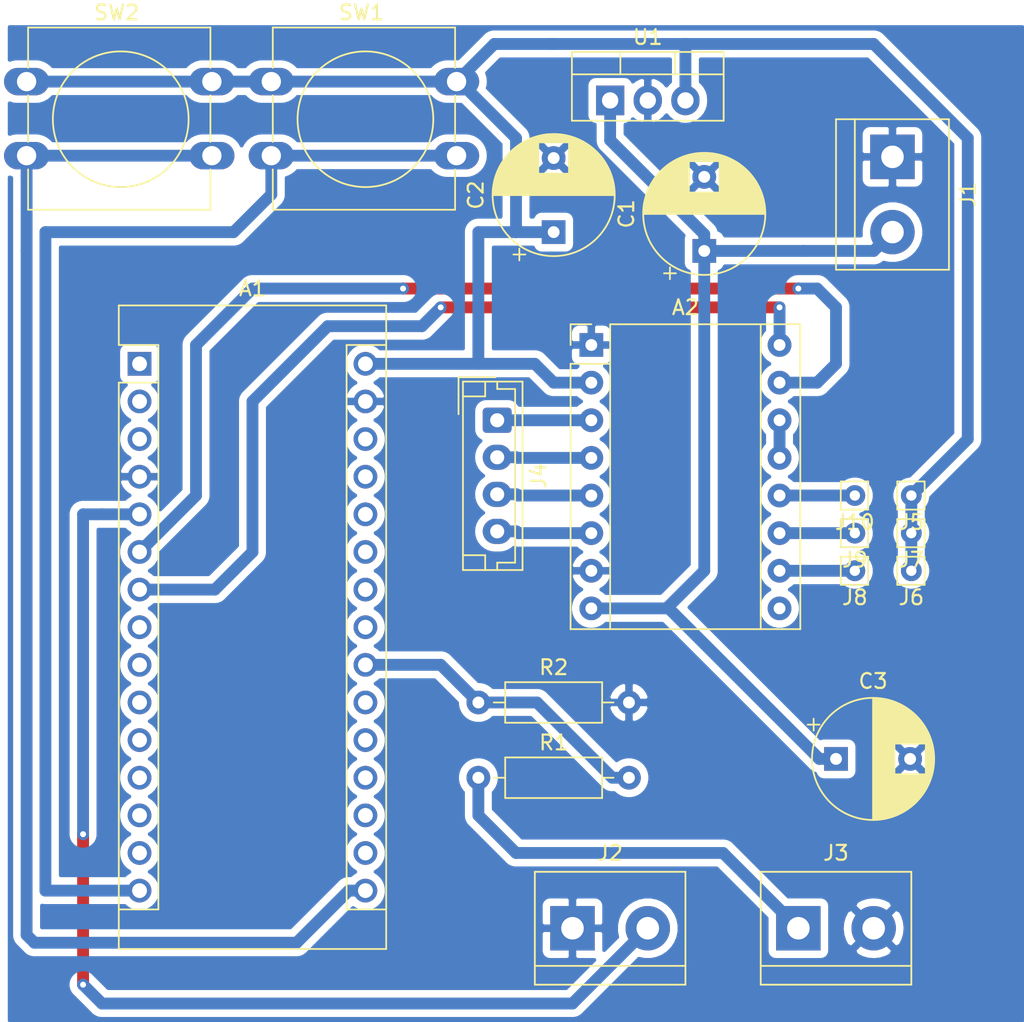
<source format=kicad_pcb>
(kicad_pcb (version 20171130) (host pcbnew 5.1.9)

  (general
    (thickness 1.6)
    (drawings 0)
    (tracks 108)
    (zones 0)
    (modules 20)
    (nets 41)
  )

  (page A4)
  (layers
    (0 F.Cu signal)
    (31 B.Cu signal)
    (32 B.Adhes user)
    (33 F.Adhes user)
    (34 B.Paste user)
    (35 F.Paste user)
    (36 B.SilkS user)
    (37 F.SilkS user)
    (38 B.Mask user)
    (39 F.Mask user)
    (40 Dwgs.User user)
    (41 Cmts.User user)
    (42 Eco1.User user)
    (43 Eco2.User user)
    (44 Edge.Cuts user)
    (45 Margin user)
    (46 B.CrtYd user)
    (47 F.CrtYd user)
    (48 B.Fab user)
    (49 F.Fab user)
  )

  (setup
    (last_trace_width 0.5)
    (user_trace_width 0.5)
    (trace_clearance 0.2)
    (zone_clearance 0.508)
    (zone_45_only no)
    (trace_min 0.2)
    (via_size 0.8)
    (via_drill 0.4)
    (via_min_size 0.4)
    (via_min_drill 0.3)
    (uvia_size 0.3)
    (uvia_drill 0.1)
    (uvias_allowed no)
    (uvia_min_size 0.2)
    (uvia_min_drill 0.1)
    (edge_width 0.05)
    (segment_width 0.2)
    (pcb_text_width 0.3)
    (pcb_text_size 1.5 1.5)
    (mod_edge_width 0.12)
    (mod_text_size 1 1)
    (mod_text_width 0.15)
    (pad_size 1.524 1.524)
    (pad_drill 0.762)
    (pad_to_mask_clearance 0)
    (aux_axis_origin 0 0)
    (visible_elements FFFFFF7F)
    (pcbplotparams
      (layerselection 0x00000_fffffffe)
      (usegerberextensions false)
      (usegerberattributes false)
      (usegerberadvancedattributes false)
      (creategerberjobfile false)
      (excludeedgelayer true)
      (linewidth 0.100000)
      (plotframeref false)
      (viasonmask false)
      (mode 1)
      (useauxorigin false)
      (hpglpennumber 1)
      (hpglpenspeed 20)
      (hpglpendiameter 15.000000)
      (psnegative false)
      (psa4output false)
      (plotreference true)
      (plotvalue true)
      (plotinvisibletext false)
      (padsonsilk false)
      (subtractmaskfromsilk false)
      (outputformat 1)
      (mirror false)
      (drillshape 0)
      (scaleselection 1)
      (outputdirectory ""))
  )

  (net 0 "")
  (net 1 "Net-(A1-Pad1)")
  (net 2 "Net-(A1-Pad17)")
  (net 3 "Net-(A1-Pad2)")
  (net 4 "Net-(A1-Pad18)")
  (net 5 "Net-(A1-Pad3)")
  (net 6 "Net-(A1-Pad19)")
  (net 7 GND)
  (net 8 "Net-(A1-Pad20)")
  (net 9 "Net-(A1-Pad5)")
  (net 10 "Net-(A1-Pad21)")
  (net 11 "Net-(A1-Pad6)")
  (net 12 "Net-(A1-Pad22)")
  (net 13 "Net-(A1-Pad7)")
  (net 14 "Net-(A1-Pad23)")
  (net 15 "Net-(A1-Pad8)")
  (net 16 "Net-(A1-Pad24)")
  (net 17 "Net-(A1-Pad9)")
  (net 18 "Net-(A1-Pad25)")
  (net 19 "Net-(A1-Pad10)")
  (net 20 "Net-(A1-Pad26)")
  (net 21 "Net-(A1-Pad11)")
  (net 22 "Net-(A1-Pad27)")
  (net 23 "Net-(A1-Pad12)")
  (net 24 "Net-(A1-Pad28)")
  (net 25 "Net-(A1-Pad13)")
  (net 26 "Net-(A1-Pad14)")
  (net 27 +5V)
  (net 28 "Net-(A1-Pad15)")
  (net 29 "Net-(A1-Pad16)")
  (net 30 "Net-(A2-Pad9)")
  (net 31 "Net-(A2-Pad10)")
  (net 32 "Net-(A2-Pad3)")
  (net 33 "Net-(A2-Pad11)")
  (net 34 "Net-(A2-Pad4)")
  (net 35 "Net-(A2-Pad12)")
  (net 36 "Net-(A2-Pad5)")
  (net 37 "Net-(A2-Pad13)")
  (net 38 "Net-(A2-Pad6)")
  (net 39 +12V)
  (net 40 "Net-(J3-Pad1)")

  (net_class Default "This is the default net class."
    (clearance 0.2)
    (trace_width 0.25)
    (via_dia 0.8)
    (via_drill 0.4)
    (uvia_dia 0.3)
    (uvia_drill 0.1)
    (add_net +12V)
    (add_net +5V)
    (add_net GND)
    (add_net "Net-(A1-Pad1)")
    (add_net "Net-(A1-Pad10)")
    (add_net "Net-(A1-Pad11)")
    (add_net "Net-(A1-Pad12)")
    (add_net "Net-(A1-Pad13)")
    (add_net "Net-(A1-Pad14)")
    (add_net "Net-(A1-Pad15)")
    (add_net "Net-(A1-Pad16)")
    (add_net "Net-(A1-Pad17)")
    (add_net "Net-(A1-Pad18)")
    (add_net "Net-(A1-Pad19)")
    (add_net "Net-(A1-Pad2)")
    (add_net "Net-(A1-Pad20)")
    (add_net "Net-(A1-Pad21)")
    (add_net "Net-(A1-Pad22)")
    (add_net "Net-(A1-Pad23)")
    (add_net "Net-(A1-Pad24)")
    (add_net "Net-(A1-Pad25)")
    (add_net "Net-(A1-Pad26)")
    (add_net "Net-(A1-Pad27)")
    (add_net "Net-(A1-Pad28)")
    (add_net "Net-(A1-Pad3)")
    (add_net "Net-(A1-Pad5)")
    (add_net "Net-(A1-Pad6)")
    (add_net "Net-(A1-Pad7)")
    (add_net "Net-(A1-Pad8)")
    (add_net "Net-(A1-Pad9)")
    (add_net "Net-(A2-Pad10)")
    (add_net "Net-(A2-Pad11)")
    (add_net "Net-(A2-Pad12)")
    (add_net "Net-(A2-Pad13)")
    (add_net "Net-(A2-Pad3)")
    (add_net "Net-(A2-Pad4)")
    (add_net "Net-(A2-Pad5)")
    (add_net "Net-(A2-Pad6)")
    (add_net "Net-(A2-Pad9)")
    (add_net "Net-(J3-Pad1)")
  )

  (module Button_Switch_THT:SW_PUSH-12mm (layer F.Cu) (tedit 5D160D14) (tstamp 609396F0)
    (at 110.49 58.42)
    (descr "SW PUSH 12mm https://www.e-switch.com/system/asset/product_line/data_sheet/143/TL1100.pdf")
    (tags "tact sw push 12mm")
    (path /609415B4)
    (fp_text reference SW2 (at 6.08 -4.66) (layer F.SilkS)
      (effects (font (size 1 1) (thickness 0.15)))
    )
    (fp_text value SW_Push_Dual (at 6.62 9.93) (layer F.Fab)
      (effects (font (size 1 1) (thickness 0.15)))
    )
    (fp_text user %R (at 6.35 2.54) (layer F.Fab)
      (effects (font (size 1 1) (thickness 0.15)))
    )
    (fp_line (start 0.25 8.5) (end 12.25 8.5) (layer F.Fab) (width 0.1))
    (fp_line (start 0.25 -3.5) (end 12.25 -3.5) (layer F.Fab) (width 0.1))
    (fp_line (start 12.25 -3.5) (end 12.25 8.5) (layer F.Fab) (width 0.1))
    (fp_line (start 0.1 -3.65) (end 12.4 -3.65) (layer F.SilkS) (width 0.12))
    (fp_line (start 12.4 0.93) (end 12.4 4.07) (layer F.SilkS) (width 0.12))
    (fp_line (start 12.4 8.65) (end 0.1 8.65) (layer F.SilkS) (width 0.12))
    (fp_line (start 0.1 -0.93) (end 0.1 -3.65) (layer F.SilkS) (width 0.12))
    (fp_line (start -1.77 -3.75) (end 14.25 -3.75) (layer F.CrtYd) (width 0.05))
    (fp_line (start -1.77 -3.75) (end -1.77 8.75) (layer F.CrtYd) (width 0.05))
    (fp_line (start 14.25 8.75) (end 14.25 -3.75) (layer F.CrtYd) (width 0.05))
    (fp_line (start 14.25 8.75) (end -1.77 8.75) (layer F.CrtYd) (width 0.05))
    (fp_circle (center 6.35 2.54) (end 10.16 5.08) (layer F.SilkS) (width 0.12))
    (fp_line (start 0.25 -3.5) (end 0.25 8.5) (layer F.Fab) (width 0.1))
    (fp_line (start 0.1 8.65) (end 0.1 5.93) (layer F.SilkS) (width 0.12))
    (fp_line (start 0.1 4.07) (end 0.1 0.93) (layer F.SilkS) (width 0.12))
    (fp_line (start 12.4 5.93) (end 12.4 8.65) (layer F.SilkS) (width 0.12))
    (fp_line (start 12.4 -3.65) (end 12.4 -0.93) (layer F.SilkS) (width 0.12))
    (pad 2 thru_hole oval (at 0 5) (size 3.048 1.85) (drill 1.3) (layers *.Cu *.Mask)
      (net 29 "Net-(A1-Pad16)"))
    (pad 1 thru_hole oval (at 0 0) (size 3.048 1.85) (drill 1.3) (layers *.Cu *.Mask)
      (net 27 +5V))
    (pad 2 thru_hole oval (at 12.5 5) (size 3.048 1.85) (drill 1.3) (layers *.Cu *.Mask)
      (net 29 "Net-(A1-Pad16)"))
    (pad 1 thru_hole oval (at 12.5 0) (size 3.048 1.85) (drill 1.3) (layers *.Cu *.Mask)
      (net 27 +5V))
    (model ${KICAD6_3DMODEL_DIR}/Button_Switch_THT.3dshapes/SW_PUSH-12mm.wrl
      (at (xyz 0 0 0))
      (scale (xyz 1 1 1))
      (rotate (xyz 0 0 0))
    )
  )

  (module Button_Switch_THT:SW_PUSH-12mm (layer F.Cu) (tedit 5D160D14) (tstamp 609396D1)
    (at 127 58.42)
    (descr "SW PUSH 12mm https://www.e-switch.com/system/asset/product_line/data_sheet/143/TL1100.pdf")
    (tags "tact sw push 12mm")
    (path /60942095)
    (fp_text reference SW1 (at 6.08 -4.66) (layer F.SilkS)
      (effects (font (size 1 1) (thickness 0.15)))
    )
    (fp_text value SW_Push_Dual (at 6.62 9.93) (layer F.Fab)
      (effects (font (size 1 1) (thickness 0.15)))
    )
    (fp_text user %R (at 6.35 2.54) (layer F.Fab)
      (effects (font (size 1 1) (thickness 0.15)))
    )
    (fp_line (start 0.25 8.5) (end 12.25 8.5) (layer F.Fab) (width 0.1))
    (fp_line (start 0.25 -3.5) (end 12.25 -3.5) (layer F.Fab) (width 0.1))
    (fp_line (start 12.25 -3.5) (end 12.25 8.5) (layer F.Fab) (width 0.1))
    (fp_line (start 0.1 -3.65) (end 12.4 -3.65) (layer F.SilkS) (width 0.12))
    (fp_line (start 12.4 0.93) (end 12.4 4.07) (layer F.SilkS) (width 0.12))
    (fp_line (start 12.4 8.65) (end 0.1 8.65) (layer F.SilkS) (width 0.12))
    (fp_line (start 0.1 -0.93) (end 0.1 -3.65) (layer F.SilkS) (width 0.12))
    (fp_line (start -1.77 -3.75) (end 14.25 -3.75) (layer F.CrtYd) (width 0.05))
    (fp_line (start -1.77 -3.75) (end -1.77 8.75) (layer F.CrtYd) (width 0.05))
    (fp_line (start 14.25 8.75) (end 14.25 -3.75) (layer F.CrtYd) (width 0.05))
    (fp_line (start 14.25 8.75) (end -1.77 8.75) (layer F.CrtYd) (width 0.05))
    (fp_circle (center 6.35 2.54) (end 10.16 5.08) (layer F.SilkS) (width 0.12))
    (fp_line (start 0.25 -3.5) (end 0.25 8.5) (layer F.Fab) (width 0.1))
    (fp_line (start 0.1 8.65) (end 0.1 5.93) (layer F.SilkS) (width 0.12))
    (fp_line (start 0.1 4.07) (end 0.1 0.93) (layer F.SilkS) (width 0.12))
    (fp_line (start 12.4 5.93) (end 12.4 8.65) (layer F.SilkS) (width 0.12))
    (fp_line (start 12.4 -3.65) (end 12.4 -0.93) (layer F.SilkS) (width 0.12))
    (pad 2 thru_hole oval (at 0 5) (size 3.048 1.85) (drill 1.3) (layers *.Cu *.Mask)
      (net 28 "Net-(A1-Pad15)"))
    (pad 1 thru_hole oval (at 0 0) (size 3.048 1.85) (drill 1.3) (layers *.Cu *.Mask)
      (net 27 +5V))
    (pad 2 thru_hole oval (at 12.5 5) (size 3.048 1.85) (drill 1.3) (layers *.Cu *.Mask)
      (net 28 "Net-(A1-Pad15)"))
    (pad 1 thru_hole oval (at 12.5 0) (size 3.048 1.85) (drill 1.3) (layers *.Cu *.Mask)
      (net 27 +5V))
    (model ${KICAD6_3DMODEL_DIR}/Button_Switch_THT.3dshapes/SW_PUSH-12mm.wrl
      (at (xyz 0 0 0))
      (scale (xyz 1 1 1))
      (rotate (xyz 0 0 0))
    )
  )

  (module Connector_Pin:Pin_D0.7mm_L6.5mm_W1.8mm_FlatFork (layer F.Cu) (tedit 5A1DC084) (tstamp 6093B8FF)
    (at 166.37 86.36)
    (descr "solder Pin_ with flat fork, hole diameter 0.7mm, length 6.5mm, width 1.8mm")
    (tags "solder Pin_ with flat fork")
    (path /609F36FC)
    (fp_text reference J10 (at 0 1.8) (layer F.SilkS)
      (effects (font (size 1 1) (thickness 0.15)))
    )
    (fp_text value Conn_01x01_Male (at 0 -1.8) (layer F.Fab)
      (effects (font (size 1 1) (thickness 0.15)))
    )
    (fp_line (start 1.35 1.2) (end -1.4 1.2) (layer F.CrtYd) (width 0.05))
    (fp_line (start 1.35 1.2) (end 1.35 -1.2) (layer F.CrtYd) (width 0.05))
    (fp_line (start -1.4 -1.2) (end -1.4 1.2) (layer F.CrtYd) (width 0.05))
    (fp_line (start -1.4 -1.2) (end 1.35 -1.2) (layer F.CrtYd) (width 0.05))
    (fp_line (start -0.9 0.25) (end -0.9 -0.25) (layer F.Fab) (width 0.12))
    (fp_line (start 0.85 0.25) (end -0.9 0.25) (layer F.Fab) (width 0.12))
    (fp_line (start 0.85 -0.25) (end 0.85 0.25) (layer F.Fab) (width 0.12))
    (fp_line (start -0.9 -0.25) (end 0.85 -0.25) (layer F.Fab) (width 0.12))
    (fp_line (start 0.9 -0.95) (end -0.95 -0.95) (layer F.SilkS) (width 0.12))
    (fp_line (start 0.9 -0.9) (end 0.9 -0.95) (layer F.SilkS) (width 0.12))
    (fp_line (start 0.9 0.95) (end 0.9 -0.9) (layer F.SilkS) (width 0.12))
    (fp_line (start -0.95 0.95) (end 0.9 0.95) (layer F.SilkS) (width 0.12))
    (fp_line (start -0.95 -0.95) (end -0.95 0.95) (layer F.SilkS) (width 0.12))
    (fp_text user %R (at 0 1.8) (layer F.Fab)
      (effects (font (size 1 1) (thickness 0.15)))
    )
    (pad 1 thru_hole circle (at 0 0) (size 1.4 1.4) (drill 0.7) (layers *.Cu *.Mask)
      (net 35 "Net-(A2-Pad12)"))
    (model ${KICAD6_3DMODEL_DIR}/Connector_Pin.3dshapes/Pin_D0.7mm_L6.5mm_W1.8mm_FlatFork.wrl
      (at (xyz 0 0 0))
      (scale (xyz 1 1 1))
      (rotate (xyz 0 0 0))
    )
  )

  (module Connector_Pin:Pin_D0.7mm_L6.5mm_W1.8mm_FlatFork (layer F.Cu) (tedit 5A1DC084) (tstamp 6093B8EC)
    (at 166.37 88.9)
    (descr "solder Pin_ with flat fork, hole diameter 0.7mm, length 6.5mm, width 1.8mm")
    (tags "solder Pin_ with flat fork")
    (path /609F30AB)
    (fp_text reference J9 (at 0 1.8) (layer F.SilkS)
      (effects (font (size 1 1) (thickness 0.15)))
    )
    (fp_text value Conn_01x01_Male (at 0 -1.8) (layer F.Fab)
      (effects (font (size 1 1) (thickness 0.15)))
    )
    (fp_line (start 1.35 1.2) (end -1.4 1.2) (layer F.CrtYd) (width 0.05))
    (fp_line (start 1.35 1.2) (end 1.35 -1.2) (layer F.CrtYd) (width 0.05))
    (fp_line (start -1.4 -1.2) (end -1.4 1.2) (layer F.CrtYd) (width 0.05))
    (fp_line (start -1.4 -1.2) (end 1.35 -1.2) (layer F.CrtYd) (width 0.05))
    (fp_line (start -0.9 0.25) (end -0.9 -0.25) (layer F.Fab) (width 0.12))
    (fp_line (start 0.85 0.25) (end -0.9 0.25) (layer F.Fab) (width 0.12))
    (fp_line (start 0.85 -0.25) (end 0.85 0.25) (layer F.Fab) (width 0.12))
    (fp_line (start -0.9 -0.25) (end 0.85 -0.25) (layer F.Fab) (width 0.12))
    (fp_line (start 0.9 -0.95) (end -0.95 -0.95) (layer F.SilkS) (width 0.12))
    (fp_line (start 0.9 -0.9) (end 0.9 -0.95) (layer F.SilkS) (width 0.12))
    (fp_line (start 0.9 0.95) (end 0.9 -0.9) (layer F.SilkS) (width 0.12))
    (fp_line (start -0.95 0.95) (end 0.9 0.95) (layer F.SilkS) (width 0.12))
    (fp_line (start -0.95 -0.95) (end -0.95 0.95) (layer F.SilkS) (width 0.12))
    (fp_text user %R (at 0 1.8) (layer F.Fab)
      (effects (font (size 1 1) (thickness 0.15)))
    )
    (pad 1 thru_hole circle (at 0 0) (size 1.4 1.4) (drill 0.7) (layers *.Cu *.Mask)
      (net 33 "Net-(A2-Pad11)"))
    (model ${KICAD6_3DMODEL_DIR}/Connector_Pin.3dshapes/Pin_D0.7mm_L6.5mm_W1.8mm_FlatFork.wrl
      (at (xyz 0 0 0))
      (scale (xyz 1 1 1))
      (rotate (xyz 0 0 0))
    )
  )

  (module Connector_Pin:Pin_D0.7mm_L6.5mm_W1.8mm_FlatFork (layer F.Cu) (tedit 5A1DC084) (tstamp 6093B8D9)
    (at 166.37 91.44)
    (descr "solder Pin_ with flat fork, hole diameter 0.7mm, length 6.5mm, width 1.8mm")
    (tags "solder Pin_ with flat fork")
    (path /609F29D5)
    (fp_text reference J8 (at 0 1.8) (layer F.SilkS)
      (effects (font (size 1 1) (thickness 0.15)))
    )
    (fp_text value Conn_01x01_Male (at 0 -1.8) (layer F.Fab)
      (effects (font (size 1 1) (thickness 0.15)))
    )
    (fp_line (start 1.35 1.2) (end -1.4 1.2) (layer F.CrtYd) (width 0.05))
    (fp_line (start 1.35 1.2) (end 1.35 -1.2) (layer F.CrtYd) (width 0.05))
    (fp_line (start -1.4 -1.2) (end -1.4 1.2) (layer F.CrtYd) (width 0.05))
    (fp_line (start -1.4 -1.2) (end 1.35 -1.2) (layer F.CrtYd) (width 0.05))
    (fp_line (start -0.9 0.25) (end -0.9 -0.25) (layer F.Fab) (width 0.12))
    (fp_line (start 0.85 0.25) (end -0.9 0.25) (layer F.Fab) (width 0.12))
    (fp_line (start 0.85 -0.25) (end 0.85 0.25) (layer F.Fab) (width 0.12))
    (fp_line (start -0.9 -0.25) (end 0.85 -0.25) (layer F.Fab) (width 0.12))
    (fp_line (start 0.9 -0.95) (end -0.95 -0.95) (layer F.SilkS) (width 0.12))
    (fp_line (start 0.9 -0.9) (end 0.9 -0.95) (layer F.SilkS) (width 0.12))
    (fp_line (start 0.9 0.95) (end 0.9 -0.9) (layer F.SilkS) (width 0.12))
    (fp_line (start -0.95 0.95) (end 0.9 0.95) (layer F.SilkS) (width 0.12))
    (fp_line (start -0.95 -0.95) (end -0.95 0.95) (layer F.SilkS) (width 0.12))
    (fp_text user %R (at 0 1.8) (layer F.Fab)
      (effects (font (size 1 1) (thickness 0.15)))
    )
    (pad 1 thru_hole circle (at 0 0) (size 1.4 1.4) (drill 0.7) (layers *.Cu *.Mask)
      (net 31 "Net-(A2-Pad10)"))
    (model ${KICAD6_3DMODEL_DIR}/Connector_Pin.3dshapes/Pin_D0.7mm_L6.5mm_W1.8mm_FlatFork.wrl
      (at (xyz 0 0 0))
      (scale (xyz 1 1 1))
      (rotate (xyz 0 0 0))
    )
  )

  (module Connector_Pin:Pin_D0.7mm_L6.5mm_W1.8mm_FlatFork (layer F.Cu) (tedit 5A1DC084) (tstamp 6093B8C6)
    (at 170.18 88.9)
    (descr "solder Pin_ with flat fork, hole diameter 0.7mm, length 6.5mm, width 1.8mm")
    (tags "solder Pin_ with flat fork")
    (path /609F4BDD)
    (fp_text reference J7 (at 0 1.8) (layer F.SilkS)
      (effects (font (size 1 1) (thickness 0.15)))
    )
    (fp_text value Conn_01x01_Male (at 0 -1.8) (layer F.Fab)
      (effects (font (size 1 1) (thickness 0.15)))
    )
    (fp_line (start 1.35 1.2) (end -1.4 1.2) (layer F.CrtYd) (width 0.05))
    (fp_line (start 1.35 1.2) (end 1.35 -1.2) (layer F.CrtYd) (width 0.05))
    (fp_line (start -1.4 -1.2) (end -1.4 1.2) (layer F.CrtYd) (width 0.05))
    (fp_line (start -1.4 -1.2) (end 1.35 -1.2) (layer F.CrtYd) (width 0.05))
    (fp_line (start -0.9 0.25) (end -0.9 -0.25) (layer F.Fab) (width 0.12))
    (fp_line (start 0.85 0.25) (end -0.9 0.25) (layer F.Fab) (width 0.12))
    (fp_line (start 0.85 -0.25) (end 0.85 0.25) (layer F.Fab) (width 0.12))
    (fp_line (start -0.9 -0.25) (end 0.85 -0.25) (layer F.Fab) (width 0.12))
    (fp_line (start 0.9 -0.95) (end -0.95 -0.95) (layer F.SilkS) (width 0.12))
    (fp_line (start 0.9 -0.9) (end 0.9 -0.95) (layer F.SilkS) (width 0.12))
    (fp_line (start 0.9 0.95) (end 0.9 -0.9) (layer F.SilkS) (width 0.12))
    (fp_line (start -0.95 0.95) (end 0.9 0.95) (layer F.SilkS) (width 0.12))
    (fp_line (start -0.95 -0.95) (end -0.95 0.95) (layer F.SilkS) (width 0.12))
    (fp_text user %R (at 0 1.8) (layer F.Fab)
      (effects (font (size 1 1) (thickness 0.15)))
    )
    (pad 1 thru_hole circle (at 0 0) (size 1.4 1.4) (drill 0.7) (layers *.Cu *.Mask)
      (net 27 +5V))
    (model ${KICAD6_3DMODEL_DIR}/Connector_Pin.3dshapes/Pin_D0.7mm_L6.5mm_W1.8mm_FlatFork.wrl
      (at (xyz 0 0 0))
      (scale (xyz 1 1 1))
      (rotate (xyz 0 0 0))
    )
  )

  (module Connector_Pin:Pin_D0.7mm_L6.5mm_W1.8mm_FlatFork (layer F.Cu) (tedit 5A1DC084) (tstamp 6093B8B3)
    (at 170.18 91.44)
    (descr "solder Pin_ with flat fork, hole diameter 0.7mm, length 6.5mm, width 1.8mm")
    (tags "solder Pin_ with flat fork")
    (path /609F414A)
    (fp_text reference J6 (at 0 1.8) (layer F.SilkS)
      (effects (font (size 1 1) (thickness 0.15)))
    )
    (fp_text value Conn_01x01_Male (at 0 -1.8) (layer F.Fab)
      (effects (font (size 1 1) (thickness 0.15)))
    )
    (fp_line (start 1.35 1.2) (end -1.4 1.2) (layer F.CrtYd) (width 0.05))
    (fp_line (start 1.35 1.2) (end 1.35 -1.2) (layer F.CrtYd) (width 0.05))
    (fp_line (start -1.4 -1.2) (end -1.4 1.2) (layer F.CrtYd) (width 0.05))
    (fp_line (start -1.4 -1.2) (end 1.35 -1.2) (layer F.CrtYd) (width 0.05))
    (fp_line (start -0.9 0.25) (end -0.9 -0.25) (layer F.Fab) (width 0.12))
    (fp_line (start 0.85 0.25) (end -0.9 0.25) (layer F.Fab) (width 0.12))
    (fp_line (start 0.85 -0.25) (end 0.85 0.25) (layer F.Fab) (width 0.12))
    (fp_line (start -0.9 -0.25) (end 0.85 -0.25) (layer F.Fab) (width 0.12))
    (fp_line (start 0.9 -0.95) (end -0.95 -0.95) (layer F.SilkS) (width 0.12))
    (fp_line (start 0.9 -0.9) (end 0.9 -0.95) (layer F.SilkS) (width 0.12))
    (fp_line (start 0.9 0.95) (end 0.9 -0.9) (layer F.SilkS) (width 0.12))
    (fp_line (start -0.95 0.95) (end 0.9 0.95) (layer F.SilkS) (width 0.12))
    (fp_line (start -0.95 -0.95) (end -0.95 0.95) (layer F.SilkS) (width 0.12))
    (fp_text user %R (at 0 1.8) (layer F.Fab)
      (effects (font (size 1 1) (thickness 0.15)))
    )
    (pad 1 thru_hole circle (at 0 0) (size 1.4 1.4) (drill 0.7) (layers *.Cu *.Mask)
      (net 27 +5V))
    (model ${KICAD6_3DMODEL_DIR}/Connector_Pin.3dshapes/Pin_D0.7mm_L6.5mm_W1.8mm_FlatFork.wrl
      (at (xyz 0 0 0))
      (scale (xyz 1 1 1))
      (rotate (xyz 0 0 0))
    )
  )

  (module Connector_Pin:Pin_D0.7mm_L6.5mm_W1.8mm_FlatFork (layer F.Cu) (tedit 5A1DC084) (tstamp 6093B8A0)
    (at 170.18 86.36)
    (descr "solder Pin_ with flat fork, hole diameter 0.7mm, length 6.5mm, width 1.8mm")
    (tags "solder Pin_ with flat fork")
    (path /609F3D4F)
    (fp_text reference J5 (at 0 1.8) (layer F.SilkS)
      (effects (font (size 1 1) (thickness 0.15)))
    )
    (fp_text value Conn_01x01_Male (at 0 -1.8) (layer F.Fab)
      (effects (font (size 1 1) (thickness 0.15)))
    )
    (fp_line (start 1.35 1.2) (end -1.4 1.2) (layer F.CrtYd) (width 0.05))
    (fp_line (start 1.35 1.2) (end 1.35 -1.2) (layer F.CrtYd) (width 0.05))
    (fp_line (start -1.4 -1.2) (end -1.4 1.2) (layer F.CrtYd) (width 0.05))
    (fp_line (start -1.4 -1.2) (end 1.35 -1.2) (layer F.CrtYd) (width 0.05))
    (fp_line (start -0.9 0.25) (end -0.9 -0.25) (layer F.Fab) (width 0.12))
    (fp_line (start 0.85 0.25) (end -0.9 0.25) (layer F.Fab) (width 0.12))
    (fp_line (start 0.85 -0.25) (end 0.85 0.25) (layer F.Fab) (width 0.12))
    (fp_line (start -0.9 -0.25) (end 0.85 -0.25) (layer F.Fab) (width 0.12))
    (fp_line (start 0.9 -0.95) (end -0.95 -0.95) (layer F.SilkS) (width 0.12))
    (fp_line (start 0.9 -0.9) (end 0.9 -0.95) (layer F.SilkS) (width 0.12))
    (fp_line (start 0.9 0.95) (end 0.9 -0.9) (layer F.SilkS) (width 0.12))
    (fp_line (start -0.95 0.95) (end 0.9 0.95) (layer F.SilkS) (width 0.12))
    (fp_line (start -0.95 -0.95) (end -0.95 0.95) (layer F.SilkS) (width 0.12))
    (fp_text user %R (at 0 1.8) (layer F.Fab)
      (effects (font (size 1 1) (thickness 0.15)))
    )
    (pad 1 thru_hole circle (at 0 0) (size 1.4 1.4) (drill 0.7) (layers *.Cu *.Mask)
      (net 27 +5V))
    (model ${KICAD6_3DMODEL_DIR}/Connector_Pin.3dshapes/Pin_D0.7mm_L6.5mm_W1.8mm_FlatFork.wrl
      (at (xyz 0 0 0))
      (scale (xyz 1 1 1))
      (rotate (xyz 0 0 0))
    )
  )

  (module Package_TO_SOT_THT:TO-220-3_Vertical (layer F.Cu) (tedit 5AC8BA0D) (tstamp 6093970A)
    (at 149.86 59.69)
    (descr "TO-220-3, Vertical, RM 2.54mm, see https://www.vishay.com/docs/66542/to-220-1.pdf")
    (tags "TO-220-3 Vertical RM 2.54mm")
    (path /60935A3F)
    (fp_text reference U1 (at 2.54 -4.27) (layer F.SilkS)
      (effects (font (size 1 1) (thickness 0.15)))
    )
    (fp_text value L7805 (at 2.54 2.5) (layer F.Fab)
      (effects (font (size 1 1) (thickness 0.15)))
    )
    (fp_line (start 7.79 -3.4) (end -2.71 -3.4) (layer F.CrtYd) (width 0.05))
    (fp_line (start 7.79 1.51) (end 7.79 -3.4) (layer F.CrtYd) (width 0.05))
    (fp_line (start -2.71 1.51) (end 7.79 1.51) (layer F.CrtYd) (width 0.05))
    (fp_line (start -2.71 -3.4) (end -2.71 1.51) (layer F.CrtYd) (width 0.05))
    (fp_line (start 4.391 -3.27) (end 4.391 -1.76) (layer F.SilkS) (width 0.12))
    (fp_line (start 0.69 -3.27) (end 0.69 -1.76) (layer F.SilkS) (width 0.12))
    (fp_line (start -2.58 -1.76) (end 7.66 -1.76) (layer F.SilkS) (width 0.12))
    (fp_line (start 7.66 -3.27) (end 7.66 1.371) (layer F.SilkS) (width 0.12))
    (fp_line (start -2.58 -3.27) (end -2.58 1.371) (layer F.SilkS) (width 0.12))
    (fp_line (start -2.58 1.371) (end 7.66 1.371) (layer F.SilkS) (width 0.12))
    (fp_line (start -2.58 -3.27) (end 7.66 -3.27) (layer F.SilkS) (width 0.12))
    (fp_line (start 4.39 -3.15) (end 4.39 -1.88) (layer F.Fab) (width 0.1))
    (fp_line (start 0.69 -3.15) (end 0.69 -1.88) (layer F.Fab) (width 0.1))
    (fp_line (start -2.46 -1.88) (end 7.54 -1.88) (layer F.Fab) (width 0.1))
    (fp_line (start 7.54 -3.15) (end -2.46 -3.15) (layer F.Fab) (width 0.1))
    (fp_line (start 7.54 1.25) (end 7.54 -3.15) (layer F.Fab) (width 0.1))
    (fp_line (start -2.46 1.25) (end 7.54 1.25) (layer F.Fab) (width 0.1))
    (fp_line (start -2.46 -3.15) (end -2.46 1.25) (layer F.Fab) (width 0.1))
    (fp_text user %R (at 2.54 -4.27) (layer F.Fab)
      (effects (font (size 1 1) (thickness 0.15)))
    )
    (pad 3 thru_hole oval (at 5.08 0) (size 1.905 2) (drill 1.1) (layers *.Cu *.Mask)
      (net 27 +5V))
    (pad 2 thru_hole oval (at 2.54 0) (size 1.905 2) (drill 1.1) (layers *.Cu *.Mask)
      (net 7 GND))
    (pad 1 thru_hole rect (at 0 0) (size 1.905 2) (drill 1.1) (layers *.Cu *.Mask)
      (net 39 +12V))
    (model ${KICAD6_3DMODEL_DIR}/Package_TO_SOT_THT.3dshapes/TO-220-3_Vertical.wrl
      (at (xyz 0 0 0))
      (scale (xyz 1 1 1))
      (rotate (xyz 0 0 0))
    )
  )

  (module Resistor_THT:R_Axial_DIN0207_L6.3mm_D2.5mm_P10.16mm_Horizontal (layer F.Cu) (tedit 5AE5139B) (tstamp 609396B2)
    (at 140.97 100.33)
    (descr "Resistor, Axial_DIN0207 series, Axial, Horizontal, pin pitch=10.16mm, 0.25W = 1/4W, length*diameter=6.3*2.5mm^2, http://cdn-reichelt.de/documents/datenblatt/B400/1_4W%23YAG.pdf")
    (tags "Resistor Axial_DIN0207 series Axial Horizontal pin pitch 10.16mm 0.25W = 1/4W length 6.3mm diameter 2.5mm")
    (path /609B39D4)
    (fp_text reference R2 (at 5.08 -2.37) (layer F.SilkS)
      (effects (font (size 1 1) (thickness 0.15)))
    )
    (fp_text value R (at 5.08 2.37) (layer F.Fab)
      (effects (font (size 1 1) (thickness 0.15)))
    )
    (fp_line (start 11.21 -1.5) (end -1.05 -1.5) (layer F.CrtYd) (width 0.05))
    (fp_line (start 11.21 1.5) (end 11.21 -1.5) (layer F.CrtYd) (width 0.05))
    (fp_line (start -1.05 1.5) (end 11.21 1.5) (layer F.CrtYd) (width 0.05))
    (fp_line (start -1.05 -1.5) (end -1.05 1.5) (layer F.CrtYd) (width 0.05))
    (fp_line (start 9.12 0) (end 8.35 0) (layer F.SilkS) (width 0.12))
    (fp_line (start 1.04 0) (end 1.81 0) (layer F.SilkS) (width 0.12))
    (fp_line (start 8.35 -1.37) (end 1.81 -1.37) (layer F.SilkS) (width 0.12))
    (fp_line (start 8.35 1.37) (end 8.35 -1.37) (layer F.SilkS) (width 0.12))
    (fp_line (start 1.81 1.37) (end 8.35 1.37) (layer F.SilkS) (width 0.12))
    (fp_line (start 1.81 -1.37) (end 1.81 1.37) (layer F.SilkS) (width 0.12))
    (fp_line (start 10.16 0) (end 8.23 0) (layer F.Fab) (width 0.1))
    (fp_line (start 0 0) (end 1.93 0) (layer F.Fab) (width 0.1))
    (fp_line (start 8.23 -1.25) (end 1.93 -1.25) (layer F.Fab) (width 0.1))
    (fp_line (start 8.23 1.25) (end 8.23 -1.25) (layer F.Fab) (width 0.1))
    (fp_line (start 1.93 1.25) (end 8.23 1.25) (layer F.Fab) (width 0.1))
    (fp_line (start 1.93 -1.25) (end 1.93 1.25) (layer F.Fab) (width 0.1))
    (fp_text user %R (at 5.08 0) (layer F.Fab)
      (effects (font (size 1 1) (thickness 0.15)))
    )
    (pad 2 thru_hole oval (at 10.16 0) (size 1.6 1.6) (drill 0.8) (layers *.Cu *.Mask)
      (net 7 GND))
    (pad 1 thru_hole circle (at 0 0) (size 1.6 1.6) (drill 0.8) (layers *.Cu *.Mask)
      (net 12 "Net-(A1-Pad22)"))
    (model ${KICAD6_3DMODEL_DIR}/Resistor_THT.3dshapes/R_Axial_DIN0207_L6.3mm_D2.5mm_P10.16mm_Horizontal.wrl
      (at (xyz 0 0 0))
      (scale (xyz 1 1 1))
      (rotate (xyz 0 0 0))
    )
  )

  (module Resistor_THT:R_Axial_DIN0207_L6.3mm_D2.5mm_P10.16mm_Horizontal (layer F.Cu) (tedit 5AE5139B) (tstamp 6093969B)
    (at 140.97 105.41)
    (descr "Resistor, Axial_DIN0207 series, Axial, Horizontal, pin pitch=10.16mm, 0.25W = 1/4W, length*diameter=6.3*2.5mm^2, http://cdn-reichelt.de/documents/datenblatt/B400/1_4W%23YAG.pdf")
    (tags "Resistor Axial_DIN0207 series Axial Horizontal pin pitch 10.16mm 0.25W = 1/4W length 6.3mm diameter 2.5mm")
    (path /609B2CB6)
    (fp_text reference R1 (at 5.08 -2.37) (layer F.SilkS)
      (effects (font (size 1 1) (thickness 0.15)))
    )
    (fp_text value R (at 5.08 2.37) (layer F.Fab)
      (effects (font (size 1 1) (thickness 0.15)))
    )
    (fp_line (start 11.21 -1.5) (end -1.05 -1.5) (layer F.CrtYd) (width 0.05))
    (fp_line (start 11.21 1.5) (end 11.21 -1.5) (layer F.CrtYd) (width 0.05))
    (fp_line (start -1.05 1.5) (end 11.21 1.5) (layer F.CrtYd) (width 0.05))
    (fp_line (start -1.05 -1.5) (end -1.05 1.5) (layer F.CrtYd) (width 0.05))
    (fp_line (start 9.12 0) (end 8.35 0) (layer F.SilkS) (width 0.12))
    (fp_line (start 1.04 0) (end 1.81 0) (layer F.SilkS) (width 0.12))
    (fp_line (start 8.35 -1.37) (end 1.81 -1.37) (layer F.SilkS) (width 0.12))
    (fp_line (start 8.35 1.37) (end 8.35 -1.37) (layer F.SilkS) (width 0.12))
    (fp_line (start 1.81 1.37) (end 8.35 1.37) (layer F.SilkS) (width 0.12))
    (fp_line (start 1.81 -1.37) (end 1.81 1.37) (layer F.SilkS) (width 0.12))
    (fp_line (start 10.16 0) (end 8.23 0) (layer F.Fab) (width 0.1))
    (fp_line (start 0 0) (end 1.93 0) (layer F.Fab) (width 0.1))
    (fp_line (start 8.23 -1.25) (end 1.93 -1.25) (layer F.Fab) (width 0.1))
    (fp_line (start 8.23 1.25) (end 8.23 -1.25) (layer F.Fab) (width 0.1))
    (fp_line (start 1.93 1.25) (end 8.23 1.25) (layer F.Fab) (width 0.1))
    (fp_line (start 1.93 -1.25) (end 1.93 1.25) (layer F.Fab) (width 0.1))
    (fp_text user %R (at 5.08 0) (layer F.Fab)
      (effects (font (size 1 1) (thickness 0.15)))
    )
    (pad 2 thru_hole oval (at 10.16 0) (size 1.6 1.6) (drill 0.8) (layers *.Cu *.Mask)
      (net 12 "Net-(A1-Pad22)"))
    (pad 1 thru_hole circle (at 0 0) (size 1.6 1.6) (drill 0.8) (layers *.Cu *.Mask)
      (net 40 "Net-(J3-Pad1)"))
    (model ${KICAD6_3DMODEL_DIR}/Resistor_THT.3dshapes/R_Axial_DIN0207_L6.3mm_D2.5mm_P10.16mm_Horizontal.wrl
      (at (xyz 0 0 0))
      (scale (xyz 1 1 1))
      (rotate (xyz 0 0 0))
    )
  )

  (module Connector_JST:JST_EH_B4B-EH-A_1x04_P2.50mm_Vertical (layer F.Cu) (tedit 5C28142C) (tstamp 6093964E)
    (at 142.24 81.28 270)
    (descr "JST EH series connector, B4B-EH-A (http://www.jst-mfg.com/product/pdf/eng/eEH.pdf), generated with kicad-footprint-generator")
    (tags "connector JST EH vertical")
    (path /60938A6C)
    (fp_text reference J4 (at 3.75 -2.8 90) (layer F.SilkS)
      (effects (font (size 1 1) (thickness 0.15)))
    )
    (fp_text value Conn_01x04 (at 3.75 3.4 90) (layer F.Fab)
      (effects (font (size 1 1) (thickness 0.15)))
    )
    (fp_line (start -2.91 2.61) (end -0.41 2.61) (layer F.Fab) (width 0.1))
    (fp_line (start -2.91 0.11) (end -2.91 2.61) (layer F.Fab) (width 0.1))
    (fp_line (start -2.91 2.61) (end -0.41 2.61) (layer F.SilkS) (width 0.12))
    (fp_line (start -2.91 0.11) (end -2.91 2.61) (layer F.SilkS) (width 0.12))
    (fp_line (start 9.11 0.81) (end 9.11 2.31) (layer F.SilkS) (width 0.12))
    (fp_line (start 10.11 0.81) (end 9.11 0.81) (layer F.SilkS) (width 0.12))
    (fp_line (start -1.61 0.81) (end -1.61 2.31) (layer F.SilkS) (width 0.12))
    (fp_line (start -2.61 0.81) (end -1.61 0.81) (layer F.SilkS) (width 0.12))
    (fp_line (start 9.61 0) (end 10.11 0) (layer F.SilkS) (width 0.12))
    (fp_line (start 9.61 -1.21) (end 9.61 0) (layer F.SilkS) (width 0.12))
    (fp_line (start -2.11 -1.21) (end 9.61 -1.21) (layer F.SilkS) (width 0.12))
    (fp_line (start -2.11 0) (end -2.11 -1.21) (layer F.SilkS) (width 0.12))
    (fp_line (start -2.61 0) (end -2.11 0) (layer F.SilkS) (width 0.12))
    (fp_line (start 10.11 -1.71) (end -2.61 -1.71) (layer F.SilkS) (width 0.12))
    (fp_line (start 10.11 2.31) (end 10.11 -1.71) (layer F.SilkS) (width 0.12))
    (fp_line (start -2.61 2.31) (end 10.11 2.31) (layer F.SilkS) (width 0.12))
    (fp_line (start -2.61 -1.71) (end -2.61 2.31) (layer F.SilkS) (width 0.12))
    (fp_line (start 10.5 -2.1) (end -3 -2.1) (layer F.CrtYd) (width 0.05))
    (fp_line (start 10.5 2.7) (end 10.5 -2.1) (layer F.CrtYd) (width 0.05))
    (fp_line (start -3 2.7) (end 10.5 2.7) (layer F.CrtYd) (width 0.05))
    (fp_line (start -3 -2.1) (end -3 2.7) (layer F.CrtYd) (width 0.05))
    (fp_line (start 10 -1.6) (end -2.5 -1.6) (layer F.Fab) (width 0.1))
    (fp_line (start 10 2.2) (end 10 -1.6) (layer F.Fab) (width 0.1))
    (fp_line (start -2.5 2.2) (end 10 2.2) (layer F.Fab) (width 0.1))
    (fp_line (start -2.5 -1.6) (end -2.5 2.2) (layer F.Fab) (width 0.1))
    (fp_text user %R (at -1.015302 -1.66 90) (layer F.Fab)
      (effects (font (size 1 1) (thickness 0.15)))
    )
    (pad 4 thru_hole oval (at 7.5 0 270) (size 1.7 1.95) (drill 0.95) (layers *.Cu *.Mask)
      (net 38 "Net-(A2-Pad6)"))
    (pad 3 thru_hole oval (at 5 0 270) (size 1.7 1.95) (drill 0.95) (layers *.Cu *.Mask)
      (net 36 "Net-(A2-Pad5)"))
    (pad 2 thru_hole oval (at 2.5 0 270) (size 1.7 1.95) (drill 0.95) (layers *.Cu *.Mask)
      (net 34 "Net-(A2-Pad4)"))
    (pad 1 thru_hole roundrect (at 0 0 270) (size 1.7 1.95) (drill 0.95) (layers *.Cu *.Mask) (roundrect_rratio 0.1470588235294118)
      (net 32 "Net-(A2-Pad3)"))
    (model ${KICAD6_3DMODEL_DIR}/Connector_JST.3dshapes/JST_EH_B4B-EH-A_1x04_P2.50mm_Vertical.wrl
      (at (xyz 0 0 0))
      (scale (xyz 1 1 1))
      (rotate (xyz 0 0 0))
    )
  )

  (module TerminalBlock:TerminalBlock_bornier-2_P5.08mm (layer F.Cu) (tedit 59FF03AB) (tstamp 6093962C)
    (at 162.56 115.57)
    (descr "simple 2-pin terminal block, pitch 5.08mm, revamped version of bornier2")
    (tags "terminal block bornier2")
    (path /6093FEC1)
    (fp_text reference J3 (at 2.54 -5.08) (layer F.SilkS)
      (effects (font (size 1 1) (thickness 0.15)))
    )
    (fp_text value Screw_Terminal_01x02 (at 2.54 5.08) (layer F.Fab)
      (effects (font (size 1 1) (thickness 0.15)))
    )
    (fp_line (start 7.79 4) (end -2.71 4) (layer F.CrtYd) (width 0.05))
    (fp_line (start 7.79 4) (end 7.79 -4) (layer F.CrtYd) (width 0.05))
    (fp_line (start -2.71 -4) (end -2.71 4) (layer F.CrtYd) (width 0.05))
    (fp_line (start -2.71 -4) (end 7.79 -4) (layer F.CrtYd) (width 0.05))
    (fp_line (start -2.54 3.81) (end 7.62 3.81) (layer F.SilkS) (width 0.12))
    (fp_line (start -2.54 -3.81) (end -2.54 3.81) (layer F.SilkS) (width 0.12))
    (fp_line (start 7.62 -3.81) (end -2.54 -3.81) (layer F.SilkS) (width 0.12))
    (fp_line (start 7.62 3.81) (end 7.62 -3.81) (layer F.SilkS) (width 0.12))
    (fp_line (start 7.62 2.54) (end -2.54 2.54) (layer F.SilkS) (width 0.12))
    (fp_line (start 7.54 -3.75) (end -2.46 -3.75) (layer F.Fab) (width 0.1))
    (fp_line (start 7.54 3.75) (end 7.54 -3.75) (layer F.Fab) (width 0.1))
    (fp_line (start -2.46 3.75) (end 7.54 3.75) (layer F.Fab) (width 0.1))
    (fp_line (start -2.46 -3.75) (end -2.46 3.75) (layer F.Fab) (width 0.1))
    (fp_line (start -2.41 2.55) (end 7.49 2.55) (layer F.Fab) (width 0.1))
    (fp_text user %R (at 2.54 0) (layer F.Fab)
      (effects (font (size 1 1) (thickness 0.15)))
    )
    (pad 2 thru_hole circle (at 5.08 0) (size 3 3) (drill 1.52) (layers *.Cu *.Mask)
      (net 7 GND))
    (pad 1 thru_hole rect (at 0 0) (size 3 3) (drill 1.52) (layers *.Cu *.Mask)
      (net 40 "Net-(J3-Pad1)"))
    (model ${KICAD6_3DMODEL_DIR}/TerminalBlock.3dshapes/TerminalBlock_bornier-2_P5.08mm.wrl
      (offset (xyz 2.539999961853027 0 0))
      (scale (xyz 1 1 1))
      (rotate (xyz 0 0 0))
    )
  )

  (module TerminalBlock:TerminalBlock_bornier-2_P5.08mm (layer F.Cu) (tedit 59FF03AB) (tstamp 60939617)
    (at 147.32 115.57)
    (descr "simple 2-pin terminal block, pitch 5.08mm, revamped version of bornier2")
    (tags "terminal block bornier2")
    (path /6093AD84)
    (fp_text reference J2 (at 2.54 -5.08) (layer F.SilkS)
      (effects (font (size 1 1) (thickness 0.15)))
    )
    (fp_text value Screw_Terminal_01x02 (at 2.54 5.08) (layer F.Fab)
      (effects (font (size 1 1) (thickness 0.15)))
    )
    (fp_line (start 7.79 4) (end -2.71 4) (layer F.CrtYd) (width 0.05))
    (fp_line (start 7.79 4) (end 7.79 -4) (layer F.CrtYd) (width 0.05))
    (fp_line (start -2.71 -4) (end -2.71 4) (layer F.CrtYd) (width 0.05))
    (fp_line (start -2.71 -4) (end 7.79 -4) (layer F.CrtYd) (width 0.05))
    (fp_line (start -2.54 3.81) (end 7.62 3.81) (layer F.SilkS) (width 0.12))
    (fp_line (start -2.54 -3.81) (end -2.54 3.81) (layer F.SilkS) (width 0.12))
    (fp_line (start 7.62 -3.81) (end -2.54 -3.81) (layer F.SilkS) (width 0.12))
    (fp_line (start 7.62 3.81) (end 7.62 -3.81) (layer F.SilkS) (width 0.12))
    (fp_line (start 7.62 2.54) (end -2.54 2.54) (layer F.SilkS) (width 0.12))
    (fp_line (start 7.54 -3.75) (end -2.46 -3.75) (layer F.Fab) (width 0.1))
    (fp_line (start 7.54 3.75) (end 7.54 -3.75) (layer F.Fab) (width 0.1))
    (fp_line (start -2.46 3.75) (end 7.54 3.75) (layer F.Fab) (width 0.1))
    (fp_line (start -2.46 -3.75) (end -2.46 3.75) (layer F.Fab) (width 0.1))
    (fp_line (start -2.41 2.55) (end 7.49 2.55) (layer F.Fab) (width 0.1))
    (fp_text user %R (at 2.54 0) (layer F.Fab)
      (effects (font (size 1 1) (thickness 0.15)))
    )
    (pad 2 thru_hole circle (at 5.08 0) (size 3 3) (drill 1.52) (layers *.Cu *.Mask)
      (net 9 "Net-(A1-Pad5)"))
    (pad 1 thru_hole rect (at 0 0) (size 3 3) (drill 1.52) (layers *.Cu *.Mask)
      (net 7 GND))
    (model ${KICAD6_3DMODEL_DIR}/TerminalBlock.3dshapes/TerminalBlock_bornier-2_P5.08mm.wrl
      (offset (xyz 2.539999961853027 0 0))
      (scale (xyz 1 1 1))
      (rotate (xyz 0 0 0))
    )
  )

  (module TerminalBlock:TerminalBlock_bornier-2_P5.08mm (layer F.Cu) (tedit 59FF03AB) (tstamp 60939602)
    (at 168.91 63.5 270)
    (descr "simple 2-pin terminal block, pitch 5.08mm, revamped version of bornier2")
    (tags "terminal block bornier2")
    (path /6093A4C0)
    (fp_text reference J1 (at 2.54 -5.08 90) (layer F.SilkS)
      (effects (font (size 1 1) (thickness 0.15)))
    )
    (fp_text value Screw_Terminal_01x02 (at 2.54 5.08 90) (layer F.Fab)
      (effects (font (size 1 1) (thickness 0.15)))
    )
    (fp_line (start 7.79 4) (end -2.71 4) (layer F.CrtYd) (width 0.05))
    (fp_line (start 7.79 4) (end 7.79 -4) (layer F.CrtYd) (width 0.05))
    (fp_line (start -2.71 -4) (end -2.71 4) (layer F.CrtYd) (width 0.05))
    (fp_line (start -2.71 -4) (end 7.79 -4) (layer F.CrtYd) (width 0.05))
    (fp_line (start -2.54 3.81) (end 7.62 3.81) (layer F.SilkS) (width 0.12))
    (fp_line (start -2.54 -3.81) (end -2.54 3.81) (layer F.SilkS) (width 0.12))
    (fp_line (start 7.62 -3.81) (end -2.54 -3.81) (layer F.SilkS) (width 0.12))
    (fp_line (start 7.62 3.81) (end 7.62 -3.81) (layer F.SilkS) (width 0.12))
    (fp_line (start 7.62 2.54) (end -2.54 2.54) (layer F.SilkS) (width 0.12))
    (fp_line (start 7.54 -3.75) (end -2.46 -3.75) (layer F.Fab) (width 0.1))
    (fp_line (start 7.54 3.75) (end 7.54 -3.75) (layer F.Fab) (width 0.1))
    (fp_line (start -2.46 3.75) (end 7.54 3.75) (layer F.Fab) (width 0.1))
    (fp_line (start -2.46 -3.75) (end -2.46 3.75) (layer F.Fab) (width 0.1))
    (fp_line (start -2.41 2.55) (end 7.49 2.55) (layer F.Fab) (width 0.1))
    (fp_text user %R (at 2.54 0 90) (layer F.Fab)
      (effects (font (size 1 1) (thickness 0.15)))
    )
    (pad 2 thru_hole circle (at 5.08 0 270) (size 3 3) (drill 1.52) (layers *.Cu *.Mask)
      (net 39 +12V))
    (pad 1 thru_hole rect (at 0 0 270) (size 3 3) (drill 1.52) (layers *.Cu *.Mask)
      (net 7 GND))
    (model ${KICAD6_3DMODEL_DIR}/TerminalBlock.3dshapes/TerminalBlock_bornier-2_P5.08mm.wrl
      (offset (xyz 2.539999961853027 0 0))
      (scale (xyz 1 1 1))
      (rotate (xyz 0 0 0))
    )
  )

  (module Capacitor_THT:CP_Radial_D8.0mm_P5.00mm (layer F.Cu) (tedit 5AE50EF0) (tstamp 609395ED)
    (at 165.1 104.14)
    (descr "CP, Radial series, Radial, pin pitch=5.00mm, , diameter=8mm, Electrolytic Capacitor")
    (tags "CP Radial series Radial pin pitch 5.00mm  diameter 8mm Electrolytic Capacitor")
    (path /609675D5)
    (fp_text reference C3 (at 2.5 -5.25) (layer F.SilkS)
      (effects (font (size 1 1) (thickness 0.15)))
    )
    (fp_text value CAP (at 2.5 5.25) (layer F.Fab)
      (effects (font (size 1 1) (thickness 0.15)))
    )
    (fp_line (start -1.509698 -2.715) (end -1.509698 -1.915) (layer F.SilkS) (width 0.12))
    (fp_line (start -1.909698 -2.315) (end -1.109698 -2.315) (layer F.SilkS) (width 0.12))
    (fp_line (start 6.581 -0.533) (end 6.581 0.533) (layer F.SilkS) (width 0.12))
    (fp_line (start 6.541 -0.768) (end 6.541 0.768) (layer F.SilkS) (width 0.12))
    (fp_line (start 6.501 -0.948) (end 6.501 0.948) (layer F.SilkS) (width 0.12))
    (fp_line (start 6.461 -1.098) (end 6.461 1.098) (layer F.SilkS) (width 0.12))
    (fp_line (start 6.421 -1.229) (end 6.421 1.229) (layer F.SilkS) (width 0.12))
    (fp_line (start 6.381 -1.346) (end 6.381 1.346) (layer F.SilkS) (width 0.12))
    (fp_line (start 6.341 -1.453) (end 6.341 1.453) (layer F.SilkS) (width 0.12))
    (fp_line (start 6.301 -1.552) (end 6.301 1.552) (layer F.SilkS) (width 0.12))
    (fp_line (start 6.261 -1.645) (end 6.261 1.645) (layer F.SilkS) (width 0.12))
    (fp_line (start 6.221 -1.731) (end 6.221 1.731) (layer F.SilkS) (width 0.12))
    (fp_line (start 6.181 -1.813) (end 6.181 1.813) (layer F.SilkS) (width 0.12))
    (fp_line (start 6.141 -1.89) (end 6.141 1.89) (layer F.SilkS) (width 0.12))
    (fp_line (start 6.101 -1.964) (end 6.101 1.964) (layer F.SilkS) (width 0.12))
    (fp_line (start 6.061 -2.034) (end 6.061 2.034) (layer F.SilkS) (width 0.12))
    (fp_line (start 6.021 1.04) (end 6.021 2.102) (layer F.SilkS) (width 0.12))
    (fp_line (start 6.021 -2.102) (end 6.021 -1.04) (layer F.SilkS) (width 0.12))
    (fp_line (start 5.981 1.04) (end 5.981 2.166) (layer F.SilkS) (width 0.12))
    (fp_line (start 5.981 -2.166) (end 5.981 -1.04) (layer F.SilkS) (width 0.12))
    (fp_line (start 5.941 1.04) (end 5.941 2.228) (layer F.SilkS) (width 0.12))
    (fp_line (start 5.941 -2.228) (end 5.941 -1.04) (layer F.SilkS) (width 0.12))
    (fp_line (start 5.901 1.04) (end 5.901 2.287) (layer F.SilkS) (width 0.12))
    (fp_line (start 5.901 -2.287) (end 5.901 -1.04) (layer F.SilkS) (width 0.12))
    (fp_line (start 5.861 1.04) (end 5.861 2.345) (layer F.SilkS) (width 0.12))
    (fp_line (start 5.861 -2.345) (end 5.861 -1.04) (layer F.SilkS) (width 0.12))
    (fp_line (start 5.821 1.04) (end 5.821 2.4) (layer F.SilkS) (width 0.12))
    (fp_line (start 5.821 -2.4) (end 5.821 -1.04) (layer F.SilkS) (width 0.12))
    (fp_line (start 5.781 1.04) (end 5.781 2.454) (layer F.SilkS) (width 0.12))
    (fp_line (start 5.781 -2.454) (end 5.781 -1.04) (layer F.SilkS) (width 0.12))
    (fp_line (start 5.741 1.04) (end 5.741 2.505) (layer F.SilkS) (width 0.12))
    (fp_line (start 5.741 -2.505) (end 5.741 -1.04) (layer F.SilkS) (width 0.12))
    (fp_line (start 5.701 1.04) (end 5.701 2.556) (layer F.SilkS) (width 0.12))
    (fp_line (start 5.701 -2.556) (end 5.701 -1.04) (layer F.SilkS) (width 0.12))
    (fp_line (start 5.661 1.04) (end 5.661 2.604) (layer F.SilkS) (width 0.12))
    (fp_line (start 5.661 -2.604) (end 5.661 -1.04) (layer F.SilkS) (width 0.12))
    (fp_line (start 5.621 1.04) (end 5.621 2.651) (layer F.SilkS) (width 0.12))
    (fp_line (start 5.621 -2.651) (end 5.621 -1.04) (layer F.SilkS) (width 0.12))
    (fp_line (start 5.581 1.04) (end 5.581 2.697) (layer F.SilkS) (width 0.12))
    (fp_line (start 5.581 -2.697) (end 5.581 -1.04) (layer F.SilkS) (width 0.12))
    (fp_line (start 5.541 1.04) (end 5.541 2.741) (layer F.SilkS) (width 0.12))
    (fp_line (start 5.541 -2.741) (end 5.541 -1.04) (layer F.SilkS) (width 0.12))
    (fp_line (start 5.501 1.04) (end 5.501 2.784) (layer F.SilkS) (width 0.12))
    (fp_line (start 5.501 -2.784) (end 5.501 -1.04) (layer F.SilkS) (width 0.12))
    (fp_line (start 5.461 1.04) (end 5.461 2.826) (layer F.SilkS) (width 0.12))
    (fp_line (start 5.461 -2.826) (end 5.461 -1.04) (layer F.SilkS) (width 0.12))
    (fp_line (start 5.421 1.04) (end 5.421 2.867) (layer F.SilkS) (width 0.12))
    (fp_line (start 5.421 -2.867) (end 5.421 -1.04) (layer F.SilkS) (width 0.12))
    (fp_line (start 5.381 1.04) (end 5.381 2.907) (layer F.SilkS) (width 0.12))
    (fp_line (start 5.381 -2.907) (end 5.381 -1.04) (layer F.SilkS) (width 0.12))
    (fp_line (start 5.341 1.04) (end 5.341 2.945) (layer F.SilkS) (width 0.12))
    (fp_line (start 5.341 -2.945) (end 5.341 -1.04) (layer F.SilkS) (width 0.12))
    (fp_line (start 5.301 1.04) (end 5.301 2.983) (layer F.SilkS) (width 0.12))
    (fp_line (start 5.301 -2.983) (end 5.301 -1.04) (layer F.SilkS) (width 0.12))
    (fp_line (start 5.261 1.04) (end 5.261 3.019) (layer F.SilkS) (width 0.12))
    (fp_line (start 5.261 -3.019) (end 5.261 -1.04) (layer F.SilkS) (width 0.12))
    (fp_line (start 5.221 1.04) (end 5.221 3.055) (layer F.SilkS) (width 0.12))
    (fp_line (start 5.221 -3.055) (end 5.221 -1.04) (layer F.SilkS) (width 0.12))
    (fp_line (start 5.181 1.04) (end 5.181 3.09) (layer F.SilkS) (width 0.12))
    (fp_line (start 5.181 -3.09) (end 5.181 -1.04) (layer F.SilkS) (width 0.12))
    (fp_line (start 5.141 1.04) (end 5.141 3.124) (layer F.SilkS) (width 0.12))
    (fp_line (start 5.141 -3.124) (end 5.141 -1.04) (layer F.SilkS) (width 0.12))
    (fp_line (start 5.101 1.04) (end 5.101 3.156) (layer F.SilkS) (width 0.12))
    (fp_line (start 5.101 -3.156) (end 5.101 -1.04) (layer F.SilkS) (width 0.12))
    (fp_line (start 5.061 1.04) (end 5.061 3.189) (layer F.SilkS) (width 0.12))
    (fp_line (start 5.061 -3.189) (end 5.061 -1.04) (layer F.SilkS) (width 0.12))
    (fp_line (start 5.021 1.04) (end 5.021 3.22) (layer F.SilkS) (width 0.12))
    (fp_line (start 5.021 -3.22) (end 5.021 -1.04) (layer F.SilkS) (width 0.12))
    (fp_line (start 4.981 1.04) (end 4.981 3.25) (layer F.SilkS) (width 0.12))
    (fp_line (start 4.981 -3.25) (end 4.981 -1.04) (layer F.SilkS) (width 0.12))
    (fp_line (start 4.941 1.04) (end 4.941 3.28) (layer F.SilkS) (width 0.12))
    (fp_line (start 4.941 -3.28) (end 4.941 -1.04) (layer F.SilkS) (width 0.12))
    (fp_line (start 4.901 1.04) (end 4.901 3.309) (layer F.SilkS) (width 0.12))
    (fp_line (start 4.901 -3.309) (end 4.901 -1.04) (layer F.SilkS) (width 0.12))
    (fp_line (start 4.861 1.04) (end 4.861 3.338) (layer F.SilkS) (width 0.12))
    (fp_line (start 4.861 -3.338) (end 4.861 -1.04) (layer F.SilkS) (width 0.12))
    (fp_line (start 4.821 1.04) (end 4.821 3.365) (layer F.SilkS) (width 0.12))
    (fp_line (start 4.821 -3.365) (end 4.821 -1.04) (layer F.SilkS) (width 0.12))
    (fp_line (start 4.781 1.04) (end 4.781 3.392) (layer F.SilkS) (width 0.12))
    (fp_line (start 4.781 -3.392) (end 4.781 -1.04) (layer F.SilkS) (width 0.12))
    (fp_line (start 4.741 1.04) (end 4.741 3.418) (layer F.SilkS) (width 0.12))
    (fp_line (start 4.741 -3.418) (end 4.741 -1.04) (layer F.SilkS) (width 0.12))
    (fp_line (start 4.701 1.04) (end 4.701 3.444) (layer F.SilkS) (width 0.12))
    (fp_line (start 4.701 -3.444) (end 4.701 -1.04) (layer F.SilkS) (width 0.12))
    (fp_line (start 4.661 1.04) (end 4.661 3.469) (layer F.SilkS) (width 0.12))
    (fp_line (start 4.661 -3.469) (end 4.661 -1.04) (layer F.SilkS) (width 0.12))
    (fp_line (start 4.621 1.04) (end 4.621 3.493) (layer F.SilkS) (width 0.12))
    (fp_line (start 4.621 -3.493) (end 4.621 -1.04) (layer F.SilkS) (width 0.12))
    (fp_line (start 4.581 1.04) (end 4.581 3.517) (layer F.SilkS) (width 0.12))
    (fp_line (start 4.581 -3.517) (end 4.581 -1.04) (layer F.SilkS) (width 0.12))
    (fp_line (start 4.541 1.04) (end 4.541 3.54) (layer F.SilkS) (width 0.12))
    (fp_line (start 4.541 -3.54) (end 4.541 -1.04) (layer F.SilkS) (width 0.12))
    (fp_line (start 4.501 1.04) (end 4.501 3.562) (layer F.SilkS) (width 0.12))
    (fp_line (start 4.501 -3.562) (end 4.501 -1.04) (layer F.SilkS) (width 0.12))
    (fp_line (start 4.461 1.04) (end 4.461 3.584) (layer F.SilkS) (width 0.12))
    (fp_line (start 4.461 -3.584) (end 4.461 -1.04) (layer F.SilkS) (width 0.12))
    (fp_line (start 4.421 1.04) (end 4.421 3.606) (layer F.SilkS) (width 0.12))
    (fp_line (start 4.421 -3.606) (end 4.421 -1.04) (layer F.SilkS) (width 0.12))
    (fp_line (start 4.381 1.04) (end 4.381 3.627) (layer F.SilkS) (width 0.12))
    (fp_line (start 4.381 -3.627) (end 4.381 -1.04) (layer F.SilkS) (width 0.12))
    (fp_line (start 4.341 1.04) (end 4.341 3.647) (layer F.SilkS) (width 0.12))
    (fp_line (start 4.341 -3.647) (end 4.341 -1.04) (layer F.SilkS) (width 0.12))
    (fp_line (start 4.301 1.04) (end 4.301 3.666) (layer F.SilkS) (width 0.12))
    (fp_line (start 4.301 -3.666) (end 4.301 -1.04) (layer F.SilkS) (width 0.12))
    (fp_line (start 4.261 1.04) (end 4.261 3.686) (layer F.SilkS) (width 0.12))
    (fp_line (start 4.261 -3.686) (end 4.261 -1.04) (layer F.SilkS) (width 0.12))
    (fp_line (start 4.221 1.04) (end 4.221 3.704) (layer F.SilkS) (width 0.12))
    (fp_line (start 4.221 -3.704) (end 4.221 -1.04) (layer F.SilkS) (width 0.12))
    (fp_line (start 4.181 1.04) (end 4.181 3.722) (layer F.SilkS) (width 0.12))
    (fp_line (start 4.181 -3.722) (end 4.181 -1.04) (layer F.SilkS) (width 0.12))
    (fp_line (start 4.141 1.04) (end 4.141 3.74) (layer F.SilkS) (width 0.12))
    (fp_line (start 4.141 -3.74) (end 4.141 -1.04) (layer F.SilkS) (width 0.12))
    (fp_line (start 4.101 1.04) (end 4.101 3.757) (layer F.SilkS) (width 0.12))
    (fp_line (start 4.101 -3.757) (end 4.101 -1.04) (layer F.SilkS) (width 0.12))
    (fp_line (start 4.061 1.04) (end 4.061 3.774) (layer F.SilkS) (width 0.12))
    (fp_line (start 4.061 -3.774) (end 4.061 -1.04) (layer F.SilkS) (width 0.12))
    (fp_line (start 4.021 1.04) (end 4.021 3.79) (layer F.SilkS) (width 0.12))
    (fp_line (start 4.021 -3.79) (end 4.021 -1.04) (layer F.SilkS) (width 0.12))
    (fp_line (start 3.981 1.04) (end 3.981 3.805) (layer F.SilkS) (width 0.12))
    (fp_line (start 3.981 -3.805) (end 3.981 -1.04) (layer F.SilkS) (width 0.12))
    (fp_line (start 3.941 -3.821) (end 3.941 3.821) (layer F.SilkS) (width 0.12))
    (fp_line (start 3.901 -3.835) (end 3.901 3.835) (layer F.SilkS) (width 0.12))
    (fp_line (start 3.861 -3.85) (end 3.861 3.85) (layer F.SilkS) (width 0.12))
    (fp_line (start 3.821 -3.863) (end 3.821 3.863) (layer F.SilkS) (width 0.12))
    (fp_line (start 3.781 -3.877) (end 3.781 3.877) (layer F.SilkS) (width 0.12))
    (fp_line (start 3.741 -3.889) (end 3.741 3.889) (layer F.SilkS) (width 0.12))
    (fp_line (start 3.701 -3.902) (end 3.701 3.902) (layer F.SilkS) (width 0.12))
    (fp_line (start 3.661 -3.914) (end 3.661 3.914) (layer F.SilkS) (width 0.12))
    (fp_line (start 3.621 -3.925) (end 3.621 3.925) (layer F.SilkS) (width 0.12))
    (fp_line (start 3.581 -3.936) (end 3.581 3.936) (layer F.SilkS) (width 0.12))
    (fp_line (start 3.541 -3.947) (end 3.541 3.947) (layer F.SilkS) (width 0.12))
    (fp_line (start 3.501 -3.957) (end 3.501 3.957) (layer F.SilkS) (width 0.12))
    (fp_line (start 3.461 -3.967) (end 3.461 3.967) (layer F.SilkS) (width 0.12))
    (fp_line (start 3.421 -3.976) (end 3.421 3.976) (layer F.SilkS) (width 0.12))
    (fp_line (start 3.381 -3.985) (end 3.381 3.985) (layer F.SilkS) (width 0.12))
    (fp_line (start 3.341 -3.994) (end 3.341 3.994) (layer F.SilkS) (width 0.12))
    (fp_line (start 3.301 -4.002) (end 3.301 4.002) (layer F.SilkS) (width 0.12))
    (fp_line (start 3.261 -4.01) (end 3.261 4.01) (layer F.SilkS) (width 0.12))
    (fp_line (start 3.221 -4.017) (end 3.221 4.017) (layer F.SilkS) (width 0.12))
    (fp_line (start 3.18 -4.024) (end 3.18 4.024) (layer F.SilkS) (width 0.12))
    (fp_line (start 3.14 -4.03) (end 3.14 4.03) (layer F.SilkS) (width 0.12))
    (fp_line (start 3.1 -4.037) (end 3.1 4.037) (layer F.SilkS) (width 0.12))
    (fp_line (start 3.06 -4.042) (end 3.06 4.042) (layer F.SilkS) (width 0.12))
    (fp_line (start 3.02 -4.048) (end 3.02 4.048) (layer F.SilkS) (width 0.12))
    (fp_line (start 2.98 -4.052) (end 2.98 4.052) (layer F.SilkS) (width 0.12))
    (fp_line (start 2.94 -4.057) (end 2.94 4.057) (layer F.SilkS) (width 0.12))
    (fp_line (start 2.9 -4.061) (end 2.9 4.061) (layer F.SilkS) (width 0.12))
    (fp_line (start 2.86 -4.065) (end 2.86 4.065) (layer F.SilkS) (width 0.12))
    (fp_line (start 2.82 -4.068) (end 2.82 4.068) (layer F.SilkS) (width 0.12))
    (fp_line (start 2.78 -4.071) (end 2.78 4.071) (layer F.SilkS) (width 0.12))
    (fp_line (start 2.74 -4.074) (end 2.74 4.074) (layer F.SilkS) (width 0.12))
    (fp_line (start 2.7 -4.076) (end 2.7 4.076) (layer F.SilkS) (width 0.12))
    (fp_line (start 2.66 -4.077) (end 2.66 4.077) (layer F.SilkS) (width 0.12))
    (fp_line (start 2.62 -4.079) (end 2.62 4.079) (layer F.SilkS) (width 0.12))
    (fp_line (start 2.58 -4.08) (end 2.58 4.08) (layer F.SilkS) (width 0.12))
    (fp_line (start 2.54 -4.08) (end 2.54 4.08) (layer F.SilkS) (width 0.12))
    (fp_line (start 2.5 -4.08) (end 2.5 4.08) (layer F.SilkS) (width 0.12))
    (fp_line (start -0.526759 -2.1475) (end -0.526759 -1.3475) (layer F.Fab) (width 0.1))
    (fp_line (start -0.926759 -1.7475) (end -0.126759 -1.7475) (layer F.Fab) (width 0.1))
    (fp_circle (center 2.5 0) (end 6.75 0) (layer F.CrtYd) (width 0.05))
    (fp_circle (center 2.5 0) (end 6.62 0) (layer F.SilkS) (width 0.12))
    (fp_circle (center 2.5 0) (end 6.5 0) (layer F.Fab) (width 0.1))
    (fp_text user %R (at 2.5 0) (layer F.Fab)
      (effects (font (size 1 1) (thickness 0.15)))
    )
    (pad 2 thru_hole circle (at 5 0) (size 1.6 1.6) (drill 0.8) (layers *.Cu *.Mask)
      (net 7 GND))
    (pad 1 thru_hole rect (at 0 0) (size 1.6 1.6) (drill 0.8) (layers *.Cu *.Mask)
      (net 39 +12V))
    (model ${KICAD6_3DMODEL_DIR}/Capacitor_THT.3dshapes/CP_Radial_D8.0mm_P5.00mm.wrl
      (at (xyz 0 0 0))
      (scale (xyz 1 1 1))
      (rotate (xyz 0 0 0))
    )
  )

  (module Capacitor_THT:CP_Radial_D8.0mm_P5.00mm (layer F.Cu) (tedit 5AE50EF0) (tstamp 60939544)
    (at 146.05 68.58 90)
    (descr "CP, Radial series, Radial, pin pitch=5.00mm, , diameter=8mm, Electrolytic Capacitor")
    (tags "CP Radial series Radial pin pitch 5.00mm  diameter 8mm Electrolytic Capacitor")
    (path /60944B80)
    (fp_text reference C2 (at 2.5 -5.25 90) (layer F.SilkS)
      (effects (font (size 1 1) (thickness 0.15)))
    )
    (fp_text value CAP (at 2.5 5.25 90) (layer F.Fab)
      (effects (font (size 1 1) (thickness 0.15)))
    )
    (fp_line (start -1.509698 -2.715) (end -1.509698 -1.915) (layer F.SilkS) (width 0.12))
    (fp_line (start -1.909698 -2.315) (end -1.109698 -2.315) (layer F.SilkS) (width 0.12))
    (fp_line (start 6.581 -0.533) (end 6.581 0.533) (layer F.SilkS) (width 0.12))
    (fp_line (start 6.541 -0.768) (end 6.541 0.768) (layer F.SilkS) (width 0.12))
    (fp_line (start 6.501 -0.948) (end 6.501 0.948) (layer F.SilkS) (width 0.12))
    (fp_line (start 6.461 -1.098) (end 6.461 1.098) (layer F.SilkS) (width 0.12))
    (fp_line (start 6.421 -1.229) (end 6.421 1.229) (layer F.SilkS) (width 0.12))
    (fp_line (start 6.381 -1.346) (end 6.381 1.346) (layer F.SilkS) (width 0.12))
    (fp_line (start 6.341 -1.453) (end 6.341 1.453) (layer F.SilkS) (width 0.12))
    (fp_line (start 6.301 -1.552) (end 6.301 1.552) (layer F.SilkS) (width 0.12))
    (fp_line (start 6.261 -1.645) (end 6.261 1.645) (layer F.SilkS) (width 0.12))
    (fp_line (start 6.221 -1.731) (end 6.221 1.731) (layer F.SilkS) (width 0.12))
    (fp_line (start 6.181 -1.813) (end 6.181 1.813) (layer F.SilkS) (width 0.12))
    (fp_line (start 6.141 -1.89) (end 6.141 1.89) (layer F.SilkS) (width 0.12))
    (fp_line (start 6.101 -1.964) (end 6.101 1.964) (layer F.SilkS) (width 0.12))
    (fp_line (start 6.061 -2.034) (end 6.061 2.034) (layer F.SilkS) (width 0.12))
    (fp_line (start 6.021 1.04) (end 6.021 2.102) (layer F.SilkS) (width 0.12))
    (fp_line (start 6.021 -2.102) (end 6.021 -1.04) (layer F.SilkS) (width 0.12))
    (fp_line (start 5.981 1.04) (end 5.981 2.166) (layer F.SilkS) (width 0.12))
    (fp_line (start 5.981 -2.166) (end 5.981 -1.04) (layer F.SilkS) (width 0.12))
    (fp_line (start 5.941 1.04) (end 5.941 2.228) (layer F.SilkS) (width 0.12))
    (fp_line (start 5.941 -2.228) (end 5.941 -1.04) (layer F.SilkS) (width 0.12))
    (fp_line (start 5.901 1.04) (end 5.901 2.287) (layer F.SilkS) (width 0.12))
    (fp_line (start 5.901 -2.287) (end 5.901 -1.04) (layer F.SilkS) (width 0.12))
    (fp_line (start 5.861 1.04) (end 5.861 2.345) (layer F.SilkS) (width 0.12))
    (fp_line (start 5.861 -2.345) (end 5.861 -1.04) (layer F.SilkS) (width 0.12))
    (fp_line (start 5.821 1.04) (end 5.821 2.4) (layer F.SilkS) (width 0.12))
    (fp_line (start 5.821 -2.4) (end 5.821 -1.04) (layer F.SilkS) (width 0.12))
    (fp_line (start 5.781 1.04) (end 5.781 2.454) (layer F.SilkS) (width 0.12))
    (fp_line (start 5.781 -2.454) (end 5.781 -1.04) (layer F.SilkS) (width 0.12))
    (fp_line (start 5.741 1.04) (end 5.741 2.505) (layer F.SilkS) (width 0.12))
    (fp_line (start 5.741 -2.505) (end 5.741 -1.04) (layer F.SilkS) (width 0.12))
    (fp_line (start 5.701 1.04) (end 5.701 2.556) (layer F.SilkS) (width 0.12))
    (fp_line (start 5.701 -2.556) (end 5.701 -1.04) (layer F.SilkS) (width 0.12))
    (fp_line (start 5.661 1.04) (end 5.661 2.604) (layer F.SilkS) (width 0.12))
    (fp_line (start 5.661 -2.604) (end 5.661 -1.04) (layer F.SilkS) (width 0.12))
    (fp_line (start 5.621 1.04) (end 5.621 2.651) (layer F.SilkS) (width 0.12))
    (fp_line (start 5.621 -2.651) (end 5.621 -1.04) (layer F.SilkS) (width 0.12))
    (fp_line (start 5.581 1.04) (end 5.581 2.697) (layer F.SilkS) (width 0.12))
    (fp_line (start 5.581 -2.697) (end 5.581 -1.04) (layer F.SilkS) (width 0.12))
    (fp_line (start 5.541 1.04) (end 5.541 2.741) (layer F.SilkS) (width 0.12))
    (fp_line (start 5.541 -2.741) (end 5.541 -1.04) (layer F.SilkS) (width 0.12))
    (fp_line (start 5.501 1.04) (end 5.501 2.784) (layer F.SilkS) (width 0.12))
    (fp_line (start 5.501 -2.784) (end 5.501 -1.04) (layer F.SilkS) (width 0.12))
    (fp_line (start 5.461 1.04) (end 5.461 2.826) (layer F.SilkS) (width 0.12))
    (fp_line (start 5.461 -2.826) (end 5.461 -1.04) (layer F.SilkS) (width 0.12))
    (fp_line (start 5.421 1.04) (end 5.421 2.867) (layer F.SilkS) (width 0.12))
    (fp_line (start 5.421 -2.867) (end 5.421 -1.04) (layer F.SilkS) (width 0.12))
    (fp_line (start 5.381 1.04) (end 5.381 2.907) (layer F.SilkS) (width 0.12))
    (fp_line (start 5.381 -2.907) (end 5.381 -1.04) (layer F.SilkS) (width 0.12))
    (fp_line (start 5.341 1.04) (end 5.341 2.945) (layer F.SilkS) (width 0.12))
    (fp_line (start 5.341 -2.945) (end 5.341 -1.04) (layer F.SilkS) (width 0.12))
    (fp_line (start 5.301 1.04) (end 5.301 2.983) (layer F.SilkS) (width 0.12))
    (fp_line (start 5.301 -2.983) (end 5.301 -1.04) (layer F.SilkS) (width 0.12))
    (fp_line (start 5.261 1.04) (end 5.261 3.019) (layer F.SilkS) (width 0.12))
    (fp_line (start 5.261 -3.019) (end 5.261 -1.04) (layer F.SilkS) (width 0.12))
    (fp_line (start 5.221 1.04) (end 5.221 3.055) (layer F.SilkS) (width 0.12))
    (fp_line (start 5.221 -3.055) (end 5.221 -1.04) (layer F.SilkS) (width 0.12))
    (fp_line (start 5.181 1.04) (end 5.181 3.09) (layer F.SilkS) (width 0.12))
    (fp_line (start 5.181 -3.09) (end 5.181 -1.04) (layer F.SilkS) (width 0.12))
    (fp_line (start 5.141 1.04) (end 5.141 3.124) (layer F.SilkS) (width 0.12))
    (fp_line (start 5.141 -3.124) (end 5.141 -1.04) (layer F.SilkS) (width 0.12))
    (fp_line (start 5.101 1.04) (end 5.101 3.156) (layer F.SilkS) (width 0.12))
    (fp_line (start 5.101 -3.156) (end 5.101 -1.04) (layer F.SilkS) (width 0.12))
    (fp_line (start 5.061 1.04) (end 5.061 3.189) (layer F.SilkS) (width 0.12))
    (fp_line (start 5.061 -3.189) (end 5.061 -1.04) (layer F.SilkS) (width 0.12))
    (fp_line (start 5.021 1.04) (end 5.021 3.22) (layer F.SilkS) (width 0.12))
    (fp_line (start 5.021 -3.22) (end 5.021 -1.04) (layer F.SilkS) (width 0.12))
    (fp_line (start 4.981 1.04) (end 4.981 3.25) (layer F.SilkS) (width 0.12))
    (fp_line (start 4.981 -3.25) (end 4.981 -1.04) (layer F.SilkS) (width 0.12))
    (fp_line (start 4.941 1.04) (end 4.941 3.28) (layer F.SilkS) (width 0.12))
    (fp_line (start 4.941 -3.28) (end 4.941 -1.04) (layer F.SilkS) (width 0.12))
    (fp_line (start 4.901 1.04) (end 4.901 3.309) (layer F.SilkS) (width 0.12))
    (fp_line (start 4.901 -3.309) (end 4.901 -1.04) (layer F.SilkS) (width 0.12))
    (fp_line (start 4.861 1.04) (end 4.861 3.338) (layer F.SilkS) (width 0.12))
    (fp_line (start 4.861 -3.338) (end 4.861 -1.04) (layer F.SilkS) (width 0.12))
    (fp_line (start 4.821 1.04) (end 4.821 3.365) (layer F.SilkS) (width 0.12))
    (fp_line (start 4.821 -3.365) (end 4.821 -1.04) (layer F.SilkS) (width 0.12))
    (fp_line (start 4.781 1.04) (end 4.781 3.392) (layer F.SilkS) (width 0.12))
    (fp_line (start 4.781 -3.392) (end 4.781 -1.04) (layer F.SilkS) (width 0.12))
    (fp_line (start 4.741 1.04) (end 4.741 3.418) (layer F.SilkS) (width 0.12))
    (fp_line (start 4.741 -3.418) (end 4.741 -1.04) (layer F.SilkS) (width 0.12))
    (fp_line (start 4.701 1.04) (end 4.701 3.444) (layer F.SilkS) (width 0.12))
    (fp_line (start 4.701 -3.444) (end 4.701 -1.04) (layer F.SilkS) (width 0.12))
    (fp_line (start 4.661 1.04) (end 4.661 3.469) (layer F.SilkS) (width 0.12))
    (fp_line (start 4.661 -3.469) (end 4.661 -1.04) (layer F.SilkS) (width 0.12))
    (fp_line (start 4.621 1.04) (end 4.621 3.493) (layer F.SilkS) (width 0.12))
    (fp_line (start 4.621 -3.493) (end 4.621 -1.04) (layer F.SilkS) (width 0.12))
    (fp_line (start 4.581 1.04) (end 4.581 3.517) (layer F.SilkS) (width 0.12))
    (fp_line (start 4.581 -3.517) (end 4.581 -1.04) (layer F.SilkS) (width 0.12))
    (fp_line (start 4.541 1.04) (end 4.541 3.54) (layer F.SilkS) (width 0.12))
    (fp_line (start 4.541 -3.54) (end 4.541 -1.04) (layer F.SilkS) (width 0.12))
    (fp_line (start 4.501 1.04) (end 4.501 3.562) (layer F.SilkS) (width 0.12))
    (fp_line (start 4.501 -3.562) (end 4.501 -1.04) (layer F.SilkS) (width 0.12))
    (fp_line (start 4.461 1.04) (end 4.461 3.584) (layer F.SilkS) (width 0.12))
    (fp_line (start 4.461 -3.584) (end 4.461 -1.04) (layer F.SilkS) (width 0.12))
    (fp_line (start 4.421 1.04) (end 4.421 3.606) (layer F.SilkS) (width 0.12))
    (fp_line (start 4.421 -3.606) (end 4.421 -1.04) (layer F.SilkS) (width 0.12))
    (fp_line (start 4.381 1.04) (end 4.381 3.627) (layer F.SilkS) (width 0.12))
    (fp_line (start 4.381 -3.627) (end 4.381 -1.04) (layer F.SilkS) (width 0.12))
    (fp_line (start 4.341 1.04) (end 4.341 3.647) (layer F.SilkS) (width 0.12))
    (fp_line (start 4.341 -3.647) (end 4.341 -1.04) (layer F.SilkS) (width 0.12))
    (fp_line (start 4.301 1.04) (end 4.301 3.666) (layer F.SilkS) (width 0.12))
    (fp_line (start 4.301 -3.666) (end 4.301 -1.04) (layer F.SilkS) (width 0.12))
    (fp_line (start 4.261 1.04) (end 4.261 3.686) (layer F.SilkS) (width 0.12))
    (fp_line (start 4.261 -3.686) (end 4.261 -1.04) (layer F.SilkS) (width 0.12))
    (fp_line (start 4.221 1.04) (end 4.221 3.704) (layer F.SilkS) (width 0.12))
    (fp_line (start 4.221 -3.704) (end 4.221 -1.04) (layer F.SilkS) (width 0.12))
    (fp_line (start 4.181 1.04) (end 4.181 3.722) (layer F.SilkS) (width 0.12))
    (fp_line (start 4.181 -3.722) (end 4.181 -1.04) (layer F.SilkS) (width 0.12))
    (fp_line (start 4.141 1.04) (end 4.141 3.74) (layer F.SilkS) (width 0.12))
    (fp_line (start 4.141 -3.74) (end 4.141 -1.04) (layer F.SilkS) (width 0.12))
    (fp_line (start 4.101 1.04) (end 4.101 3.757) (layer F.SilkS) (width 0.12))
    (fp_line (start 4.101 -3.757) (end 4.101 -1.04) (layer F.SilkS) (width 0.12))
    (fp_line (start 4.061 1.04) (end 4.061 3.774) (layer F.SilkS) (width 0.12))
    (fp_line (start 4.061 -3.774) (end 4.061 -1.04) (layer F.SilkS) (width 0.12))
    (fp_line (start 4.021 1.04) (end 4.021 3.79) (layer F.SilkS) (width 0.12))
    (fp_line (start 4.021 -3.79) (end 4.021 -1.04) (layer F.SilkS) (width 0.12))
    (fp_line (start 3.981 1.04) (end 3.981 3.805) (layer F.SilkS) (width 0.12))
    (fp_line (start 3.981 -3.805) (end 3.981 -1.04) (layer F.SilkS) (width 0.12))
    (fp_line (start 3.941 -3.821) (end 3.941 3.821) (layer F.SilkS) (width 0.12))
    (fp_line (start 3.901 -3.835) (end 3.901 3.835) (layer F.SilkS) (width 0.12))
    (fp_line (start 3.861 -3.85) (end 3.861 3.85) (layer F.SilkS) (width 0.12))
    (fp_line (start 3.821 -3.863) (end 3.821 3.863) (layer F.SilkS) (width 0.12))
    (fp_line (start 3.781 -3.877) (end 3.781 3.877) (layer F.SilkS) (width 0.12))
    (fp_line (start 3.741 -3.889) (end 3.741 3.889) (layer F.SilkS) (width 0.12))
    (fp_line (start 3.701 -3.902) (end 3.701 3.902) (layer F.SilkS) (width 0.12))
    (fp_line (start 3.661 -3.914) (end 3.661 3.914) (layer F.SilkS) (width 0.12))
    (fp_line (start 3.621 -3.925) (end 3.621 3.925) (layer F.SilkS) (width 0.12))
    (fp_line (start 3.581 -3.936) (end 3.581 3.936) (layer F.SilkS) (width 0.12))
    (fp_line (start 3.541 -3.947) (end 3.541 3.947) (layer F.SilkS) (width 0.12))
    (fp_line (start 3.501 -3.957) (end 3.501 3.957) (layer F.SilkS) (width 0.12))
    (fp_line (start 3.461 -3.967) (end 3.461 3.967) (layer F.SilkS) (width 0.12))
    (fp_line (start 3.421 -3.976) (end 3.421 3.976) (layer F.SilkS) (width 0.12))
    (fp_line (start 3.381 -3.985) (end 3.381 3.985) (layer F.SilkS) (width 0.12))
    (fp_line (start 3.341 -3.994) (end 3.341 3.994) (layer F.SilkS) (width 0.12))
    (fp_line (start 3.301 -4.002) (end 3.301 4.002) (layer F.SilkS) (width 0.12))
    (fp_line (start 3.261 -4.01) (end 3.261 4.01) (layer F.SilkS) (width 0.12))
    (fp_line (start 3.221 -4.017) (end 3.221 4.017) (layer F.SilkS) (width 0.12))
    (fp_line (start 3.18 -4.024) (end 3.18 4.024) (layer F.SilkS) (width 0.12))
    (fp_line (start 3.14 -4.03) (end 3.14 4.03) (layer F.SilkS) (width 0.12))
    (fp_line (start 3.1 -4.037) (end 3.1 4.037) (layer F.SilkS) (width 0.12))
    (fp_line (start 3.06 -4.042) (end 3.06 4.042) (layer F.SilkS) (width 0.12))
    (fp_line (start 3.02 -4.048) (end 3.02 4.048) (layer F.SilkS) (width 0.12))
    (fp_line (start 2.98 -4.052) (end 2.98 4.052) (layer F.SilkS) (width 0.12))
    (fp_line (start 2.94 -4.057) (end 2.94 4.057) (layer F.SilkS) (width 0.12))
    (fp_line (start 2.9 -4.061) (end 2.9 4.061) (layer F.SilkS) (width 0.12))
    (fp_line (start 2.86 -4.065) (end 2.86 4.065) (layer F.SilkS) (width 0.12))
    (fp_line (start 2.82 -4.068) (end 2.82 4.068) (layer F.SilkS) (width 0.12))
    (fp_line (start 2.78 -4.071) (end 2.78 4.071) (layer F.SilkS) (width 0.12))
    (fp_line (start 2.74 -4.074) (end 2.74 4.074) (layer F.SilkS) (width 0.12))
    (fp_line (start 2.7 -4.076) (end 2.7 4.076) (layer F.SilkS) (width 0.12))
    (fp_line (start 2.66 -4.077) (end 2.66 4.077) (layer F.SilkS) (width 0.12))
    (fp_line (start 2.62 -4.079) (end 2.62 4.079) (layer F.SilkS) (width 0.12))
    (fp_line (start 2.58 -4.08) (end 2.58 4.08) (layer F.SilkS) (width 0.12))
    (fp_line (start 2.54 -4.08) (end 2.54 4.08) (layer F.SilkS) (width 0.12))
    (fp_line (start 2.5 -4.08) (end 2.5 4.08) (layer F.SilkS) (width 0.12))
    (fp_line (start -0.526759 -2.1475) (end -0.526759 -1.3475) (layer F.Fab) (width 0.1))
    (fp_line (start -0.926759 -1.7475) (end -0.126759 -1.7475) (layer F.Fab) (width 0.1))
    (fp_circle (center 2.5 0) (end 6.75 0) (layer F.CrtYd) (width 0.05))
    (fp_circle (center 2.5 0) (end 6.62 0) (layer F.SilkS) (width 0.12))
    (fp_circle (center 2.5 0) (end 6.5 0) (layer F.Fab) (width 0.1))
    (fp_text user %R (at 2.5 0 90) (layer F.Fab)
      (effects (font (size 1 1) (thickness 0.15)))
    )
    (pad 2 thru_hole circle (at 5 0 90) (size 1.6 1.6) (drill 0.8) (layers *.Cu *.Mask)
      (net 7 GND))
    (pad 1 thru_hole rect (at 0 0 90) (size 1.6 1.6) (drill 0.8) (layers *.Cu *.Mask)
      (net 27 +5V))
    (model ${KICAD6_3DMODEL_DIR}/Capacitor_THT.3dshapes/CP_Radial_D8.0mm_P5.00mm.wrl
      (at (xyz 0 0 0))
      (scale (xyz 1 1 1))
      (rotate (xyz 0 0 0))
    )
  )

  (module Capacitor_THT:CP_Radial_D8.0mm_P5.00mm (layer F.Cu) (tedit 5AE50EF0) (tstamp 6093949B)
    (at 156.21 69.85 90)
    (descr "CP, Radial series, Radial, pin pitch=5.00mm, , diameter=8mm, Electrolytic Capacitor")
    (tags "CP Radial series Radial pin pitch 5.00mm  diameter 8mm Electrolytic Capacitor")
    (path /60944405)
    (fp_text reference C1 (at 2.5 -5.25 90) (layer F.SilkS)
      (effects (font (size 1 1) (thickness 0.15)))
    )
    (fp_text value CAP (at 2.5 5.25 90) (layer F.Fab)
      (effects (font (size 1 1) (thickness 0.15)))
    )
    (fp_line (start -1.509698 -2.715) (end -1.509698 -1.915) (layer F.SilkS) (width 0.12))
    (fp_line (start -1.909698 -2.315) (end -1.109698 -2.315) (layer F.SilkS) (width 0.12))
    (fp_line (start 6.581 -0.533) (end 6.581 0.533) (layer F.SilkS) (width 0.12))
    (fp_line (start 6.541 -0.768) (end 6.541 0.768) (layer F.SilkS) (width 0.12))
    (fp_line (start 6.501 -0.948) (end 6.501 0.948) (layer F.SilkS) (width 0.12))
    (fp_line (start 6.461 -1.098) (end 6.461 1.098) (layer F.SilkS) (width 0.12))
    (fp_line (start 6.421 -1.229) (end 6.421 1.229) (layer F.SilkS) (width 0.12))
    (fp_line (start 6.381 -1.346) (end 6.381 1.346) (layer F.SilkS) (width 0.12))
    (fp_line (start 6.341 -1.453) (end 6.341 1.453) (layer F.SilkS) (width 0.12))
    (fp_line (start 6.301 -1.552) (end 6.301 1.552) (layer F.SilkS) (width 0.12))
    (fp_line (start 6.261 -1.645) (end 6.261 1.645) (layer F.SilkS) (width 0.12))
    (fp_line (start 6.221 -1.731) (end 6.221 1.731) (layer F.SilkS) (width 0.12))
    (fp_line (start 6.181 -1.813) (end 6.181 1.813) (layer F.SilkS) (width 0.12))
    (fp_line (start 6.141 -1.89) (end 6.141 1.89) (layer F.SilkS) (width 0.12))
    (fp_line (start 6.101 -1.964) (end 6.101 1.964) (layer F.SilkS) (width 0.12))
    (fp_line (start 6.061 -2.034) (end 6.061 2.034) (layer F.SilkS) (width 0.12))
    (fp_line (start 6.021 1.04) (end 6.021 2.102) (layer F.SilkS) (width 0.12))
    (fp_line (start 6.021 -2.102) (end 6.021 -1.04) (layer F.SilkS) (width 0.12))
    (fp_line (start 5.981 1.04) (end 5.981 2.166) (layer F.SilkS) (width 0.12))
    (fp_line (start 5.981 -2.166) (end 5.981 -1.04) (layer F.SilkS) (width 0.12))
    (fp_line (start 5.941 1.04) (end 5.941 2.228) (layer F.SilkS) (width 0.12))
    (fp_line (start 5.941 -2.228) (end 5.941 -1.04) (layer F.SilkS) (width 0.12))
    (fp_line (start 5.901 1.04) (end 5.901 2.287) (layer F.SilkS) (width 0.12))
    (fp_line (start 5.901 -2.287) (end 5.901 -1.04) (layer F.SilkS) (width 0.12))
    (fp_line (start 5.861 1.04) (end 5.861 2.345) (layer F.SilkS) (width 0.12))
    (fp_line (start 5.861 -2.345) (end 5.861 -1.04) (layer F.SilkS) (width 0.12))
    (fp_line (start 5.821 1.04) (end 5.821 2.4) (layer F.SilkS) (width 0.12))
    (fp_line (start 5.821 -2.4) (end 5.821 -1.04) (layer F.SilkS) (width 0.12))
    (fp_line (start 5.781 1.04) (end 5.781 2.454) (layer F.SilkS) (width 0.12))
    (fp_line (start 5.781 -2.454) (end 5.781 -1.04) (layer F.SilkS) (width 0.12))
    (fp_line (start 5.741 1.04) (end 5.741 2.505) (layer F.SilkS) (width 0.12))
    (fp_line (start 5.741 -2.505) (end 5.741 -1.04) (layer F.SilkS) (width 0.12))
    (fp_line (start 5.701 1.04) (end 5.701 2.556) (layer F.SilkS) (width 0.12))
    (fp_line (start 5.701 -2.556) (end 5.701 -1.04) (layer F.SilkS) (width 0.12))
    (fp_line (start 5.661 1.04) (end 5.661 2.604) (layer F.SilkS) (width 0.12))
    (fp_line (start 5.661 -2.604) (end 5.661 -1.04) (layer F.SilkS) (width 0.12))
    (fp_line (start 5.621 1.04) (end 5.621 2.651) (layer F.SilkS) (width 0.12))
    (fp_line (start 5.621 -2.651) (end 5.621 -1.04) (layer F.SilkS) (width 0.12))
    (fp_line (start 5.581 1.04) (end 5.581 2.697) (layer F.SilkS) (width 0.12))
    (fp_line (start 5.581 -2.697) (end 5.581 -1.04) (layer F.SilkS) (width 0.12))
    (fp_line (start 5.541 1.04) (end 5.541 2.741) (layer F.SilkS) (width 0.12))
    (fp_line (start 5.541 -2.741) (end 5.541 -1.04) (layer F.SilkS) (width 0.12))
    (fp_line (start 5.501 1.04) (end 5.501 2.784) (layer F.SilkS) (width 0.12))
    (fp_line (start 5.501 -2.784) (end 5.501 -1.04) (layer F.SilkS) (width 0.12))
    (fp_line (start 5.461 1.04) (end 5.461 2.826) (layer F.SilkS) (width 0.12))
    (fp_line (start 5.461 -2.826) (end 5.461 -1.04) (layer F.SilkS) (width 0.12))
    (fp_line (start 5.421 1.04) (end 5.421 2.867) (layer F.SilkS) (width 0.12))
    (fp_line (start 5.421 -2.867) (end 5.421 -1.04) (layer F.SilkS) (width 0.12))
    (fp_line (start 5.381 1.04) (end 5.381 2.907) (layer F.SilkS) (width 0.12))
    (fp_line (start 5.381 -2.907) (end 5.381 -1.04) (layer F.SilkS) (width 0.12))
    (fp_line (start 5.341 1.04) (end 5.341 2.945) (layer F.SilkS) (width 0.12))
    (fp_line (start 5.341 -2.945) (end 5.341 -1.04) (layer F.SilkS) (width 0.12))
    (fp_line (start 5.301 1.04) (end 5.301 2.983) (layer F.SilkS) (width 0.12))
    (fp_line (start 5.301 -2.983) (end 5.301 -1.04) (layer F.SilkS) (width 0.12))
    (fp_line (start 5.261 1.04) (end 5.261 3.019) (layer F.SilkS) (width 0.12))
    (fp_line (start 5.261 -3.019) (end 5.261 -1.04) (layer F.SilkS) (width 0.12))
    (fp_line (start 5.221 1.04) (end 5.221 3.055) (layer F.SilkS) (width 0.12))
    (fp_line (start 5.221 -3.055) (end 5.221 -1.04) (layer F.SilkS) (width 0.12))
    (fp_line (start 5.181 1.04) (end 5.181 3.09) (layer F.SilkS) (width 0.12))
    (fp_line (start 5.181 -3.09) (end 5.181 -1.04) (layer F.SilkS) (width 0.12))
    (fp_line (start 5.141 1.04) (end 5.141 3.124) (layer F.SilkS) (width 0.12))
    (fp_line (start 5.141 -3.124) (end 5.141 -1.04) (layer F.SilkS) (width 0.12))
    (fp_line (start 5.101 1.04) (end 5.101 3.156) (layer F.SilkS) (width 0.12))
    (fp_line (start 5.101 -3.156) (end 5.101 -1.04) (layer F.SilkS) (width 0.12))
    (fp_line (start 5.061 1.04) (end 5.061 3.189) (layer F.SilkS) (width 0.12))
    (fp_line (start 5.061 -3.189) (end 5.061 -1.04) (layer F.SilkS) (width 0.12))
    (fp_line (start 5.021 1.04) (end 5.021 3.22) (layer F.SilkS) (width 0.12))
    (fp_line (start 5.021 -3.22) (end 5.021 -1.04) (layer F.SilkS) (width 0.12))
    (fp_line (start 4.981 1.04) (end 4.981 3.25) (layer F.SilkS) (width 0.12))
    (fp_line (start 4.981 -3.25) (end 4.981 -1.04) (layer F.SilkS) (width 0.12))
    (fp_line (start 4.941 1.04) (end 4.941 3.28) (layer F.SilkS) (width 0.12))
    (fp_line (start 4.941 -3.28) (end 4.941 -1.04) (layer F.SilkS) (width 0.12))
    (fp_line (start 4.901 1.04) (end 4.901 3.309) (layer F.SilkS) (width 0.12))
    (fp_line (start 4.901 -3.309) (end 4.901 -1.04) (layer F.SilkS) (width 0.12))
    (fp_line (start 4.861 1.04) (end 4.861 3.338) (layer F.SilkS) (width 0.12))
    (fp_line (start 4.861 -3.338) (end 4.861 -1.04) (layer F.SilkS) (width 0.12))
    (fp_line (start 4.821 1.04) (end 4.821 3.365) (layer F.SilkS) (width 0.12))
    (fp_line (start 4.821 -3.365) (end 4.821 -1.04) (layer F.SilkS) (width 0.12))
    (fp_line (start 4.781 1.04) (end 4.781 3.392) (layer F.SilkS) (width 0.12))
    (fp_line (start 4.781 -3.392) (end 4.781 -1.04) (layer F.SilkS) (width 0.12))
    (fp_line (start 4.741 1.04) (end 4.741 3.418) (layer F.SilkS) (width 0.12))
    (fp_line (start 4.741 -3.418) (end 4.741 -1.04) (layer F.SilkS) (width 0.12))
    (fp_line (start 4.701 1.04) (end 4.701 3.444) (layer F.SilkS) (width 0.12))
    (fp_line (start 4.701 -3.444) (end 4.701 -1.04) (layer F.SilkS) (width 0.12))
    (fp_line (start 4.661 1.04) (end 4.661 3.469) (layer F.SilkS) (width 0.12))
    (fp_line (start 4.661 -3.469) (end 4.661 -1.04) (layer F.SilkS) (width 0.12))
    (fp_line (start 4.621 1.04) (end 4.621 3.493) (layer F.SilkS) (width 0.12))
    (fp_line (start 4.621 -3.493) (end 4.621 -1.04) (layer F.SilkS) (width 0.12))
    (fp_line (start 4.581 1.04) (end 4.581 3.517) (layer F.SilkS) (width 0.12))
    (fp_line (start 4.581 -3.517) (end 4.581 -1.04) (layer F.SilkS) (width 0.12))
    (fp_line (start 4.541 1.04) (end 4.541 3.54) (layer F.SilkS) (width 0.12))
    (fp_line (start 4.541 -3.54) (end 4.541 -1.04) (layer F.SilkS) (width 0.12))
    (fp_line (start 4.501 1.04) (end 4.501 3.562) (layer F.SilkS) (width 0.12))
    (fp_line (start 4.501 -3.562) (end 4.501 -1.04) (layer F.SilkS) (width 0.12))
    (fp_line (start 4.461 1.04) (end 4.461 3.584) (layer F.SilkS) (width 0.12))
    (fp_line (start 4.461 -3.584) (end 4.461 -1.04) (layer F.SilkS) (width 0.12))
    (fp_line (start 4.421 1.04) (end 4.421 3.606) (layer F.SilkS) (width 0.12))
    (fp_line (start 4.421 -3.606) (end 4.421 -1.04) (layer F.SilkS) (width 0.12))
    (fp_line (start 4.381 1.04) (end 4.381 3.627) (layer F.SilkS) (width 0.12))
    (fp_line (start 4.381 -3.627) (end 4.381 -1.04) (layer F.SilkS) (width 0.12))
    (fp_line (start 4.341 1.04) (end 4.341 3.647) (layer F.SilkS) (width 0.12))
    (fp_line (start 4.341 -3.647) (end 4.341 -1.04) (layer F.SilkS) (width 0.12))
    (fp_line (start 4.301 1.04) (end 4.301 3.666) (layer F.SilkS) (width 0.12))
    (fp_line (start 4.301 -3.666) (end 4.301 -1.04) (layer F.SilkS) (width 0.12))
    (fp_line (start 4.261 1.04) (end 4.261 3.686) (layer F.SilkS) (width 0.12))
    (fp_line (start 4.261 -3.686) (end 4.261 -1.04) (layer F.SilkS) (width 0.12))
    (fp_line (start 4.221 1.04) (end 4.221 3.704) (layer F.SilkS) (width 0.12))
    (fp_line (start 4.221 -3.704) (end 4.221 -1.04) (layer F.SilkS) (width 0.12))
    (fp_line (start 4.181 1.04) (end 4.181 3.722) (layer F.SilkS) (width 0.12))
    (fp_line (start 4.181 -3.722) (end 4.181 -1.04) (layer F.SilkS) (width 0.12))
    (fp_line (start 4.141 1.04) (end 4.141 3.74) (layer F.SilkS) (width 0.12))
    (fp_line (start 4.141 -3.74) (end 4.141 -1.04) (layer F.SilkS) (width 0.12))
    (fp_line (start 4.101 1.04) (end 4.101 3.757) (layer F.SilkS) (width 0.12))
    (fp_line (start 4.101 -3.757) (end 4.101 -1.04) (layer F.SilkS) (width 0.12))
    (fp_line (start 4.061 1.04) (end 4.061 3.774) (layer F.SilkS) (width 0.12))
    (fp_line (start 4.061 -3.774) (end 4.061 -1.04) (layer F.SilkS) (width 0.12))
    (fp_line (start 4.021 1.04) (end 4.021 3.79) (layer F.SilkS) (width 0.12))
    (fp_line (start 4.021 -3.79) (end 4.021 -1.04) (layer F.SilkS) (width 0.12))
    (fp_line (start 3.981 1.04) (end 3.981 3.805) (layer F.SilkS) (width 0.12))
    (fp_line (start 3.981 -3.805) (end 3.981 -1.04) (layer F.SilkS) (width 0.12))
    (fp_line (start 3.941 -3.821) (end 3.941 3.821) (layer F.SilkS) (width 0.12))
    (fp_line (start 3.901 -3.835) (end 3.901 3.835) (layer F.SilkS) (width 0.12))
    (fp_line (start 3.861 -3.85) (end 3.861 3.85) (layer F.SilkS) (width 0.12))
    (fp_line (start 3.821 -3.863) (end 3.821 3.863) (layer F.SilkS) (width 0.12))
    (fp_line (start 3.781 -3.877) (end 3.781 3.877) (layer F.SilkS) (width 0.12))
    (fp_line (start 3.741 -3.889) (end 3.741 3.889) (layer F.SilkS) (width 0.12))
    (fp_line (start 3.701 -3.902) (end 3.701 3.902) (layer F.SilkS) (width 0.12))
    (fp_line (start 3.661 -3.914) (end 3.661 3.914) (layer F.SilkS) (width 0.12))
    (fp_line (start 3.621 -3.925) (end 3.621 3.925) (layer F.SilkS) (width 0.12))
    (fp_line (start 3.581 -3.936) (end 3.581 3.936) (layer F.SilkS) (width 0.12))
    (fp_line (start 3.541 -3.947) (end 3.541 3.947) (layer F.SilkS) (width 0.12))
    (fp_line (start 3.501 -3.957) (end 3.501 3.957) (layer F.SilkS) (width 0.12))
    (fp_line (start 3.461 -3.967) (end 3.461 3.967) (layer F.SilkS) (width 0.12))
    (fp_line (start 3.421 -3.976) (end 3.421 3.976) (layer F.SilkS) (width 0.12))
    (fp_line (start 3.381 -3.985) (end 3.381 3.985) (layer F.SilkS) (width 0.12))
    (fp_line (start 3.341 -3.994) (end 3.341 3.994) (layer F.SilkS) (width 0.12))
    (fp_line (start 3.301 -4.002) (end 3.301 4.002) (layer F.SilkS) (width 0.12))
    (fp_line (start 3.261 -4.01) (end 3.261 4.01) (layer F.SilkS) (width 0.12))
    (fp_line (start 3.221 -4.017) (end 3.221 4.017) (layer F.SilkS) (width 0.12))
    (fp_line (start 3.18 -4.024) (end 3.18 4.024) (layer F.SilkS) (width 0.12))
    (fp_line (start 3.14 -4.03) (end 3.14 4.03) (layer F.SilkS) (width 0.12))
    (fp_line (start 3.1 -4.037) (end 3.1 4.037) (layer F.SilkS) (width 0.12))
    (fp_line (start 3.06 -4.042) (end 3.06 4.042) (layer F.SilkS) (width 0.12))
    (fp_line (start 3.02 -4.048) (end 3.02 4.048) (layer F.SilkS) (width 0.12))
    (fp_line (start 2.98 -4.052) (end 2.98 4.052) (layer F.SilkS) (width 0.12))
    (fp_line (start 2.94 -4.057) (end 2.94 4.057) (layer F.SilkS) (width 0.12))
    (fp_line (start 2.9 -4.061) (end 2.9 4.061) (layer F.SilkS) (width 0.12))
    (fp_line (start 2.86 -4.065) (end 2.86 4.065) (layer F.SilkS) (width 0.12))
    (fp_line (start 2.82 -4.068) (end 2.82 4.068) (layer F.SilkS) (width 0.12))
    (fp_line (start 2.78 -4.071) (end 2.78 4.071) (layer F.SilkS) (width 0.12))
    (fp_line (start 2.74 -4.074) (end 2.74 4.074) (layer F.SilkS) (width 0.12))
    (fp_line (start 2.7 -4.076) (end 2.7 4.076) (layer F.SilkS) (width 0.12))
    (fp_line (start 2.66 -4.077) (end 2.66 4.077) (layer F.SilkS) (width 0.12))
    (fp_line (start 2.62 -4.079) (end 2.62 4.079) (layer F.SilkS) (width 0.12))
    (fp_line (start 2.58 -4.08) (end 2.58 4.08) (layer F.SilkS) (width 0.12))
    (fp_line (start 2.54 -4.08) (end 2.54 4.08) (layer F.SilkS) (width 0.12))
    (fp_line (start 2.5 -4.08) (end 2.5 4.08) (layer F.SilkS) (width 0.12))
    (fp_line (start -0.526759 -2.1475) (end -0.526759 -1.3475) (layer F.Fab) (width 0.1))
    (fp_line (start -0.926759 -1.7475) (end -0.126759 -1.7475) (layer F.Fab) (width 0.1))
    (fp_circle (center 2.5 0) (end 6.75 0) (layer F.CrtYd) (width 0.05))
    (fp_circle (center 2.5 0) (end 6.62 0) (layer F.SilkS) (width 0.12))
    (fp_circle (center 2.5 0) (end 6.5 0) (layer F.Fab) (width 0.1))
    (fp_text user %R (at 2.5 0 90) (layer F.Fab)
      (effects (font (size 1 1) (thickness 0.15)))
    )
    (pad 2 thru_hole circle (at 5 0 90) (size 1.6 1.6) (drill 0.8) (layers *.Cu *.Mask)
      (net 7 GND))
    (pad 1 thru_hole rect (at 0 0 90) (size 1.6 1.6) (drill 0.8) (layers *.Cu *.Mask)
      (net 39 +12V))
    (model ${KICAD6_3DMODEL_DIR}/Capacitor_THT.3dshapes/CP_Radial_D8.0mm_P5.00mm.wrl
      (at (xyz 0 0 0))
      (scale (xyz 1 1 1))
      (rotate (xyz 0 0 0))
    )
  )

  (module Module:Arduino_Nano (layer F.Cu) (tedit 58ACAF70) (tstamp 6093658B)
    (at 118.11 77.47)
    (descr "Arduino Nano, http://www.mouser.com/pdfdocs/Gravitech_Arduino_Nano3_0.pdf")
    (tags "Arduino Nano")
    (path /60933B60)
    (fp_text reference A1 (at 7.62 -5.08) (layer F.SilkS)
      (effects (font (size 1 1) (thickness 0.15)))
    )
    (fp_text value Arduino_Nano_v3.x (at 8.89 19.05 90) (layer F.Fab)
      (effects (font (size 1 1) (thickness 0.15)))
    )
    (fp_line (start 1.27 1.27) (end 1.27 -1.27) (layer F.SilkS) (width 0.12))
    (fp_line (start 1.27 -1.27) (end -1.4 -1.27) (layer F.SilkS) (width 0.12))
    (fp_line (start -1.4 1.27) (end -1.4 39.5) (layer F.SilkS) (width 0.12))
    (fp_line (start -1.4 -3.94) (end -1.4 -1.27) (layer F.SilkS) (width 0.12))
    (fp_line (start 13.97 -1.27) (end 16.64 -1.27) (layer F.SilkS) (width 0.12))
    (fp_line (start 13.97 -1.27) (end 13.97 36.83) (layer F.SilkS) (width 0.12))
    (fp_line (start 13.97 36.83) (end 16.64 36.83) (layer F.SilkS) (width 0.12))
    (fp_line (start 1.27 1.27) (end -1.4 1.27) (layer F.SilkS) (width 0.12))
    (fp_line (start 1.27 1.27) (end 1.27 36.83) (layer F.SilkS) (width 0.12))
    (fp_line (start 1.27 36.83) (end -1.4 36.83) (layer F.SilkS) (width 0.12))
    (fp_line (start 3.81 31.75) (end 11.43 31.75) (layer F.Fab) (width 0.1))
    (fp_line (start 11.43 31.75) (end 11.43 41.91) (layer F.Fab) (width 0.1))
    (fp_line (start 11.43 41.91) (end 3.81 41.91) (layer F.Fab) (width 0.1))
    (fp_line (start 3.81 41.91) (end 3.81 31.75) (layer F.Fab) (width 0.1))
    (fp_line (start -1.4 39.5) (end 16.64 39.5) (layer F.SilkS) (width 0.12))
    (fp_line (start 16.64 39.5) (end 16.64 -3.94) (layer F.SilkS) (width 0.12))
    (fp_line (start 16.64 -3.94) (end -1.4 -3.94) (layer F.SilkS) (width 0.12))
    (fp_line (start 16.51 39.37) (end -1.27 39.37) (layer F.Fab) (width 0.1))
    (fp_line (start -1.27 39.37) (end -1.27 -2.54) (layer F.Fab) (width 0.1))
    (fp_line (start -1.27 -2.54) (end 0 -3.81) (layer F.Fab) (width 0.1))
    (fp_line (start 0 -3.81) (end 16.51 -3.81) (layer F.Fab) (width 0.1))
    (fp_line (start 16.51 -3.81) (end 16.51 39.37) (layer F.Fab) (width 0.1))
    (fp_line (start -1.53 -4.06) (end 16.75 -4.06) (layer F.CrtYd) (width 0.05))
    (fp_line (start -1.53 -4.06) (end -1.53 42.16) (layer F.CrtYd) (width 0.05))
    (fp_line (start 16.75 42.16) (end 16.75 -4.06) (layer F.CrtYd) (width 0.05))
    (fp_line (start 16.75 42.16) (end -1.53 42.16) (layer F.CrtYd) (width 0.05))
    (fp_text user %R (at 6.35 19.05 90) (layer F.Fab)
      (effects (font (size 1 1) (thickness 0.15)))
    )
    (pad 1 thru_hole rect (at 0 0) (size 1.6 1.6) (drill 1) (layers *.Cu *.Mask)
      (net 1 "Net-(A1-Pad1)"))
    (pad 17 thru_hole oval (at 15.24 33.02) (size 1.6 1.6) (drill 1) (layers *.Cu *.Mask)
      (net 2 "Net-(A1-Pad17)"))
    (pad 2 thru_hole oval (at 0 2.54) (size 1.6 1.6) (drill 1) (layers *.Cu *.Mask)
      (net 3 "Net-(A1-Pad2)"))
    (pad 18 thru_hole oval (at 15.24 30.48) (size 1.6 1.6) (drill 1) (layers *.Cu *.Mask)
      (net 4 "Net-(A1-Pad18)"))
    (pad 3 thru_hole oval (at 0 5.08) (size 1.6 1.6) (drill 1) (layers *.Cu *.Mask)
      (net 5 "Net-(A1-Pad3)"))
    (pad 19 thru_hole oval (at 15.24 27.94) (size 1.6 1.6) (drill 1) (layers *.Cu *.Mask)
      (net 6 "Net-(A1-Pad19)"))
    (pad 4 thru_hole oval (at 0 7.62) (size 1.6 1.6) (drill 1) (layers *.Cu *.Mask)
      (net 7 GND))
    (pad 20 thru_hole oval (at 15.24 25.4) (size 1.6 1.6) (drill 1) (layers *.Cu *.Mask)
      (net 8 "Net-(A1-Pad20)"))
    (pad 5 thru_hole oval (at 0 10.16) (size 1.6 1.6) (drill 1) (layers *.Cu *.Mask)
      (net 9 "Net-(A1-Pad5)"))
    (pad 21 thru_hole oval (at 15.24 22.86) (size 1.6 1.6) (drill 1) (layers *.Cu *.Mask)
      (net 10 "Net-(A1-Pad21)"))
    (pad 6 thru_hole oval (at 0 12.7) (size 1.6 1.6) (drill 1) (layers *.Cu *.Mask)
      (net 11 "Net-(A1-Pad6)"))
    (pad 22 thru_hole oval (at 15.24 20.32) (size 1.6 1.6) (drill 1) (layers *.Cu *.Mask)
      (net 12 "Net-(A1-Pad22)"))
    (pad 7 thru_hole oval (at 0 15.24) (size 1.6 1.6) (drill 1) (layers *.Cu *.Mask)
      (net 13 "Net-(A1-Pad7)"))
    (pad 23 thru_hole oval (at 15.24 17.78) (size 1.6 1.6) (drill 1) (layers *.Cu *.Mask)
      (net 14 "Net-(A1-Pad23)"))
    (pad 8 thru_hole oval (at 0 17.78) (size 1.6 1.6) (drill 1) (layers *.Cu *.Mask)
      (net 15 "Net-(A1-Pad8)"))
    (pad 24 thru_hole oval (at 15.24 15.24) (size 1.6 1.6) (drill 1) (layers *.Cu *.Mask)
      (net 16 "Net-(A1-Pad24)"))
    (pad 9 thru_hole oval (at 0 20.32) (size 1.6 1.6) (drill 1) (layers *.Cu *.Mask)
      (net 17 "Net-(A1-Pad9)"))
    (pad 25 thru_hole oval (at 15.24 12.7) (size 1.6 1.6) (drill 1) (layers *.Cu *.Mask)
      (net 18 "Net-(A1-Pad25)"))
    (pad 10 thru_hole oval (at 0 22.86) (size 1.6 1.6) (drill 1) (layers *.Cu *.Mask)
      (net 19 "Net-(A1-Pad10)"))
    (pad 26 thru_hole oval (at 15.24 10.16) (size 1.6 1.6) (drill 1) (layers *.Cu *.Mask)
      (net 20 "Net-(A1-Pad26)"))
    (pad 11 thru_hole oval (at 0 25.4) (size 1.6 1.6) (drill 1) (layers *.Cu *.Mask)
      (net 21 "Net-(A1-Pad11)"))
    (pad 27 thru_hole oval (at 15.24 7.62) (size 1.6 1.6) (drill 1) (layers *.Cu *.Mask)
      (net 22 "Net-(A1-Pad27)"))
    (pad 12 thru_hole oval (at 0 27.94) (size 1.6 1.6) (drill 1) (layers *.Cu *.Mask)
      (net 23 "Net-(A1-Pad12)"))
    (pad 28 thru_hole oval (at 15.24 5.08) (size 1.6 1.6) (drill 1) (layers *.Cu *.Mask)
      (net 24 "Net-(A1-Pad28)"))
    (pad 13 thru_hole oval (at 0 30.48) (size 1.6 1.6) (drill 1) (layers *.Cu *.Mask)
      (net 25 "Net-(A1-Pad13)"))
    (pad 29 thru_hole oval (at 15.24 2.54) (size 1.6 1.6) (drill 1) (layers *.Cu *.Mask)
      (net 7 GND))
    (pad 14 thru_hole oval (at 0 33.02) (size 1.6 1.6) (drill 1) (layers *.Cu *.Mask)
      (net 26 "Net-(A1-Pad14)"))
    (pad 30 thru_hole oval (at 15.24 0) (size 1.6 1.6) (drill 1) (layers *.Cu *.Mask)
      (net 27 +5V))
    (pad 15 thru_hole oval (at 0 35.56) (size 1.6 1.6) (drill 1) (layers *.Cu *.Mask)
      (net 28 "Net-(A1-Pad15)"))
    (pad 16 thru_hole oval (at 15.24 35.56) (size 1.6 1.6) (drill 1) (layers *.Cu *.Mask)
      (net 29 "Net-(A1-Pad16)"))
    (model ${KICAD6_3DMODEL_DIR}/Module.3dshapes/Arduino_Nano_WithMountingHoles.wrl
      (at (xyz 0 0 0))
      (scale (xyz 1 1 1))
      (rotate (xyz 0 0 0))
    )
  )

  (module Module:Pololu_Breakout-16_15.2x20.3mm (layer F.Cu) (tedit 58AB602C) (tstamp 609365B3)
    (at 148.59 76.2)
    (descr "Pololu Breakout 16-pin 15.2x20.3mm 0.6x0.8\\")
    (tags "Pololu Breakout")
    (path /609364E6)
    (fp_text reference A2 (at 6.35 -2.54) (layer F.SilkS)
      (effects (font (size 1 1) (thickness 0.15)))
    )
    (fp_text value Pololu_Breakout_A4988 (at 6.35 20.17) (layer F.Fab)
      (effects (font (size 1 1) (thickness 0.15)))
    )
    (fp_line (start 11.43 -1.4) (end 11.43 19.18) (layer F.SilkS) (width 0.12))
    (fp_line (start 1.27 1.27) (end 1.27 19.18) (layer F.SilkS) (width 0.12))
    (fp_line (start 0 -1.4) (end -1.4 -1.4) (layer F.SilkS) (width 0.12))
    (fp_line (start -1.4 -1.4) (end -1.4 0) (layer F.SilkS) (width 0.12))
    (fp_line (start 1.27 -1.4) (end 1.27 1.27) (layer F.SilkS) (width 0.12))
    (fp_line (start 1.27 1.27) (end -1.4 1.27) (layer F.SilkS) (width 0.12))
    (fp_line (start -1.4 1.27) (end -1.4 19.18) (layer F.SilkS) (width 0.12))
    (fp_line (start -1.4 19.18) (end 14.1 19.18) (layer F.SilkS) (width 0.12))
    (fp_line (start 14.1 19.18) (end 14.1 -1.4) (layer F.SilkS) (width 0.12))
    (fp_line (start 14.1 -1.4) (end 1.27 -1.4) (layer F.SilkS) (width 0.12))
    (fp_line (start -1.27 0) (end 0 -1.27) (layer F.Fab) (width 0.1))
    (fp_line (start 0 -1.27) (end 13.97 -1.27) (layer F.Fab) (width 0.1))
    (fp_line (start 13.97 -1.27) (end 13.97 19.05) (layer F.Fab) (width 0.1))
    (fp_line (start 13.97 19.05) (end -1.27 19.05) (layer F.Fab) (width 0.1))
    (fp_line (start -1.27 19.05) (end -1.27 0) (layer F.Fab) (width 0.1))
    (fp_line (start -1.53 -1.52) (end 14.21 -1.52) (layer F.CrtYd) (width 0.05))
    (fp_line (start -1.53 -1.52) (end -1.53 19.3) (layer F.CrtYd) (width 0.05))
    (fp_line (start 14.21 19.3) (end 14.21 -1.52) (layer F.CrtYd) (width 0.05))
    (fp_line (start 14.21 19.3) (end -1.53 19.3) (layer F.CrtYd) (width 0.05))
    (fp_text user %R (at 6.35 0) (layer F.Fab)
      (effects (font (size 1 1) (thickness 0.15)))
    )
    (pad 1 thru_hole rect (at 0 0) (size 1.6 1.6) (drill 0.8) (layers *.Cu *.Mask)
      (net 7 GND))
    (pad 9 thru_hole oval (at 12.7 17.78) (size 1.6 1.6) (drill 0.8) (layers *.Cu *.Mask)
      (net 30 "Net-(A2-Pad9)"))
    (pad 2 thru_hole oval (at 0 2.54) (size 1.6 1.6) (drill 0.8) (layers *.Cu *.Mask)
      (net 27 +5V))
    (pad 10 thru_hole oval (at 12.7 15.24) (size 1.6 1.6) (drill 0.8) (layers *.Cu *.Mask)
      (net 31 "Net-(A2-Pad10)"))
    (pad 3 thru_hole oval (at 0 5.08) (size 1.6 1.6) (drill 0.8) (layers *.Cu *.Mask)
      (net 32 "Net-(A2-Pad3)"))
    (pad 11 thru_hole oval (at 12.7 12.7) (size 1.6 1.6) (drill 0.8) (layers *.Cu *.Mask)
      (net 33 "Net-(A2-Pad11)"))
    (pad 4 thru_hole oval (at 0 7.62) (size 1.6 1.6) (drill 0.8) (layers *.Cu *.Mask)
      (net 34 "Net-(A2-Pad4)"))
    (pad 12 thru_hole oval (at 12.7 10.16) (size 1.6 1.6) (drill 0.8) (layers *.Cu *.Mask)
      (net 35 "Net-(A2-Pad12)"))
    (pad 5 thru_hole oval (at 0 10.16) (size 1.6 1.6) (drill 0.8) (layers *.Cu *.Mask)
      (net 36 "Net-(A2-Pad5)"))
    (pad 13 thru_hole oval (at 12.7 7.62) (size 1.6 1.6) (drill 0.8) (layers *.Cu *.Mask)
      (net 37 "Net-(A2-Pad13)"))
    (pad 6 thru_hole oval (at 0 12.7) (size 1.6 1.6) (drill 0.8) (layers *.Cu *.Mask)
      (net 38 "Net-(A2-Pad6)"))
    (pad 14 thru_hole oval (at 12.7 5.08) (size 1.6 1.6) (drill 0.8) (layers *.Cu *.Mask)
      (net 37 "Net-(A2-Pad13)"))
    (pad 7 thru_hole oval (at 0 15.24) (size 1.6 1.6) (drill 0.8) (layers *.Cu *.Mask)
      (net 7 GND))
    (pad 15 thru_hole oval (at 12.7 2.54) (size 1.6 1.6) (drill 0.8) (layers *.Cu *.Mask)
      (net 11 "Net-(A1-Pad6)"))
    (pad 8 thru_hole oval (at 0 17.78) (size 1.6 1.6) (drill 0.8) (layers *.Cu *.Mask)
      (net 39 +12V))
    (pad 16 thru_hole oval (at 12.7 0) (size 1.6 1.6) (drill 0.8) (layers *.Cu *.Mask)
      (net 13 "Net-(A1-Pad7)"))
    (model ${KICAD6_3DMODEL_DIR}/Module.3dshapes/Pololu_Breakout-16_15.2x20.3mm.wrl
      (at (xyz 0 0 0))
      (scale (xyz 1 1 1))
      (rotate (xyz 0 0 0))
    )
  )

  (segment (start 152.4 115.1878) (end 152.4 115.57) (width 0.8) (layer B.Cu) (net 9))
  (via (at 114.3 119.38) (size 0.8) (drill 0.4) (layers F.Cu B.Cu) (net 9))
  (via (at 114.3 109.22) (size 0.8) (drill 0.4) (layers F.Cu B.Cu) (net 9))
  (segment (start 118.11 87.63) (end 115.57 87.63) (width 0.8) (layer B.Cu) (net 9))
  (segment (start 114.3 87.63) (end 114.3 109.22) (width 0.8) (layer B.Cu) (net 9))
  (segment (start 147.32 120.65) (end 152.4 115.57) (width 0.8) (layer B.Cu) (net 9))
  (segment (start 147.32 120.65) (end 115.57 120.65) (width 0.8) (layer B.Cu) (net 9))
  (segment (start 115.57 120.65) (end 114.3 119.38) (width 0.8) (layer B.Cu) (net 9))
  (segment (start 114.3 109.22) (end 114.3 119.38) (width 0.8) (layer F.Cu) (net 9))
  (segment (start 115.57 87.63) (end 114.3 87.63) (width 0.8) (layer B.Cu) (net 9))
  (segment (start 118.11 90.17) (end 121.92 86.36) (width 0.8) (layer B.Cu) (net 11))
  (via (at 135.89 72.39) (size 0.8) (drill 0.4) (layers F.Cu B.Cu) (net 11))
  (via (at 162.56 72.39) (size 0.8) (drill 0.4) (layers F.Cu B.Cu) (net 11))
  (segment (start 161.29 78.74) (end 163.83 78.74) (width 0.8) (layer B.Cu) (net 11))
  (segment (start 163.83 78.74) (end 165.1 77.47) (width 0.8) (layer B.Cu) (net 11))
  (segment (start 165.1 77.47) (end 165.1 73.66) (width 0.8) (layer B.Cu) (net 11))
  (segment (start 165.1 73.66) (end 163.83 72.39) (width 0.8) (layer B.Cu) (net 11))
  (segment (start 163.83 72.39) (end 162.56 72.39) (width 0.8) (layer B.Cu) (net 11))
  (segment (start 121.92 86.36) (end 121.92 76.2) (width 0.8) (layer B.Cu) (net 11))
  (segment (start 125.73 72.39) (end 135.89 72.39) (width 0.8) (layer B.Cu) (net 11))
  (segment (start 121.92 76.2) (end 125.73 72.39) (width 0.8) (layer B.Cu) (net 11))
  (segment (start 162.56 72.39) (end 135.89 72.39) (width 0.8) (layer F.Cu) (net 11))
  (segment (start 140.97 100.33) (end 144.9247 100.33) (width 0.8) (layer B.Cu) (net 12))
  (segment (start 144.9247 100.33) (end 150.0047 105.41) (width 0.8) (layer B.Cu) (net 12))
  (segment (start 133.35 97.79) (end 138.43 97.79) (width 0.8) (layer B.Cu) (net 12))
  (segment (start 138.43 97.79) (end 140.97 100.33) (width 0.8) (layer B.Cu) (net 12))
  (segment (start 151.13 105.41) (end 150.0047 105.41) (width 0.8) (layer B.Cu) (net 12))
  (via (at 161.29 73.66) (size 0.8) (drill 0.4) (layers F.Cu B.Cu) (net 13))
  (via (at 138.43 73.66) (size 0.8) (drill 0.4) (layers F.Cu B.Cu) (net 13))
  (segment (start 123.19 92.71) (end 118.11 92.71) (width 0.8) (layer B.Cu) (net 13))
  (segment (start 125.73 90.17) (end 123.19 92.71) (width 0.8) (layer B.Cu) (net 13))
  (segment (start 161.29 76.2) (end 161.29 73.66) (width 0.8) (layer B.Cu) (net 13))
  (segment (start 125.73 90.17) (end 125.73 80.01) (width 0.8) (layer B.Cu) (net 13))
  (segment (start 125.73 80.01) (end 130.81 74.93) (width 0.8) (layer B.Cu) (net 13))
  (segment (start 137.16 74.93) (end 138.43 73.66) (width 0.8) (layer B.Cu) (net 13))
  (segment (start 130.81 74.93) (end 137.16 74.93) (width 0.8) (layer B.Cu) (net 13))
  (segment (start 161.29 73.66) (end 138.43 73.66) (width 0.8) (layer F.Cu) (net 13))
  (segment (start 170.7528 85.7872) (end 170.18 86.36) (width 0.8) (layer B.Cu) (net 27))
  (segment (start 170.18 91.44) (end 170.18 88.9) (width 0.8) (layer B.Cu) (net 27))
  (segment (start 170.18 88.9) (end 170.18 86.36) (width 0.8) (layer B.Cu) (net 27))
  (segment (start 146.05 55.88) (end 154.94 55.88) (width 0.8) (layer B.Cu) (net 27))
  (segment (start 145.9079 55.88) (end 146.05 55.88) (width 0.8) (layer B.Cu) (net 27))
  (segment (start 154.94 55.88) (end 154.94 59.69) (width 0.8) (layer B.Cu) (net 27))
  (segment (start 148.59 78.74) (end 146.05 78.74) (width 0.8) (layer B.Cu) (net 27))
  (segment (start 146.05 78.74) (end 144.78 77.47) (width 0.8) (layer B.Cu) (net 27))
  (segment (start 140.97 68.58) (end 140.97 77.47) (width 0.8) (layer B.Cu) (net 27))
  (segment (start 140.97 77.47) (end 133.35 77.47) (width 0.8) (layer B.Cu) (net 27))
  (segment (start 144.78 77.47) (end 140.97 77.47) (width 0.8) (layer B.Cu) (net 27))
  (segment (start 154.94 55.88) (end 167.64 55.88) (width 0.8) (layer B.Cu) (net 27))
  (segment (start 167.64 55.88) (end 173.99 62.23) (width 0.8) (layer B.Cu) (net 27))
  (segment (start 173.99 82.55) (end 170.18 86.36) (width 0.8) (layer B.Cu) (net 27))
  (segment (start 173.99 62.23) (end 173.99 82.55) (width 0.8) (layer B.Cu) (net 27))
  (segment (start 142.04 55.88) (end 139.5 58.42) (width 0.8) (layer B.Cu) (net 27))
  (segment (start 145.9079 55.88) (end 142.04 55.88) (width 0.8) (layer B.Cu) (net 27))
  (segment (start 139.5 58.42) (end 127 58.42) (width 0.8) (layer B.Cu) (net 27))
  (segment (start 127 58.42) (end 122.99 58.42) (width 0.8) (layer B.Cu) (net 27))
  (segment (start 122.99 58.42) (end 110.49 58.42) (width 0.8) (layer B.Cu) (net 27))
  (segment (start 139.5 58.42) (end 139.7 58.42) (width 0.8) (layer B.Cu) (net 27))
  (segment (start 143.51 62.23) (end 143.51 68.58) (width 0.8) (layer B.Cu) (net 27))
  (segment (start 139.7 58.42) (end 143.51 62.23) (width 0.8) (layer B.Cu) (net 27))
  (segment (start 143.51 68.58) (end 146.05 68.58) (width 0.8) (layer B.Cu) (net 27))
  (segment (start 140.97 68.58) (end 143.51 68.58) (width 0.8) (layer B.Cu) (net 27))
  (segment (start 118.082 113.058) (end 118.11 113.03) (width 0.8) (layer B.Cu) (net 28))
  (segment (start 111.76 113.03) (end 118.11 113.03) (width 0.8) (layer B.Cu) (net 28))
  (segment (start 111.76 68.58) (end 111.76 113.03) (width 0.8) (layer B.Cu) (net 28))
  (segment (start 139.5 63.42) (end 127 63.42) (width 0.8) (layer B.Cu) (net 28))
  (segment (start 111.76 68.58) (end 124.46 68.58) (width 0.8) (layer B.Cu) (net 28))
  (segment (start 127 66.04) (end 127 63.42) (width 0.8) (layer B.Cu) (net 28))
  (segment (start 124.46 68.58) (end 127 66.04) (width 0.8) (layer B.Cu) (net 28))
  (segment (start 110.49 116.0198) (end 110.49 69.85) (width 0.8) (layer B.Cu) (net 29))
  (segment (start 111.0189 116.5487) (end 110.49 116.0198) (width 0.8) (layer B.Cu) (net 29))
  (segment (start 128.706 116.5487) (end 111.0189 116.5487) (width 0.8) (layer B.Cu) (net 29))
  (segment (start 132.2247 113.03) (end 128.706 116.5487) (width 0.8) (layer B.Cu) (net 29))
  (segment (start 110.49 69.85) (end 110.49 64.77) (width 0.8) (layer B.Cu) (net 29))
  (segment (start 133.35 113.03) (end 132.2247 113.03) (width 0.8) (layer B.Cu) (net 29))
  (segment (start 122.99 63.42) (end 110.49 63.42) (width 0.8) (layer B.Cu) (net 29))
  (segment (start 110.49 63.42) (end 110.49 64.77) (width 0.8) (layer B.Cu) (net 29))
  (segment (start 161.29 91.44) (end 166.37 91.44) (width 0.8) (layer B.Cu) (net 31))
  (segment (start 148.59 81.28) (end 142.24 81.28) (width 0.8) (layer B.Cu) (net 32))
  (segment (start 161.29 88.9) (end 166.37 88.9) (width 0.8) (layer B.Cu) (net 33))
  (segment (start 142.24 83.78) (end 143.5403 83.78) (width 0.8) (layer B.Cu) (net 34))
  (segment (start 148.59 83.82) (end 143.5803 83.82) (width 0.8) (layer B.Cu) (net 34))
  (segment (start 143.5803 83.82) (end 143.5403 83.78) (width 0.8) (layer B.Cu) (net 34))
  (segment (start 161.29 86.36) (end 166.37 86.36) (width 0.8) (layer B.Cu) (net 35))
  (segment (start 142.24 86.28) (end 143.5403 86.28) (width 0.8) (layer B.Cu) (net 36))
  (segment (start 148.59 86.36) (end 143.6203 86.36) (width 0.8) (layer B.Cu) (net 36))
  (segment (start 143.6203 86.36) (end 143.5403 86.28) (width 0.8) (layer B.Cu) (net 36))
  (segment (start 161.29 81.28) (end 161.29 83.82) (width 0.8) (layer B.Cu) (net 37))
  (segment (start 142.24 88.78) (end 143.5403 88.78) (width 0.8) (layer B.Cu) (net 38))
  (segment (start 148.59 88.9) (end 143.6603 88.9) (width 0.8) (layer B.Cu) (net 38))
  (segment (start 143.6603 88.9) (end 143.5403 88.78) (width 0.8) (layer B.Cu) (net 38))
  (segment (start 162.8919 69.85) (end 167.64 69.85) (width 0.8) (layer B.Cu) (net 39))
  (segment (start 167.64 69.85) (end 168.91 68.58) (width 0.8) (layer B.Cu) (net 39))
  (segment (start 156.7742 69.85) (end 162.8919 69.85) (width 0.8) (layer B.Cu) (net 39))
  (segment (start 156.21 69.85) (end 156.7742 69.85) (width 0.8) (layer B.Cu) (net 39))
  (segment (start 153.8147 93.98) (end 163.9747 104.14) (width 0.8) (layer B.Cu) (net 39))
  (segment (start 148.59 93.98) (end 153.8147 93.98) (width 0.8) (layer B.Cu) (net 39))
  (segment (start 165.1 104.14) (end 163.9747 104.14) (width 0.8) (layer B.Cu) (net 39))
  (segment (start 156.21 69.85) (end 156.21 68.7247) (width 0.8) (layer B.Cu) (net 39))
  (segment (start 156.21 68.7247) (end 149.86 62.3747) (width 0.8) (layer B.Cu) (net 39))
  (segment (start 149.86 62.3747) (end 149.86 59.69) (width 0.8) (layer B.Cu) (net 39))
  (segment (start 156.21 69.85) (end 156.21 91.44) (width 0.8) (layer B.Cu) (net 39))
  (segment (start 153.8147 93.8353) (end 153.8147 93.98) (width 0.8) (layer B.Cu) (net 39))
  (segment (start 156.21 91.44) (end 153.8147 93.8353) (width 0.8) (layer B.Cu) (net 39))
  (segment (start 140.97 105.41) (end 140.97 107.95) (width 0.8) (layer B.Cu) (net 40))
  (segment (start 140.97 107.95) (end 143.51 110.49) (width 0.8) (layer B.Cu) (net 40))
  (segment (start 157.48 110.49) (end 162.56 115.57) (width 0.8) (layer B.Cu) (net 40))
  (segment (start 143.51 110.49) (end 157.48 110.49) (width 0.8) (layer B.Cu) (net 40))

  (zone (net 7) (net_name GND) (layer B.Cu) (tstamp 6094D5F7) (hatch edge 0.508)
    (connect_pads (clearance 0.508))
    (min_thickness 0.254)
    (fill yes (arc_segments 32) (thermal_gap 0.508) (thermal_bridge_width 0.508))
    (polygon
      (pts
        (xy 177.8 121.92) (xy 109.22 121.92) (xy 109.22 54.61) (xy 177.8 54.61)
      )
    )
    (filled_polygon
      (pts
        (xy 177.673 121.793) (xy 109.347 121.793) (xy 109.347 119.38) (xy 113.259994 119.38) (xy 113.265 119.430828)
        (xy 113.265 119.481939) (xy 113.274971 119.532067) (xy 113.279977 119.582895) (xy 113.294803 119.631768) (xy 113.304774 119.681898)
        (xy 113.324335 119.729122) (xy 113.33916 119.777993) (xy 113.363236 119.823036) (xy 113.382795 119.870256) (xy 113.411187 119.912748)
        (xy 113.435266 119.957797) (xy 113.467671 119.997283) (xy 113.496063 120.039774) (xy 113.640226 120.183937) (xy 113.640229 120.183939)
        (xy 114.802197 121.345908) (xy 114.834604 121.385396) (xy 114.874092 121.417803) (xy 114.992202 121.514734) (xy 115.088309 121.566104)
        (xy 115.172007 121.610841) (xy 115.367105 121.670024) (xy 115.519162 121.685) (xy 115.519171 121.685) (xy 115.569999 121.690006)
        (xy 115.620827 121.685) (xy 147.269172 121.685) (xy 147.32 121.690006) (xy 147.370828 121.685) (xy 147.370838 121.685)
        (xy 147.522895 121.670024) (xy 147.717993 121.610841) (xy 147.897797 121.514734) (xy 148.055396 121.385396) (xy 148.087807 121.345903)
        (xy 151.805197 117.628513) (xy 152.189721 117.705) (xy 152.610279 117.705) (xy 153.022756 117.622953) (xy 153.411302 117.462012)
        (xy 153.760983 117.228363) (xy 154.058363 116.930983) (xy 154.292012 116.581302) (xy 154.452953 116.192756) (xy 154.535 115.780279)
        (xy 154.535 115.359721) (xy 154.452953 114.947244) (xy 154.292012 114.558698) (xy 154.058363 114.209017) (xy 153.760983 113.911637)
        (xy 153.411302 113.677988) (xy 153.022756 113.517047) (xy 152.610279 113.435) (xy 152.189721 113.435) (xy 151.777244 113.517047)
        (xy 151.388698 113.677988) (xy 151.039017 113.911637) (xy 150.741637 114.209017) (xy 150.507988 114.558698) (xy 150.347047 114.947244)
        (xy 150.265 115.359721) (xy 150.265 115.780279) (xy 150.341487 116.164803) (xy 149.458017 117.048272) (xy 149.455 115.85575)
        (xy 149.29625 115.697) (xy 147.447 115.697) (xy 147.447 117.54625) (xy 147.60575 117.705) (xy 148.798273 117.708017)
        (xy 146.89129 119.615) (xy 115.998711 119.615) (xy 115.103939 118.720229) (xy 115.103937 118.720226) (xy 114.959774 118.576063)
        (xy 114.917283 118.547671) (xy 114.877797 118.515266) (xy 114.832748 118.491187) (xy 114.790256 118.462795) (xy 114.743036 118.443236)
        (xy 114.697993 118.41916) (xy 114.649122 118.404335) (xy 114.601898 118.384774) (xy 114.551768 118.374803) (xy 114.502895 118.359977)
        (xy 114.452067 118.354971) (xy 114.401939 118.345) (xy 114.350828 118.345) (xy 114.3 118.339994) (xy 114.249172 118.345)
        (xy 114.198061 118.345) (xy 114.147933 118.354971) (xy 114.097105 118.359977) (xy 114.048232 118.374803) (xy 113.998102 118.384774)
        (xy 113.950878 118.404335) (xy 113.902007 118.41916) (xy 113.856964 118.443236) (xy 113.809744 118.462795) (xy 113.767252 118.491187)
        (xy 113.722203 118.515266) (xy 113.682716 118.547672) (xy 113.640226 118.576063) (xy 113.604092 118.612197) (xy 113.564604 118.644604)
        (xy 113.532197 118.684092) (xy 113.496063 118.720226) (xy 113.467672 118.762716) (xy 113.435266 118.802203) (xy 113.411187 118.847252)
        (xy 113.382795 118.889744) (xy 113.363236 118.936964) (xy 113.33916 118.982007) (xy 113.324335 119.030878) (xy 113.304774 119.078102)
        (xy 113.294803 119.128232) (xy 113.279977 119.177105) (xy 113.274971 119.227933) (xy 113.265 119.278061) (xy 113.265 119.329172)
        (xy 113.259994 119.38) (xy 109.347 119.38) (xy 109.347 64.885175) (xy 109.455001 64.917937) (xy 109.455 69.900837)
        (xy 109.455001 69.900847) (xy 109.455 115.968972) (xy 109.449994 116.0198) (xy 109.455 116.070628) (xy 109.455 116.070637)
        (xy 109.469976 116.222694) (xy 109.529159 116.417792) (xy 109.625266 116.597597) (xy 109.754604 116.755196) (xy 109.794097 116.787607)
        (xy 110.251093 117.244603) (xy 110.283504 117.284096) (xy 110.396969 117.377214) (xy 110.441103 117.413434) (xy 110.620906 117.509541)
        (xy 110.659292 117.521185) (xy 110.816005 117.568724) (xy 110.968062 117.5837) (xy 110.968065 117.5837) (xy 111.0189 117.588707)
        (xy 111.069735 117.5837) (xy 128.655172 117.5837) (xy 128.706 117.588706) (xy 128.756828 117.5837) (xy 128.756838 117.5837)
        (xy 128.908895 117.568724) (xy 129.103993 117.509541) (xy 129.283797 117.413434) (xy 129.441396 117.284096) (xy 129.473807 117.244603)
        (xy 129.64841 117.07) (xy 145.181928 117.07) (xy 145.194188 117.194482) (xy 145.230498 117.31418) (xy 145.289463 117.424494)
        (xy 145.368815 117.521185) (xy 145.465506 117.600537) (xy 145.57582 117.659502) (xy 145.695518 117.695812) (xy 145.82 117.708072)
        (xy 147.03425 117.705) (xy 147.193 117.54625) (xy 147.193 115.697) (xy 145.34375 115.697) (xy 145.185 115.85575)
        (xy 145.181928 117.07) (xy 129.64841 117.07) (xy 132.518285 114.200125) (xy 132.670273 114.30168) (xy 132.931426 114.409853)
        (xy 133.208665 114.465) (xy 133.491335 114.465) (xy 133.768574 114.409853) (xy 134.029727 114.30168) (xy 134.264759 114.144637)
        (xy 134.339396 114.07) (xy 145.181928 114.07) (xy 145.185 115.28425) (xy 145.34375 115.443) (xy 147.193 115.443)
        (xy 147.193 113.59375) (xy 147.447 113.59375) (xy 147.447 115.443) (xy 149.29625 115.443) (xy 149.455 115.28425)
        (xy 149.458072 114.07) (xy 149.445812 113.945518) (xy 149.409502 113.82582) (xy 149.350537 113.715506) (xy 149.271185 113.618815)
        (xy 149.174494 113.539463) (xy 149.06418 113.480498) (xy 148.944482 113.444188) (xy 148.82 113.431928) (xy 147.60575 113.435)
        (xy 147.447 113.59375) (xy 147.193 113.59375) (xy 147.03425 113.435) (xy 145.82 113.431928) (xy 145.695518 113.444188)
        (xy 145.57582 113.480498) (xy 145.465506 113.539463) (xy 145.368815 113.618815) (xy 145.289463 113.715506) (xy 145.230498 113.82582)
        (xy 145.194188 113.945518) (xy 145.181928 114.07) (xy 134.339396 114.07) (xy 134.464637 113.944759) (xy 134.62168 113.709727)
        (xy 134.729853 113.448574) (xy 134.785 113.171335) (xy 134.785 112.888665) (xy 134.729853 112.611426) (xy 134.62168 112.350273)
        (xy 134.464637 112.115241) (xy 134.264759 111.915363) (xy 134.032241 111.76) (xy 134.264759 111.604637) (xy 134.464637 111.404759)
        (xy 134.62168 111.169727) (xy 134.729853 110.908574) (xy 134.785 110.631335) (xy 134.785 110.348665) (xy 134.729853 110.071426)
        (xy 134.62168 109.810273) (xy 134.464637 109.575241) (xy 134.264759 109.375363) (xy 134.032241 109.22) (xy 134.264759 109.064637)
        (xy 134.464637 108.864759) (xy 134.62168 108.629727) (xy 134.729853 108.368574) (xy 134.785 108.091335) (xy 134.785 107.808665)
        (xy 134.729853 107.531426) (xy 134.62168 107.270273) (xy 134.464637 107.035241) (xy 134.264759 106.835363) (xy 134.032241 106.68)
        (xy 134.264759 106.524637) (xy 134.464637 106.324759) (xy 134.62168 106.089727) (xy 134.729853 105.828574) (xy 134.785 105.551335)
        (xy 134.785 105.268665) (xy 139.535 105.268665) (xy 139.535 105.551335) (xy 139.590147 105.828574) (xy 139.69832 106.089727)
        (xy 139.855363 106.324759) (xy 139.935 106.404396) (xy 139.935001 107.899162) (xy 139.929994 107.95) (xy 139.949977 108.152895)
        (xy 140.00916 108.347993) (xy 140.105266 108.527797) (xy 140.202197 108.645907) (xy 140.234605 108.685396) (xy 140.274092 108.717802)
        (xy 142.742196 111.185907) (xy 142.774604 111.225396) (xy 142.814092 111.257803) (xy 142.932202 111.354734) (xy 143.025793 111.404759)
        (xy 143.112007 111.450841) (xy 143.307105 111.510024) (xy 143.459162 111.525) (xy 143.459171 111.525) (xy 143.509999 111.530006)
        (xy 143.560827 111.525) (xy 157.05129 111.525) (xy 160.421928 114.895639) (xy 160.421928 117.07) (xy 160.434188 117.194482)
        (xy 160.470498 117.31418) (xy 160.529463 117.424494) (xy 160.608815 117.521185) (xy 160.705506 117.600537) (xy 160.81582 117.659502)
        (xy 160.935518 117.695812) (xy 161.06 117.708072) (xy 164.06 117.708072) (xy 164.184482 117.695812) (xy 164.30418 117.659502)
        (xy 164.414494 117.600537) (xy 164.511185 117.521185) (xy 164.590537 117.424494) (xy 164.649502 117.31418) (xy 164.685812 117.194482)
        (xy 164.698072 117.07) (xy 164.698072 117.061653) (xy 166.327952 117.061653) (xy 166.483962 117.377214) (xy 166.858745 117.56802)
        (xy 167.263551 117.682044) (xy 167.682824 117.714902) (xy 168.100451 117.665334) (xy 168.500383 117.535243) (xy 168.796038 117.377214)
        (xy 168.952048 117.061653) (xy 167.64 115.749605) (xy 166.327952 117.061653) (xy 164.698072 117.061653) (xy 164.698072 115.612824)
        (xy 165.495098 115.612824) (xy 165.544666 116.030451) (xy 165.674757 116.430383) (xy 165.832786 116.726038) (xy 166.148347 116.882048)
        (xy 167.460395 115.57) (xy 167.819605 115.57) (xy 169.131653 116.882048) (xy 169.447214 116.726038) (xy 169.63802 116.351255)
        (xy 169.752044 115.946449) (xy 169.784902 115.527176) (xy 169.735334 115.109549) (xy 169.605243 114.709617) (xy 169.447214 114.413962)
        (xy 169.131653 114.257952) (xy 167.819605 115.57) (xy 167.460395 115.57) (xy 166.148347 114.257952) (xy 165.832786 114.413962)
        (xy 165.64198 114.788745) (xy 165.527956 115.193551) (xy 165.495098 115.612824) (xy 164.698072 115.612824) (xy 164.698072 114.078347)
        (xy 166.327952 114.078347) (xy 167.64 115.390395) (xy 168.952048 114.078347) (xy 168.796038 113.762786) (xy 168.421255 113.57198)
        (xy 168.016449 113.457956) (xy 167.597176 113.425098) (xy 167.179549 113.474666) (xy 166.779617 113.604757) (xy 166.483962 113.762786)
        (xy 166.327952 114.078347) (xy 164.698072 114.078347) (xy 164.698072 114.07) (xy 164.685812 113.945518) (xy 164.649502 113.82582)
        (xy 164.590537 113.715506) (xy 164.511185 113.618815) (xy 164.414494 113.539463) (xy 164.30418 113.480498) (xy 164.184482 113.444188)
        (xy 164.06 113.431928) (xy 161.885639 113.431928) (xy 158.247807 109.794097) (xy 158.215396 109.754604) (xy 158.057797 109.625266)
        (xy 157.877993 109.529159) (xy 157.682895 109.469976) (xy 157.530838 109.455) (xy 157.530828 109.455) (xy 157.48 109.449994)
        (xy 157.429172 109.455) (xy 143.938711 109.455) (xy 142.005 107.52129) (xy 142.005 106.404396) (xy 142.084637 106.324759)
        (xy 142.24168 106.089727) (xy 142.349853 105.828574) (xy 142.405 105.551335) (xy 142.405 105.268665) (xy 142.349853 104.991426)
        (xy 142.24168 104.730273) (xy 142.084637 104.495241) (xy 141.884759 104.295363) (xy 141.649727 104.13832) (xy 141.388574 104.030147)
        (xy 141.111335 103.975) (xy 140.828665 103.975) (xy 140.551426 104.030147) (xy 140.290273 104.13832) (xy 140.055241 104.295363)
        (xy 139.855363 104.495241) (xy 139.69832 104.730273) (xy 139.590147 104.991426) (xy 139.535 105.268665) (xy 134.785 105.268665)
        (xy 134.729853 104.991426) (xy 134.62168 104.730273) (xy 134.464637 104.495241) (xy 134.264759 104.295363) (xy 134.032241 104.14)
        (xy 134.264759 103.984637) (xy 134.464637 103.784759) (xy 134.62168 103.549727) (xy 134.729853 103.288574) (xy 134.785 103.011335)
        (xy 134.785 102.728665) (xy 134.729853 102.451426) (xy 134.62168 102.190273) (xy 134.464637 101.955241) (xy 134.264759 101.755363)
        (xy 134.032241 101.6) (xy 134.264759 101.444637) (xy 134.464637 101.244759) (xy 134.62168 101.009727) (xy 134.729853 100.748574)
        (xy 134.785 100.471335) (xy 134.785 100.188665) (xy 134.729853 99.911426) (xy 134.62168 99.650273) (xy 134.464637 99.415241)
        (xy 134.264759 99.215363) (xy 134.032241 99.06) (xy 134.264759 98.904637) (xy 134.344396 98.825) (xy 138.00129 98.825)
        (xy 139.535 100.358711) (xy 139.535 100.471335) (xy 139.590147 100.748574) (xy 139.69832 101.009727) (xy 139.855363 101.244759)
        (xy 140.055241 101.444637) (xy 140.290273 101.60168) (xy 140.551426 101.709853) (xy 140.828665 101.765) (xy 141.111335 101.765)
        (xy 141.388574 101.709853) (xy 141.649727 101.60168) (xy 141.884759 101.444637) (xy 141.964396 101.365) (xy 144.49599 101.365)
        (xy 149.236897 106.105908) (xy 149.269304 106.145396) (xy 149.308792 106.177803) (xy 149.426902 106.274734) (xy 149.520493 106.324759)
        (xy 149.606707 106.370841) (xy 149.801805 106.430024) (xy 149.953862 106.445) (xy 149.953864 106.445) (xy 150.0047 106.450007)
        (xy 150.055535 106.445) (xy 150.135604 106.445) (xy 150.215241 106.524637) (xy 150.450273 106.68168) (xy 150.711426 106.789853)
        (xy 150.988665 106.845) (xy 151.271335 106.845) (xy 151.548574 106.789853) (xy 151.809727 106.68168) (xy 152.044759 106.524637)
        (xy 152.244637 106.324759) (xy 152.40168 106.089727) (xy 152.509853 105.828574) (xy 152.565 105.551335) (xy 152.565 105.268665)
        (xy 152.509853 104.991426) (xy 152.40168 104.730273) (xy 152.244637 104.495241) (xy 152.044759 104.295363) (xy 151.809727 104.13832)
        (xy 151.548574 104.030147) (xy 151.271335 103.975) (xy 150.988665 103.975) (xy 150.711426 104.030147) (xy 150.450273 104.13832)
        (xy 150.298285 104.239875) (xy 146.737449 100.679039) (xy 149.738096 100.679039) (xy 149.778754 100.813087) (xy 149.898963 101.06742)
        (xy 150.066481 101.293414) (xy 150.274869 101.482385) (xy 150.516119 101.62707) (xy 150.78096 101.721909) (xy 151.003 101.600624)
        (xy 151.003 100.457) (xy 151.257 100.457) (xy 151.257 101.600624) (xy 151.47904 101.721909) (xy 151.743881 101.62707)
        (xy 151.985131 101.482385) (xy 152.193519 101.293414) (xy 152.361037 101.06742) (xy 152.481246 100.813087) (xy 152.521904 100.679039)
        (xy 152.399915 100.457) (xy 151.257 100.457) (xy 151.003 100.457) (xy 149.860085 100.457) (xy 149.738096 100.679039)
        (xy 146.737449 100.679039) (xy 146.039371 99.980961) (xy 149.738096 99.980961) (xy 149.860085 100.203) (xy 151.003 100.203)
        (xy 151.003 99.059376) (xy 151.257 99.059376) (xy 151.257 100.203) (xy 152.399915 100.203) (xy 152.521904 99.980961)
        (xy 152.481246 99.846913) (xy 152.361037 99.59258) (xy 152.193519 99.366586) (xy 151.985131 99.177615) (xy 151.743881 99.03293)
        (xy 151.47904 98.938091) (xy 151.257 99.059376) (xy 151.003 99.059376) (xy 150.78096 98.938091) (xy 150.516119 99.03293)
        (xy 150.274869 99.177615) (xy 150.066481 99.366586) (xy 149.898963 99.59258) (xy 149.778754 99.846913) (xy 149.738096 99.980961)
        (xy 146.039371 99.980961) (xy 145.692507 99.634097) (xy 145.660096 99.594604) (xy 145.502497 99.465266) (xy 145.322693 99.369159)
        (xy 145.127595 99.309976) (xy 144.975538 99.295) (xy 144.975528 99.295) (xy 144.9247 99.289994) (xy 144.873872 99.295)
        (xy 141.964396 99.295) (xy 141.884759 99.215363) (xy 141.649727 99.05832) (xy 141.388574 98.950147) (xy 141.111335 98.895)
        (xy 140.998711 98.895) (xy 139.197807 97.094097) (xy 139.165396 97.054604) (xy 139.007797 96.925266) (xy 138.827993 96.829159)
        (xy 138.632895 96.769976) (xy 138.480838 96.755) (xy 138.480828 96.755) (xy 138.43 96.749994) (xy 138.379172 96.755)
        (xy 134.344396 96.755) (xy 134.264759 96.675363) (xy 134.032241 96.52) (xy 134.264759 96.364637) (xy 134.464637 96.164759)
        (xy 134.62168 95.929727) (xy 134.729853 95.668574) (xy 134.785 95.391335) (xy 134.785 95.108665) (xy 134.729853 94.831426)
        (xy 134.62168 94.570273) (xy 134.464637 94.335241) (xy 134.264759 94.135363) (xy 134.032241 93.98) (xy 134.243764 93.838665)
        (xy 147.155 93.838665) (xy 147.155 94.121335) (xy 147.210147 94.398574) (xy 147.31832 94.659727) (xy 147.475363 94.894759)
        (xy 147.675241 95.094637) (xy 147.910273 95.25168) (xy 148.171426 95.359853) (xy 148.448665 95.415) (xy 148.731335 95.415)
        (xy 149.008574 95.359853) (xy 149.269727 95.25168) (xy 149.504759 95.094637) (xy 149.584396 95.015) (xy 153.38599 95.015)
        (xy 163.206897 104.835908) (xy 163.239304 104.875396) (xy 163.278792 104.907803) (xy 163.396902 105.004734) (xy 163.493009 105.056104)
        (xy 163.576707 105.100841) (xy 163.696214 105.137094) (xy 163.710498 105.18418) (xy 163.769463 105.294494) (xy 163.848815 105.391185)
        (xy 163.945506 105.470537) (xy 164.05582 105.529502) (xy 164.175518 105.565812) (xy 164.3 105.578072) (xy 165.9 105.578072)
        (xy 166.024482 105.565812) (xy 166.14418 105.529502) (xy 166.254494 105.470537) (xy 166.351185 105.391185) (xy 166.430537 105.294494)
        (xy 166.489502 105.18418) (xy 166.505117 105.132702) (xy 169.286903 105.132702) (xy 169.358486 105.376671) (xy 169.613996 105.497571)
        (xy 169.888184 105.5663) (xy 170.170512 105.580217) (xy 170.45013 105.538787) (xy 170.716292 105.443603) (xy 170.841514 105.376671)
        (xy 170.913097 105.132702) (xy 170.1 104.319605) (xy 169.286903 105.132702) (xy 166.505117 105.132702) (xy 166.525812 105.064482)
        (xy 166.538072 104.94) (xy 166.538072 104.210512) (xy 168.659783 104.210512) (xy 168.701213 104.49013) (xy 168.796397 104.756292)
        (xy 168.863329 104.881514) (xy 169.107298 104.953097) (xy 169.920395 104.14) (xy 170.279605 104.14) (xy 171.092702 104.953097)
        (xy 171.336671 104.881514) (xy 171.457571 104.626004) (xy 171.5263 104.351816) (xy 171.540217 104.069488) (xy 171.498787 103.78987)
        (xy 171.403603 103.523708) (xy 171.336671 103.398486) (xy 171.092702 103.326903) (xy 170.279605 104.14) (xy 169.920395 104.14)
        (xy 169.107298 103.326903) (xy 168.863329 103.398486) (xy 168.742429 103.653996) (xy 168.6737 103.928184) (xy 168.659783 104.210512)
        (xy 166.538072 104.210512) (xy 166.538072 103.34) (xy 166.525812 103.215518) (xy 166.505118 103.147298) (xy 169.286903 103.147298)
        (xy 170.1 103.960395) (xy 170.913097 103.147298) (xy 170.841514 102.903329) (xy 170.586004 102.782429) (xy 170.311816 102.7137)
        (xy 170.029488 102.699783) (xy 169.74987 102.741213) (xy 169.483708 102.836397) (xy 169.358486 102.903329) (xy 169.286903 103.147298)
        (xy 166.505118 103.147298) (xy 166.489502 103.09582) (xy 166.430537 102.985506) (xy 166.351185 102.888815) (xy 166.254494 102.809463)
        (xy 166.14418 102.750498) (xy 166.024482 102.714188) (xy 165.9 102.701928) (xy 164.3 102.701928) (xy 164.175518 102.714188)
        (xy 164.05582 102.750498) (xy 164.051316 102.752905) (xy 155.20606 93.90765) (xy 156.905908 92.207803) (xy 156.945396 92.175396)
        (xy 156.991082 92.119727) (xy 157.074734 92.017798) (xy 157.15984 91.858574) (xy 157.170841 91.837993) (xy 157.230024 91.642895)
        (xy 157.245 91.490838) (xy 157.245 91.490835) (xy 157.250007 91.44) (xy 157.245 91.389165) (xy 157.245 76.058665)
        (xy 159.855 76.058665) (xy 159.855 76.341335) (xy 159.910147 76.618574) (xy 160.01832 76.879727) (xy 160.175363 77.114759)
        (xy 160.375241 77.314637) (xy 160.607759 77.47) (xy 160.375241 77.625363) (xy 160.175363 77.825241) (xy 160.01832 78.060273)
        (xy 159.910147 78.321426) (xy 159.855 78.598665) (xy 159.855 78.881335) (xy 159.910147 79.158574) (xy 160.01832 79.419727)
        (xy 160.175363 79.654759) (xy 160.375241 79.854637) (xy 160.607759 80.01) (xy 160.375241 80.165363) (xy 160.175363 80.365241)
        (xy 160.01832 80.600273) (xy 159.910147 80.861426) (xy 159.855 81.138665) (xy 159.855 81.421335) (xy 159.910147 81.698574)
        (xy 160.01832 81.959727) (xy 160.175363 82.194759) (xy 160.255 82.274396) (xy 160.255001 82.825603) (xy 160.175363 82.905241)
        (xy 160.01832 83.140273) (xy 159.910147 83.401426) (xy 159.855 83.678665) (xy 159.855 83.961335) (xy 159.910147 84.238574)
        (xy 160.01832 84.499727) (xy 160.175363 84.734759) (xy 160.375241 84.934637) (xy 160.607759 85.09) (xy 160.375241 85.245363)
        (xy 160.175363 85.445241) (xy 160.01832 85.680273) (xy 159.910147 85.941426) (xy 159.855 86.218665) (xy 159.855 86.501335)
        (xy 159.910147 86.778574) (xy 160.01832 87.039727) (xy 160.175363 87.274759) (xy 160.375241 87.474637) (xy 160.607759 87.63)
        (xy 160.375241 87.785363) (xy 160.175363 87.985241) (xy 160.01832 88.220273) (xy 159.910147 88.481426) (xy 159.855 88.758665)
        (xy 159.855 89.041335) (xy 159.910147 89.318574) (xy 160.01832 89.579727) (xy 160.175363 89.814759) (xy 160.375241 90.014637)
        (xy 160.607759 90.17) (xy 160.375241 90.325363) (xy 160.175363 90.525241) (xy 160.01832 90.760273) (xy 159.910147 91.021426)
        (xy 159.855 91.298665) (xy 159.855 91.581335) (xy 159.910147 91.858574) (xy 160.01832 92.119727) (xy 160.175363 92.354759)
        (xy 160.375241 92.554637) (xy 160.607759 92.71) (xy 160.375241 92.865363) (xy 160.175363 93.065241) (xy 160.01832 93.300273)
        (xy 159.910147 93.561426) (xy 159.855 93.838665) (xy 159.855 94.121335) (xy 159.910147 94.398574) (xy 160.01832 94.659727)
        (xy 160.175363 94.894759) (xy 160.375241 95.094637) (xy 160.610273 95.25168) (xy 160.871426 95.359853) (xy 161.148665 95.415)
        (xy 161.431335 95.415) (xy 161.708574 95.359853) (xy 161.969727 95.25168) (xy 162.204759 95.094637) (xy 162.404637 94.894759)
        (xy 162.56168 94.659727) (xy 162.669853 94.398574) (xy 162.725 94.121335) (xy 162.725 93.838665) (xy 162.669853 93.561426)
        (xy 162.56168 93.300273) (xy 162.404637 93.065241) (xy 162.204759 92.865363) (xy 161.972241 92.71) (xy 162.204759 92.554637)
        (xy 162.284396 92.475) (xy 165.517025 92.475) (xy 165.518987 92.476962) (xy 165.737641 92.623061) (xy 165.980595 92.723696)
        (xy 166.238514 92.775) (xy 166.501486 92.775) (xy 166.759405 92.723696) (xy 167.002359 92.623061) (xy 167.221013 92.476962)
        (xy 167.406962 92.291013) (xy 167.553061 92.072359) (xy 167.653696 91.829405) (xy 167.705 91.571486) (xy 167.705 91.308514)
        (xy 167.653696 91.050595) (xy 167.553061 90.807641) (xy 167.406962 90.588987) (xy 167.221013 90.403038) (xy 167.002359 90.256939)
        (xy 166.79247 90.17) (xy 167.002359 90.083061) (xy 167.221013 89.936962) (xy 167.406962 89.751013) (xy 167.553061 89.532359)
        (xy 167.653696 89.289405) (xy 167.705 89.031486) (xy 167.705 88.768514) (xy 167.653696 88.510595) (xy 167.553061 88.267641)
        (xy 167.406962 88.048987) (xy 167.221013 87.863038) (xy 167.002359 87.716939) (xy 166.79247 87.63) (xy 167.002359 87.543061)
        (xy 167.221013 87.396962) (xy 167.406962 87.211013) (xy 167.553061 86.992359) (xy 167.653696 86.749405) (xy 167.705 86.491486)
        (xy 167.705 86.228514) (xy 167.653696 85.970595) (xy 167.553061 85.727641) (xy 167.406962 85.508987) (xy 167.221013 85.323038)
        (xy 167.002359 85.176939) (xy 166.759405 85.076304) (xy 166.501486 85.025) (xy 166.238514 85.025) (xy 165.980595 85.076304)
        (xy 165.737641 85.176939) (xy 165.518987 85.323038) (xy 165.517025 85.325) (xy 162.284396 85.325) (xy 162.204759 85.245363)
        (xy 161.972241 85.09) (xy 162.204759 84.934637) (xy 162.404637 84.734759) (xy 162.56168 84.499727) (xy 162.669853 84.238574)
        (xy 162.725 83.961335) (xy 162.725 83.678665) (xy 162.669853 83.401426) (xy 162.56168 83.140273) (xy 162.404637 82.905241)
        (xy 162.325 82.825604) (xy 162.325 82.274396) (xy 162.404637 82.194759) (xy 162.56168 81.959727) (xy 162.669853 81.698574)
        (xy 162.725 81.421335) (xy 162.725 81.138665) (xy 162.669853 80.861426) (xy 162.56168 80.600273) (xy 162.404637 80.365241)
        (xy 162.204759 80.165363) (xy 161.972241 80.01) (xy 162.204759 79.854637) (xy 162.284396 79.775) (xy 163.779172 79.775)
        (xy 163.83 79.780006) (xy 163.880828 79.775) (xy 163.880838 79.775) (xy 164.032895 79.760024) (xy 164.227993 79.700841)
        (xy 164.407797 79.604734) (xy 164.565396 79.475396) (xy 164.597807 79.435903) (xy 165.795908 78.237803) (xy 165.835396 78.205396)
        (xy 165.881082 78.149727) (xy 165.964734 78.047798) (xy 166.04984 77.888574) (xy 166.060841 77.867993) (xy 166.120024 77.672895)
        (xy 166.135 77.520838) (xy 166.135 77.520829) (xy 166.140006 77.470001) (xy 166.135 77.419173) (xy 166.135 73.710827)
        (xy 166.140006 73.659999) (xy 166.135 73.609171) (xy 166.135 73.609162) (xy 166.120024 73.457105) (xy 166.060841 73.262007)
        (xy 165.987821 73.125396) (xy 165.964734 73.082202) (xy 165.867803 72.964092) (xy 165.835396 72.924604) (xy 165.795908 72.892197)
        (xy 164.597807 71.694097) (xy 164.565396 71.654604) (xy 164.407797 71.525266) (xy 164.227993 71.429159) (xy 164.032895 71.369976)
        (xy 163.880838 71.355) (xy 163.880828 71.355) (xy 163.83 71.349994) (xy 163.779172 71.355) (xy 162.458061 71.355)
        (xy 162.407943 71.364969) (xy 162.357105 71.369976) (xy 162.308223 71.384804) (xy 162.258102 71.394774) (xy 162.210887 71.414331)
        (xy 162.162007 71.429159) (xy 162.116958 71.453238) (xy 162.069744 71.472795) (xy 162.027254 71.501186) (xy 161.982203 71.525266)
        (xy 161.942716 71.557672) (xy 161.900226 71.586063) (xy 161.864092 71.622197) (xy 161.824604 71.654604) (xy 161.792197 71.694092)
        (xy 161.756063 71.730226) (xy 161.727672 71.772716) (xy 161.695266 71.812203) (xy 161.671186 71.857254) (xy 161.642795 71.899744)
        (xy 161.623238 71.946958) (xy 161.599159 71.992007) (xy 161.584331 72.040887) (xy 161.564774 72.088102) (xy 161.554804 72.138223)
        (xy 161.539976 72.187105) (xy 161.534969 72.237943) (xy 161.525 72.288061) (xy 161.525 72.339162) (xy 161.519993 72.39)
        (xy 161.525 72.440838) (xy 161.525 72.491939) (xy 161.534969 72.542057) (xy 161.539976 72.592895) (xy 161.554804 72.641777)
        (xy 161.558039 72.658039) (xy 161.541777 72.654804) (xy 161.492895 72.639976) (xy 161.442057 72.634969) (xy 161.391939 72.625)
        (xy 161.340838 72.625) (xy 161.29 72.619993) (xy 161.239162 72.625) (xy 161.188061 72.625) (xy 161.137942 72.634969)
        (xy 161.087106 72.639976) (xy 161.038226 72.654804) (xy 160.988102 72.664774) (xy 160.940884 72.684332) (xy 160.892008 72.699159)
        (xy 160.846962 72.723237) (xy 160.799744 72.742795) (xy 160.75725 72.771188) (xy 160.712204 72.795266) (xy 160.672721 72.827669)
        (xy 160.630226 72.856063) (xy 160.594087 72.892202) (xy 160.554605 72.924604) (xy 160.522203 72.964086) (xy 160.486063 73.000226)
        (xy 160.457668 73.042722) (xy 160.425267 73.082203) (xy 160.401191 73.127247) (xy 160.372795 73.169744) (xy 160.353235 73.216966)
        (xy 160.32916 73.262007) (xy 160.314335 73.310878) (xy 160.294774 73.358102) (xy 160.284803 73.408232) (xy 160.269977 73.457105)
        (xy 160.264971 73.507933) (xy 160.255 73.558061) (xy 160.255 73.761939) (xy 160.255001 73.761944) (xy 160.255 75.205604)
        (xy 160.175363 75.285241) (xy 160.01832 75.520273) (xy 159.910147 75.781426) (xy 159.855 76.058665) (xy 157.245 76.058665)
        (xy 157.245 71.242287) (xy 157.25418 71.239502) (xy 157.364494 71.180537) (xy 157.461185 71.101185) (xy 157.540537 71.004494)
        (xy 157.599502 70.89418) (xy 157.602287 70.885) (xy 167.589172 70.885) (xy 167.64 70.890006) (xy 167.690828 70.885)
        (xy 167.690838 70.885) (xy 167.842895 70.870024) (xy 168.037993 70.810841) (xy 168.217797 70.714734) (xy 168.311555 70.637789)
        (xy 168.699721 70.715) (xy 169.120279 70.715) (xy 169.532756 70.632953) (xy 169.921302 70.472012) (xy 170.270983 70.238363)
        (xy 170.568363 69.940983) (xy 170.802012 69.591302) (xy 170.962953 69.202756) (xy 171.045 68.790279) (xy 171.045 68.369721)
        (xy 170.962953 67.957244) (xy 170.802012 67.568698) (xy 170.568363 67.219017) (xy 170.270983 66.921637) (xy 169.921302 66.687988)
        (xy 169.532756 66.527047) (xy 169.120279 66.445) (xy 168.699721 66.445) (xy 168.287244 66.527047) (xy 167.898698 66.687988)
        (xy 167.549017 66.921637) (xy 167.251637 67.219017) (xy 167.017988 67.568698) (xy 166.857047 67.957244) (xy 166.775 68.369721)
        (xy 166.775 68.790279) (xy 166.779917 68.815) (xy 157.602287 68.815) (xy 157.599502 68.80582) (xy 157.540537 68.695506)
        (xy 157.461185 68.598815) (xy 157.364494 68.519463) (xy 157.25418 68.460498) (xy 157.207094 68.446214) (xy 157.170841 68.326707)
        (xy 157.093498 68.182008) (xy 157.074734 68.146902) (xy 156.977803 68.028792) (xy 156.945396 67.989304) (xy 156.905908 67.956897)
        (xy 154.791713 65.842702) (xy 155.396903 65.842702) (xy 155.468486 66.086671) (xy 155.723996 66.207571) (xy 155.998184 66.2763)
        (xy 156.280512 66.290217) (xy 156.56013 66.248787) (xy 156.826292 66.153603) (xy 156.951514 66.086671) (xy 157.023097 65.842702)
        (xy 156.21 65.029605) (xy 155.396903 65.842702) (xy 154.791713 65.842702) (xy 153.869523 64.920512) (xy 154.769783 64.920512)
        (xy 154.811213 65.20013) (xy 154.906397 65.466292) (xy 154.973329 65.591514) (xy 155.217298 65.663097) (xy 156.030395 64.85)
        (xy 156.389605 64.85) (xy 157.202702 65.663097) (xy 157.446671 65.591514) (xy 157.567571 65.336004) (xy 157.6363 65.061816)
        (xy 157.639347 65) (xy 166.771928 65) (xy 166.784188 65.124482) (xy 166.820498 65.24418) (xy 166.879463 65.354494)
        (xy 166.958815 65.451185) (xy 167.055506 65.530537) (xy 167.16582 65.589502) (xy 167.285518 65.625812) (xy 167.41 65.638072)
        (xy 168.62425 65.635) (xy 168.783 65.47625) (xy 168.783 63.627) (xy 169.037 63.627) (xy 169.037 65.47625)
        (xy 169.19575 65.635) (xy 170.41 65.638072) (xy 170.534482 65.625812) (xy 170.65418 65.589502) (xy 170.764494 65.530537)
        (xy 170.861185 65.451185) (xy 170.940537 65.354494) (xy 170.999502 65.24418) (xy 171.035812 65.124482) (xy 171.048072 65)
        (xy 171.045 63.78575) (xy 170.88625 63.627) (xy 169.037 63.627) (xy 168.783 63.627) (xy 166.93375 63.627)
        (xy 166.775 63.78575) (xy 166.771928 65) (xy 157.639347 65) (xy 157.650217 64.779488) (xy 157.608787 64.49987)
        (xy 157.513603 64.233708) (xy 157.446671 64.108486) (xy 157.202702 64.036903) (xy 156.389605 64.85) (xy 156.030395 64.85)
        (xy 155.217298 64.036903) (xy 154.973329 64.108486) (xy 154.852429 64.363996) (xy 154.7837 64.638184) (xy 154.769783 64.920512)
        (xy 153.869523 64.920512) (xy 152.806309 63.857298) (xy 155.396903 63.857298) (xy 156.21 64.670395) (xy 157.023097 63.857298)
        (xy 156.951514 63.613329) (xy 156.696004 63.492429) (xy 156.421816 63.4237) (xy 156.139488 63.409783) (xy 155.85987 63.451213)
        (xy 155.593708 63.546397) (xy 155.468486 63.613329) (xy 155.396903 63.857298) (xy 152.806309 63.857298) (xy 150.949011 62)
        (xy 166.771928 62) (xy 166.775 63.21425) (xy 166.93375 63.373) (xy 168.783 63.373) (xy 168.783 61.52375)
        (xy 169.037 61.52375) (xy 169.037 63.373) (xy 170.88625 63.373) (xy 171.045 63.21425) (xy 171.048072 62)
        (xy 171.035812 61.875518) (xy 170.999502 61.75582) (xy 170.940537 61.645506) (xy 170.861185 61.548815) (xy 170.764494 61.469463)
        (xy 170.65418 61.410498) (xy 170.534482 61.374188) (xy 170.41 61.361928) (xy 169.19575 61.365) (xy 169.037 61.52375)
        (xy 168.783 61.52375) (xy 168.62425 61.365) (xy 167.41 61.361928) (xy 167.285518 61.374188) (xy 167.16582 61.410498)
        (xy 167.055506 61.469463) (xy 166.958815 61.548815) (xy 166.879463 61.645506) (xy 166.820498 61.75582) (xy 166.784188 61.875518)
        (xy 166.771928 62) (xy 150.949011 62) (xy 150.895 61.94599) (xy 150.895 61.319947) (xy 150.936982 61.315812)
        (xy 151.05668 61.279502) (xy 151.166994 61.220537) (xy 151.263685 61.141185) (xy 151.343037 61.044494) (xy 151.392059 60.952781)
        (xy 151.533077 61.065969) (xy 151.808906 61.209571) (xy 152.02702 61.280563) (xy 152.273 61.160594) (xy 152.273 59.817)
        (xy 152.253 59.817) (xy 152.253 59.563) (xy 152.273 59.563) (xy 152.273 58.219406) (xy 152.02702 58.099437)
        (xy 151.808906 58.170429) (xy 151.533077 58.314031) (xy 151.392059 58.427219) (xy 151.343037 58.335506) (xy 151.263685 58.238815)
        (xy 151.166994 58.159463) (xy 151.05668 58.100498) (xy 150.936982 58.064188) (xy 150.8125 58.051928) (xy 148.9075 58.051928)
        (xy 148.783018 58.064188) (xy 148.66332 58.100498) (xy 148.553006 58.159463) (xy 148.456315 58.238815) (xy 148.376963 58.335506)
        (xy 148.317998 58.44582) (xy 148.281688 58.565518) (xy 148.269428 58.69) (xy 148.269428 60.69) (xy 148.281688 60.814482)
        (xy 148.317998 60.93418) (xy 148.376963 61.044494) (xy 148.456315 61.141185) (xy 148.553006 61.220537) (xy 148.66332 61.279502)
        (xy 148.783018 61.315812) (xy 148.825 61.319947) (xy 148.825 62.323872) (xy 148.819994 62.3747) (xy 148.825 62.425528)
        (xy 148.825 62.425537) (xy 148.839976 62.577594) (xy 148.899159 62.772692) (xy 148.995266 62.952497) (xy 149.124604 63.110096)
        (xy 149.164097 63.142507) (xy 154.822905 68.801316) (xy 154.820498 68.80582) (xy 154.784188 68.925518) (xy 154.771928 69.05)
        (xy 154.771928 70.65) (xy 154.784188 70.774482) (xy 154.820498 70.89418) (xy 154.879463 71.004494) (xy 154.958815 71.101185)
        (xy 155.055506 71.180537) (xy 155.16582 71.239502) (xy 155.175 71.242287) (xy 155.175001 91.011288) (xy 153.24129 92.945)
        (xy 149.584396 92.945) (xy 149.504759 92.865363) (xy 149.269727 92.70832) (xy 149.259135 92.703933) (xy 149.445131 92.592385)
        (xy 149.653519 92.403414) (xy 149.821037 92.17742) (xy 149.941246 91.923087) (xy 149.981904 91.789039) (xy 149.859915 91.567)
        (xy 148.717 91.567) (xy 148.717 91.587) (xy 148.463 91.587) (xy 148.463 91.567) (xy 147.320085 91.567)
        (xy 147.198096 91.789039) (xy 147.238754 91.923087) (xy 147.358963 92.17742) (xy 147.526481 92.403414) (xy 147.734869 92.592385)
        (xy 147.920865 92.703933) (xy 147.910273 92.70832) (xy 147.675241 92.865363) (xy 147.475363 93.065241) (xy 147.31832 93.300273)
        (xy 147.210147 93.561426) (xy 147.155 93.838665) (xy 134.243764 93.838665) (xy 134.264759 93.824637) (xy 134.464637 93.624759)
        (xy 134.62168 93.389727) (xy 134.729853 93.128574) (xy 134.785 92.851335) (xy 134.785 92.568665) (xy 134.729853 92.291426)
        (xy 134.62168 92.030273) (xy 134.464637 91.795241) (xy 134.264759 91.595363) (xy 134.032241 91.44) (xy 134.264759 91.284637)
        (xy 134.464637 91.084759) (xy 134.62168 90.849727) (xy 134.729853 90.588574) (xy 134.785 90.311335) (xy 134.785 90.028665)
        (xy 134.729853 89.751426) (xy 134.62168 89.490273) (xy 134.464637 89.255241) (xy 134.264759 89.055363) (xy 134.032241 88.9)
        (xy 134.264759 88.744637) (xy 134.464637 88.544759) (xy 134.62168 88.309727) (xy 134.729853 88.048574) (xy 134.785 87.771335)
        (xy 134.785 87.488665) (xy 134.729853 87.211426) (xy 134.62168 86.950273) (xy 134.464637 86.715241) (xy 134.264759 86.515363)
        (xy 134.032241 86.36) (xy 134.264759 86.204637) (xy 134.464637 86.004759) (xy 134.62168 85.769727) (xy 134.729853 85.508574)
        (xy 134.785 85.231335) (xy 134.785 84.948665) (xy 134.729853 84.671426) (xy 134.62168 84.410273) (xy 134.464637 84.175241)
        (xy 134.264759 83.975363) (xy 134.032241 83.82) (xy 134.264759 83.664637) (xy 134.464637 83.464759) (xy 134.62168 83.229727)
        (xy 134.729853 82.968574) (xy 134.785 82.691335) (xy 134.785 82.408665) (xy 134.729853 82.131426) (xy 134.62168 81.870273)
        (xy 134.464637 81.635241) (xy 134.264759 81.435363) (xy 134.029727 81.27832) (xy 134.019135 81.273933) (xy 134.205131 81.162385)
        (xy 134.413519 80.973414) (xy 134.581037 80.74742) (xy 134.701246 80.493087) (xy 134.741904 80.359039) (xy 134.619915 80.137)
        (xy 133.477 80.137) (xy 133.477 80.157) (xy 133.223 80.157) (xy 133.223 80.137) (xy 132.080085 80.137)
        (xy 131.958096 80.359039) (xy 131.998754 80.493087) (xy 132.118963 80.74742) (xy 132.286481 80.973414) (xy 132.494869 81.162385)
        (xy 132.680865 81.273933) (xy 132.670273 81.27832) (xy 132.435241 81.435363) (xy 132.235363 81.635241) (xy 132.07832 81.870273)
        (xy 131.970147 82.131426) (xy 131.915 82.408665) (xy 131.915 82.691335) (xy 131.970147 82.968574) (xy 132.07832 83.229727)
        (xy 132.235363 83.464759) (xy 132.435241 83.664637) (xy 132.667759 83.82) (xy 132.435241 83.975363) (xy 132.235363 84.175241)
        (xy 132.07832 84.410273) (xy 131.970147 84.671426) (xy 131.915 84.948665) (xy 131.915 85.231335) (xy 131.970147 85.508574)
        (xy 132.07832 85.769727) (xy 132.235363 86.004759) (xy 132.435241 86.204637) (xy 132.667759 86.36) (xy 132.435241 86.515363)
        (xy 132.235363 86.715241) (xy 132.07832 86.950273) (xy 131.970147 87.211426) (xy 131.915 87.488665) (xy 131.915 87.771335)
        (xy 131.970147 88.048574) (xy 132.07832 88.309727) (xy 132.235363 88.544759) (xy 132.435241 88.744637) (xy 132.667759 88.9)
        (xy 132.435241 89.055363) (xy 132.235363 89.255241) (xy 132.07832 89.490273) (xy 131.970147 89.751426) (xy 131.915 90.028665)
        (xy 131.915 90.311335) (xy 131.970147 90.588574) (xy 132.07832 90.849727) (xy 132.235363 91.084759) (xy 132.435241 91.284637)
        (xy 132.667759 91.44) (xy 132.435241 91.595363) (xy 132.235363 91.795241) (xy 132.07832 92.030273) (xy 131.970147 92.291426)
        (xy 131.915 92.568665) (xy 131.915 92.851335) (xy 131.970147 93.128574) (xy 132.07832 93.389727) (xy 132.235363 93.624759)
        (xy 132.435241 93.824637) (xy 132.667759 93.98) (xy 132.435241 94.135363) (xy 132.235363 94.335241) (xy 132.07832 94.570273)
        (xy 131.970147 94.831426) (xy 131.915 95.108665) (xy 131.915 95.391335) (xy 131.970147 95.668574) (xy 132.07832 95.929727)
        (xy 132.235363 96.164759) (xy 132.435241 96.364637) (xy 132.667759 96.52) (xy 132.435241 96.675363) (xy 132.235363 96.875241)
        (xy 132.07832 97.110273) (xy 131.970147 97.371426) (xy 131.915 97.648665) (xy 131.915 97.931335) (xy 131.970147 98.208574)
        (xy 132.07832 98.469727) (xy 132.235363 98.704759) (xy 132.435241 98.904637) (xy 132.667759 99.06) (xy 132.435241 99.215363)
        (xy 132.235363 99.415241) (xy 132.07832 99.650273) (xy 131.970147 99.911426) (xy 131.915 100.188665) (xy 131.915 100.471335)
        (xy 131.970147 100.748574) (xy 132.07832 101.009727) (xy 132.235363 101.244759) (xy 132.435241 101.444637) (xy 132.667759 101.6)
        (xy 132.435241 101.755363) (xy 132.235363 101.955241) (xy 132.07832 102.190273) (xy 131.970147 102.451426) (xy 131.915 102.728665)
        (xy 131.915 103.011335) (xy 131.970147 103.288574) (xy 132.07832 103.549727) (xy 132.235363 103.784759) (xy 132.435241 103.984637)
        (xy 132.667759 104.14) (xy 132.435241 104.295363) (xy 132.235363 104.495241) (xy 132.07832 104.730273) (xy 131.970147 104.991426)
        (xy 131.915 105.268665) (xy 131.915 105.551335) (xy 131.970147 105.828574) (xy 132.07832 106.089727) (xy 132.235363 106.324759)
        (xy 132.435241 106.524637) (xy 132.667759 106.68) (xy 132.435241 106.835363) (xy 132.235363 107.035241) (xy 132.07832 107.270273)
        (xy 131.970147 107.531426) (xy 131.915 107.808665) (xy 131.915 108.091335) (xy 131.970147 108.368574) (xy 132.07832 108.629727)
        (xy 132.235363 108.864759) (xy 132.435241 109.064637) (xy 132.667759 109.22) (xy 132.435241 109.375363) (xy 132.235363 109.575241)
        (xy 132.07832 109.810273) (xy 131.970147 110.071426) (xy 131.915 110.348665) (xy 131.915 110.631335) (xy 131.970147 110.908574)
        (xy 132.07832 111.169727) (xy 132.235363 111.404759) (xy 132.435241 111.604637) (xy 132.667759 111.76) (xy 132.435241 111.915363)
        (xy 132.355604 111.995) (xy 132.275527 111.995) (xy 132.224699 111.989994) (xy 132.173871 111.995) (xy 132.173862 111.995)
        (xy 132.021805 112.009976) (xy 131.826707 112.069159) (xy 131.743009 112.113896) (xy 131.646902 112.165266) (xy 131.528792 112.262197)
        (xy 131.489304 112.294604) (xy 131.456897 112.334092) (xy 128.27729 115.5137) (xy 111.525 115.5137) (xy 111.525 114.040285)
        (xy 111.557105 114.050024) (xy 111.709162 114.065) (xy 111.76 114.070007) (xy 111.810838 114.065) (xy 117.115604 114.065)
        (xy 117.195241 114.144637) (xy 117.430273 114.30168) (xy 117.691426 114.409853) (xy 117.968665 114.465) (xy 118.251335 114.465)
        (xy 118.528574 114.409853) (xy 118.789727 114.30168) (xy 119.024759 114.144637) (xy 119.224637 113.944759) (xy 119.38168 113.709727)
        (xy 119.489853 113.448574) (xy 119.545 113.171335) (xy 119.545 112.888665) (xy 119.489853 112.611426) (xy 119.38168 112.350273)
        (xy 119.224637 112.115241) (xy 119.024759 111.915363) (xy 118.792241 111.76) (xy 119.024759 111.604637) (xy 119.224637 111.404759)
        (xy 119.38168 111.169727) (xy 119.489853 110.908574) (xy 119.545 110.631335) (xy 119.545 110.348665) (xy 119.489853 110.071426)
        (xy 119.38168 109.810273) (xy 119.224637 109.575241) (xy 119.024759 109.375363) (xy 118.792241 109.22) (xy 119.024759 109.064637)
        (xy 119.224637 108.864759) (xy 119.38168 108.629727) (xy 119.489853 108.368574) (xy 119.545 108.091335) (xy 119.545 107.808665)
        (xy 119.489853 107.531426) (xy 119.38168 107.270273) (xy 119.224637 107.035241) (xy 119.024759 106.835363) (xy 118.792241 106.68)
        (xy 119.024759 106.524637) (xy 119.224637 106.324759) (xy 119.38168 106.089727) (xy 119.489853 105.828574) (xy 119.545 105.551335)
        (xy 119.545 105.268665) (xy 119.489853 104.991426) (xy 119.38168 104.730273) (xy 119.224637 104.495241) (xy 119.024759 104.295363)
        (xy 118.792241 104.14) (xy 119.024759 103.984637) (xy 119.224637 103.784759) (xy 119.38168 103.549727) (xy 119.489853 103.288574)
        (xy 119.545 103.011335) (xy 119.545 102.728665) (xy 119.489853 102.451426) (xy 119.38168 102.190273) (xy 119.224637 101.955241)
        (xy 119.024759 101.755363) (xy 118.792241 101.6) (xy 119.024759 101.444637) (xy 119.224637 101.244759) (xy 119.38168 101.009727)
        (xy 119.489853 100.748574) (xy 119.545 100.471335) (xy 119.545 100.188665) (xy 119.489853 99.911426) (xy 119.38168 99.650273)
        (xy 119.224637 99.415241) (xy 119.024759 99.215363) (xy 118.792241 99.06) (xy 119.024759 98.904637) (xy 119.224637 98.704759)
        (xy 119.38168 98.469727) (xy 119.489853 98.208574) (xy 119.545 97.931335) (xy 119.545 97.648665) (xy 119.489853 97.371426)
        (xy 119.38168 97.110273) (xy 119.224637 96.875241) (xy 119.024759 96.675363) (xy 118.792241 96.52) (xy 119.024759 96.364637)
        (xy 119.224637 96.164759) (xy 119.38168 95.929727) (xy 119.489853 95.668574) (xy 119.545 95.391335) (xy 119.545 95.108665)
        (xy 119.489853 94.831426) (xy 119.38168 94.570273) (xy 119.224637 94.335241) (xy 119.024759 94.135363) (xy 118.792241 93.98)
        (xy 119.024759 93.824637) (xy 119.104396 93.745) (xy 123.139172 93.745) (xy 123.19 93.750006) (xy 123.240828 93.745)
        (xy 123.240838 93.745) (xy 123.392895 93.730024) (xy 123.587993 93.670841) (xy 123.767797 93.574734) (xy 123.925396 93.445396)
        (xy 123.957807 93.405903) (xy 126.425908 90.937803) (xy 126.465396 90.905396) (xy 126.511082 90.849727) (xy 126.594734 90.747798)
        (xy 126.646104 90.651691) (xy 126.690841 90.567993) (xy 126.750024 90.372895) (xy 126.765 90.220838) (xy 126.765 90.220829)
        (xy 126.770006 90.170001) (xy 126.765 90.119173) (xy 126.765 80.43871) (xy 131.238711 75.965) (xy 137.109172 75.965)
        (xy 137.16 75.970006) (xy 137.210828 75.965) (xy 137.210838 75.965) (xy 137.362895 75.950024) (xy 137.557993 75.890841)
        (xy 137.737797 75.794734) (xy 137.895396 75.665396) (xy 137.927807 75.625903) (xy 139.197803 74.355908) (xy 139.233937 74.319774)
        (xy 139.262325 74.277288) (xy 139.294734 74.237798) (xy 139.318816 74.192744) (xy 139.347205 74.150256) (xy 139.366762 74.103041)
        (xy 139.39084 74.057994) (xy 139.405666 74.009119) (xy 139.425226 73.961898) (xy 139.435197 73.911771) (xy 139.450023 73.862896)
        (xy 139.455029 73.812066) (xy 139.465 73.761939) (xy 139.465 73.710829) (xy 139.470006 73.660001) (xy 139.465 73.609173)
        (xy 139.465 73.558061) (xy 139.455029 73.507932) (xy 139.450023 73.457106) (xy 139.435198 73.408234) (xy 139.425226 73.358102)
        (xy 139.405665 73.310877) (xy 139.39084 73.262007) (xy 139.366764 73.216964) (xy 139.347205 73.169744) (xy 139.318813 73.127252)
        (xy 139.294734 73.082203) (xy 139.26233 73.042719) (xy 139.233937 73.000226) (xy 139.197795 72.964084) (xy 139.165395 72.924605)
        (xy 139.125916 72.892205) (xy 139.089774 72.856063) (xy 139.047281 72.82767) (xy 139.007797 72.795266) (xy 138.962748 72.771187)
        (xy 138.920256 72.742795) (xy 138.873036 72.723236) (xy 138.827993 72.69916) (xy 138.779123 72.684335) (xy 138.731898 72.664774)
        (xy 138.681766 72.654802) (xy 138.632894 72.639977) (xy 138.582068 72.634971) (xy 138.531939 72.625) (xy 138.480827 72.625)
        (xy 138.429999 72.619994) (xy 138.379171 72.625) (xy 138.328061 72.625) (xy 138.277934 72.634971) (xy 138.227104 72.639977)
        (xy 138.178229 72.654803) (xy 138.128102 72.664774) (xy 138.080881 72.684334) (xy 138.032006 72.69916) (xy 137.986959 72.723238)
        (xy 137.939744 72.742795) (xy 137.897256 72.771184) (xy 137.852202 72.795266) (xy 137.812712 72.827675) (xy 137.770226 72.856063)
        (xy 137.734092 72.892197) (xy 136.73129 73.895) (xy 130.860835 73.895) (xy 130.81 73.889993) (xy 130.759164 73.895)
        (xy 130.759162 73.895) (xy 130.607105 73.909976) (xy 130.412007 73.969159) (xy 130.328309 74.013896) (xy 130.232202 74.065266)
        (xy 130.128642 74.150256) (xy 130.074604 74.194604) (xy 130.042197 74.234092) (xy 125.034093 79.242197) (xy 124.994605 79.274604)
        (xy 124.962198 79.314092) (xy 124.962197 79.314093) (xy 124.865266 79.432203) (xy 124.76916 79.612007) (xy 124.709977 79.807105)
        (xy 124.689994 80.01) (xy 124.695001 80.060838) (xy 124.695 89.741289) (xy 122.76129 91.675) (xy 119.104396 91.675)
        (xy 119.024759 91.595363) (xy 118.792241 91.44) (xy 119.024759 91.284637) (xy 119.224637 91.084759) (xy 119.38168 90.849727)
        (xy 119.489853 90.588574) (xy 119.545 90.311335) (xy 119.545 90.19871) (xy 122.615908 87.127803) (xy 122.655396 87.095396)
        (xy 122.701082 87.039727) (xy 122.784734 86.937798) (xy 122.86984 86.778574) (xy 122.880841 86.757993) (xy 122.940024 86.562895)
        (xy 122.955 86.410838) (xy 122.955 86.410835) (xy 122.960007 86.36) (xy 122.955 86.309162) (xy 122.955 76.62871)
        (xy 126.158711 73.425) (xy 135.991939 73.425) (xy 136.042057 73.415031) (xy 136.092895 73.410024) (xy 136.141777 73.395196)
        (xy 136.191898 73.385226) (xy 136.239113 73.365669) (xy 136.287993 73.350841) (xy 136.333042 73.326762) (xy 136.380256 73.307205)
        (xy 136.422746 73.278814) (xy 136.467797 73.254734) (xy 136.507284 73.222328) (xy 136.549774 73.193937) (xy 136.585908 73.157803)
        (xy 136.625396 73.125396) (xy 136.657804 73.085907) (xy 136.693937 73.049774) (xy 136.722328 73.007284) (xy 136.754734 72.967797)
        (xy 136.778814 72.922746) (xy 136.807205 72.880256) (xy 136.826762 72.833042) (xy 136.850841 72.787993) (xy 136.865669 72.739113)
        (xy 136.885226 72.691898) (xy 136.895196 72.641777) (xy 136.910024 72.592895) (xy 136.915031 72.542057) (xy 136.925 72.491939)
        (xy 136.925 72.440838) (xy 136.930007 72.39) (xy 136.925 72.339162) (xy 136.925 72.288061) (xy 136.915031 72.237943)
        (xy 136.910024 72.187105) (xy 136.895196 72.138223) (xy 136.885226 72.088102) (xy 136.865669 72.040887) (xy 136.850841 71.992007)
        (xy 136.826762 71.946958) (xy 136.807205 71.899744) (xy 136.778814 71.857254) (xy 136.754734 71.812203) (xy 136.722328 71.772716)
        (xy 136.693937 71.730226) (xy 136.657803 71.694092) (xy 136.625396 71.654604) (xy 136.585908 71.622197) (xy 136.549774 71.586063)
        (xy 136.507284 71.557672) (xy 136.467797 71.525266) (xy 136.422746 71.501186) (xy 136.380256 71.472795) (xy 136.333042 71.453238)
        (xy 136.287993 71.429159) (xy 136.239113 71.414331) (xy 136.191898 71.394774) (xy 136.141777 71.384804) (xy 136.092895 71.369976)
        (xy 136.042057 71.364969) (xy 135.991939 71.355) (xy 125.780835 71.355) (xy 125.73 71.349993) (xy 125.679165 71.355)
        (xy 125.679162 71.355) (xy 125.527105 71.369976) (xy 125.332007 71.429159) (xy 125.25037 71.472795) (xy 125.152202 71.525266)
        (xy 125.034092 71.622197) (xy 124.994604 71.654604) (xy 124.962197 71.694092) (xy 121.224092 75.432198) (xy 121.184605 75.464604)
        (xy 121.152198 75.504092) (xy 121.152197 75.504093) (xy 121.055266 75.622203) (xy 120.95916 75.802007) (xy 120.899977 75.997105)
        (xy 120.879994 76.2) (xy 120.885001 76.250837) (xy 120.885 85.931289) (xy 119.508935 87.307355) (xy 119.489853 87.211426)
        (xy 119.38168 86.950273) (xy 119.224637 86.715241) (xy 119.024759 86.515363) (xy 118.789727 86.35832) (xy 118.779135 86.353933)
        (xy 118.965131 86.242385) (xy 119.173519 86.053414) (xy 119.341037 85.82742) (xy 119.461246 85.573087) (xy 119.501904 85.439039)
        (xy 119.379915 85.217) (xy 118.237 85.217) (xy 118.237 85.237) (xy 117.983 85.237) (xy 117.983 85.217)
        (xy 116.840085 85.217) (xy 116.718096 85.439039) (xy 116.758754 85.573087) (xy 116.878963 85.82742) (xy 117.046481 86.053414)
        (xy 117.254869 86.242385) (xy 117.440865 86.353933) (xy 117.430273 86.35832) (xy 117.195241 86.515363) (xy 117.115604 86.595)
        (xy 114.350838 86.595) (xy 114.3 86.589993) (xy 114.249162 86.595) (xy 114.097105 86.609976) (xy 113.902007 86.669159)
        (xy 113.722203 86.765266) (xy 113.564604 86.894604) (xy 113.435266 87.052203) (xy 113.339159 87.232007) (xy 113.279976 87.427105)
        (xy 113.259993 87.63) (xy 113.265 87.680838) (xy 113.265001 109.118056) (xy 113.265 109.118061) (xy 113.265 109.321939)
        (xy 113.274971 109.372067) (xy 113.279977 109.422895) (xy 113.294803 109.471768) (xy 113.304774 109.521898) (xy 113.324335 109.569122)
        (xy 113.33916 109.617993) (xy 113.363235 109.663034) (xy 113.382795 109.710256) (xy 113.411191 109.752753) (xy 113.435267 109.797797)
        (xy 113.467668 109.837278) (xy 113.496063 109.879774) (xy 113.532203 109.915914) (xy 113.564605 109.955396) (xy 113.604087 109.987798)
        (xy 113.640226 110.023937) (xy 113.682721 110.052331) (xy 113.722204 110.084734) (xy 113.76725 110.108812) (xy 113.809744 110.137205)
        (xy 113.856962 110.156763) (xy 113.902008 110.180841) (xy 113.950884 110.195668) (xy 113.998102 110.215226) (xy 114.048226 110.225196)
        (xy 114.097106 110.240024) (xy 114.147942 110.245031) (xy 114.198061 110.255) (xy 114.249162 110.255) (xy 114.3 110.260007)
        (xy 114.350838 110.255) (xy 114.401939 110.255) (xy 114.452057 110.245031) (xy 114.502895 110.240024) (xy 114.551777 110.225196)
        (xy 114.601898 110.215226) (xy 114.649113 110.195669) (xy 114.697993 110.180841) (xy 114.743042 110.156762) (xy 114.790256 110.137205)
        (xy 114.832746 110.108814) (xy 114.877797 110.084734) (xy 114.917284 110.052328) (xy 114.959774 110.023937) (xy 114.995908 109.987803)
        (xy 115.035396 109.955396) (xy 115.067803 109.915908) (xy 115.103937 109.879774) (xy 115.132328 109.837284) (xy 115.164734 109.797797)
        (xy 115.188814 109.752746) (xy 115.217205 109.710256) (xy 115.236762 109.663042) (xy 115.260841 109.617993) (xy 115.275669 109.569113)
        (xy 115.295226 109.521898) (xy 115.305196 109.471777) (xy 115.320024 109.422895) (xy 115.325031 109.372057) (xy 115.335 109.321939)
        (xy 115.335 88.665) (xy 117.115604 88.665) (xy 117.195241 88.744637) (xy 117.427759 88.9) (xy 117.195241 89.055363)
        (xy 116.995363 89.255241) (xy 116.83832 89.490273) (xy 116.730147 89.751426) (xy 116.675 90.028665) (xy 116.675 90.311335)
        (xy 116.730147 90.588574) (xy 116.83832 90.849727) (xy 116.995363 91.084759) (xy 117.195241 91.284637) (xy 117.427759 91.44)
        (xy 117.195241 91.595363) (xy 116.995363 91.795241) (xy 116.83832 92.030273) (xy 116.730147 92.291426) (xy 116.675 92.568665)
        (xy 116.675 92.851335) (xy 116.730147 93.128574) (xy 116.83832 93.389727) (xy 116.995363 93.624759) (xy 117.195241 93.824637)
        (xy 117.427759 93.98) (xy 117.195241 94.135363) (xy 116.995363 94.335241) (xy 116.83832 94.570273) (xy 116.730147 94.831426)
        (xy 116.675 95.108665) (xy 116.675 95.391335) (xy 116.730147 95.668574) (xy 116.83832 95.929727) (xy 116.995363 96.164759)
        (xy 117.195241 96.364637) (xy 117.427759 96.52) (xy 117.195241 96.675363) (xy 116.995363 96.875241) (xy 116.83832 97.110273)
        (xy 116.730147 97.371426) (xy 116.675 97.648665) (xy 116.675 97.931335) (xy 116.730147 98.208574) (xy 116.83832 98.469727)
        (xy 116.995363 98.704759) (xy 117.195241 98.904637) (xy 117.427759 99.06) (xy 117.195241 99.215363) (xy 116.995363 99.415241)
        (xy 116.83832 99.650273) (xy 116.730147 99.911426) (xy 116.675 100.188665) (xy 116.675 100.471335) (xy 116.730147 100.748574)
        (xy 116.83832 101.009727) (xy 116.995363 101.244759) (xy 117.195241 101.444637) (xy 117.427759 101.6) (xy 117.195241 101.755363)
        (xy 116.995363 101.955241) (xy 116.83832 102.190273) (xy 116.730147 102.451426) (xy 116.675 102.728665) (xy 116.675 103.011335)
        (xy 116.730147 103.288574) (xy 116.83832 103.549727) (xy 116.995363 103.784759) (xy 117.195241 103.984637) (xy 117.427759 104.14)
        (xy 117.195241 104.295363) (xy 116.995363 104.495241) (xy 116.83832 104.730273) (xy 116.730147 104.991426) (xy 116.675 105.268665)
        (xy 116.675 105.551335) (xy 116.730147 105.828574) (xy 116.83832 106.089727) (xy 116.995363 106.324759) (xy 117.195241 106.524637)
        (xy 117.427759 106.68) (xy 117.195241 106.835363) (xy 116.995363 107.035241) (xy 116.83832 107.270273) (xy 116.730147 107.531426)
        (xy 116.675 107.808665) (xy 116.675 108.091335) (xy 116.730147 108.368574) (xy 116.83832 108.629727) (xy 116.995363 108.864759)
        (xy 117.195241 109.064637) (xy 117.427759 109.22) (xy 117.195241 109.375363) (xy 116.995363 109.575241) (xy 116.83832 109.810273)
        (xy 116.730147 110.071426) (xy 116.675 110.348665) (xy 116.675 110.631335) (xy 116.730147 110.908574) (xy 116.83832 111.169727)
        (xy 116.995363 111.404759) (xy 117.195241 111.604637) (xy 117.427759 111.76) (xy 117.195241 111.915363) (xy 117.115604 111.995)
        (xy 112.795 111.995) (xy 112.795 76.67) (xy 116.671928 76.67) (xy 116.671928 78.27) (xy 116.684188 78.394482)
        (xy 116.720498 78.51418) (xy 116.779463 78.624494) (xy 116.858815 78.721185) (xy 116.955506 78.800537) (xy 117.06582 78.859502)
        (xy 117.185518 78.895812) (xy 117.193961 78.896643) (xy 116.995363 79.095241) (xy 116.83832 79.330273) (xy 116.730147 79.591426)
        (xy 116.675 79.868665) (xy 116.675 80.151335) (xy 116.730147 80.428574) (xy 116.83832 80.689727) (xy 116.995363 80.924759)
        (xy 117.195241 81.124637) (xy 117.427759 81.28) (xy 117.195241 81.435363) (xy 116.995363 81.635241) (xy 116.83832 81.870273)
        (xy 116.730147 82.131426) (xy 116.675 82.408665) (xy 116.675 82.691335) (xy 116.730147 82.968574) (xy 116.83832 83.229727)
        (xy 116.995363 83.464759) (xy 117.195241 83.664637) (xy 117.430273 83.82168) (xy 117.440865 83.826067) (xy 117.254869 83.937615)
        (xy 117.046481 84.126586) (xy 116.878963 84.35258) (xy 116.758754 84.606913) (xy 116.718096 84.740961) (xy 116.840085 84.963)
        (xy 117.983 84.963) (xy 117.983 84.943) (xy 118.237 84.943) (xy 118.237 84.963) (xy 119.379915 84.963)
        (xy 119.501904 84.740961) (xy 119.461246 84.606913) (xy 119.341037 84.35258) (xy 119.173519 84.126586) (xy 118.965131 83.937615)
        (xy 118.779135 83.826067) (xy 118.789727 83.82168) (xy 119.024759 83.664637) (xy 119.224637 83.464759) (xy 119.38168 83.229727)
        (xy 119.489853 82.968574) (xy 119.545 82.691335) (xy 119.545 82.408665) (xy 119.489853 82.131426) (xy 119.38168 81.870273)
        (xy 119.224637 81.635241) (xy 119.024759 81.435363) (xy 118.792241 81.28) (xy 119.024759 81.124637) (xy 119.224637 80.924759)
        (xy 119.38168 80.689727) (xy 119.489853 80.428574) (xy 119.545 80.151335) (xy 119.545 79.868665) (xy 119.489853 79.591426)
        (xy 119.38168 79.330273) (xy 119.224637 79.095241) (xy 119.026039 78.896643) (xy 119.034482 78.895812) (xy 119.15418 78.859502)
        (xy 119.264494 78.800537) (xy 119.361185 78.721185) (xy 119.440537 78.624494) (xy 119.499502 78.51418) (xy 119.535812 78.394482)
        (xy 119.548072 78.27) (xy 119.548072 76.67) (xy 119.535812 76.545518) (xy 119.499502 76.42582) (xy 119.440537 76.315506)
        (xy 119.361185 76.218815) (xy 119.264494 76.139463) (xy 119.15418 76.080498) (xy 119.034482 76.044188) (xy 118.91 76.031928)
        (xy 117.31 76.031928) (xy 117.185518 76.044188) (xy 117.06582 76.080498) (xy 116.955506 76.139463) (xy 116.858815 76.218815)
        (xy 116.779463 76.315506) (xy 116.720498 76.42582) (xy 116.684188 76.545518) (xy 116.671928 76.67) (xy 112.795 76.67)
        (xy 112.795 69.615) (xy 124.409172 69.615) (xy 124.46 69.620006) (xy 124.510828 69.615) (xy 124.510838 69.615)
        (xy 124.662895 69.600024) (xy 124.857993 69.540841) (xy 125.037797 69.444734) (xy 125.195396 69.315396) (xy 125.227807 69.275903)
        (xy 127.695908 66.807803) (xy 127.735396 66.775396) (xy 127.80713 66.687988) (xy 127.864734 66.617798) (xy 127.916104 66.521691)
        (xy 127.960841 66.437993) (xy 128.020024 66.242895) (xy 128.035 66.090838) (xy 128.035 66.090829) (xy 128.040006 66.040001)
        (xy 128.035 65.989173) (xy 128.035 64.917937) (xy 128.198875 64.868226) (xy 128.469883 64.723369) (xy 128.707424 64.528424)
        (xy 128.767682 64.455) (xy 137.732318 64.455) (xy 137.792576 64.528424) (xy 138.030117 64.723369) (xy 138.301125 64.868226)
        (xy 138.595187 64.957428) (xy 138.824364 64.98) (xy 140.175636 64.98) (xy 140.404813 64.957428) (xy 140.698875 64.868226)
        (xy 140.969883 64.723369) (xy 141.207424 64.528424) (xy 141.402369 64.290883) (xy 141.547226 64.019875) (xy 141.636428 63.725813)
        (xy 141.666548 63.42) (xy 141.636428 63.114187) (xy 141.547226 62.820125) (xy 141.402369 62.549117) (xy 141.207424 62.311576)
        (xy 140.969883 62.116631) (xy 140.698875 61.971774) (xy 140.404813 61.882572) (xy 140.175636 61.86) (xy 138.824364 61.86)
        (xy 138.595187 61.882572) (xy 138.301125 61.971774) (xy 138.030117 62.116631) (xy 137.792576 62.311576) (xy 137.732318 62.385)
        (xy 128.767682 62.385) (xy 128.707424 62.311576) (xy 128.469883 62.116631) (xy 128.198875 61.971774) (xy 127.904813 61.882572)
        (xy 127.675636 61.86) (xy 126.324364 61.86) (xy 126.095187 61.882572) (xy 125.801125 61.971774) (xy 125.530117 62.116631)
        (xy 125.292576 62.311576) (xy 125.097631 62.549117) (xy 124.995 62.741126) (xy 124.892369 62.549117) (xy 124.697424 62.311576)
        (xy 124.459883 62.116631) (xy 124.188875 61.971774) (xy 123.894813 61.882572) (xy 123.665636 61.86) (xy 122.314364 61.86)
        (xy 122.085187 61.882572) (xy 121.791125 61.971774) (xy 121.520117 62.116631) (xy 121.282576 62.311576) (xy 121.222318 62.385)
        (xy 112.257682 62.385) (xy 112.197424 62.311576) (xy 111.959883 62.116631) (xy 111.688875 61.971774) (xy 111.394813 61.882572)
        (xy 111.165636 61.86) (xy 109.814364 61.86) (xy 109.585187 61.882572) (xy 109.347 61.954825) (xy 109.347 59.885175)
        (xy 109.585187 59.957428) (xy 109.814364 59.98) (xy 111.165636 59.98) (xy 111.394813 59.957428) (xy 111.688875 59.868226)
        (xy 111.959883 59.723369) (xy 112.197424 59.528424) (xy 112.257682 59.455) (xy 121.222318 59.455) (xy 121.282576 59.528424)
        (xy 121.520117 59.723369) (xy 121.791125 59.868226) (xy 122.085187 59.957428) (xy 122.314364 59.98) (xy 123.665636 59.98)
        (xy 123.894813 59.957428) (xy 124.188875 59.868226) (xy 124.459883 59.723369) (xy 124.697424 59.528424) (xy 124.757682 59.455)
        (xy 125.232318 59.455) (xy 125.292576 59.528424) (xy 125.530117 59.723369) (xy 125.801125 59.868226) (xy 126.095187 59.957428)
        (xy 126.324364 59.98) (xy 127.675636 59.98) (xy 127.904813 59.957428) (xy 128.198875 59.868226) (xy 128.469883 59.723369)
        (xy 128.707424 59.528424) (xy 128.767682 59.455) (xy 137.732318 59.455) (xy 137.792576 59.528424) (xy 138.030117 59.723369)
        (xy 138.301125 59.868226) (xy 138.595187 59.957428) (xy 138.824364 59.98) (xy 139.79629 59.98) (xy 142.475 62.658711)
        (xy 142.475001 67.545) (xy 141.020838 67.545) (xy 140.97 67.539993) (xy 140.919162 67.545) (xy 140.767105 67.559976)
        (xy 140.572007 67.619159) (xy 140.392203 67.715266) (xy 140.234604 67.844604) (xy 140.105266 68.002203) (xy 140.009159 68.182007)
        (xy 139.949976 68.377105) (xy 139.929993 68.58) (xy 139.935 68.630838) (xy 139.935001 76.435) (xy 134.344396 76.435)
        (xy 134.264759 76.355363) (xy 134.029727 76.19832) (xy 133.768574 76.090147) (xy 133.491335 76.035) (xy 133.208665 76.035)
        (xy 132.931426 76.090147) (xy 132.670273 76.19832) (xy 132.435241 76.355363) (xy 132.235363 76.555241) (xy 132.07832 76.790273)
        (xy 131.970147 77.051426) (xy 131.915 77.328665) (xy 131.915 77.611335) (xy 131.970147 77.888574) (xy 132.07832 78.149727)
        (xy 132.235363 78.384759) (xy 132.435241 78.584637) (xy 132.670273 78.74168) (xy 132.680865 78.746067) (xy 132.494869 78.857615)
        (xy 132.286481 79.046586) (xy 132.118963 79.27258) (xy 131.998754 79.526913) (xy 131.958096 79.660961) (xy 132.080085 79.883)
        (xy 133.223 79.883) (xy 133.223 79.863) (xy 133.477 79.863) (xy 133.477 79.883) (xy 134.619915 79.883)
        (xy 134.741904 79.660961) (xy 134.701246 79.526913) (xy 134.581037 79.27258) (xy 134.413519 79.046586) (xy 134.205131 78.857615)
        (xy 134.019135 78.746067) (xy 134.029727 78.74168) (xy 134.264759 78.584637) (xy 134.344396 78.505) (xy 140.919162 78.505)
        (xy 140.97 78.510007) (xy 141.020838 78.505) (xy 144.35129 78.505) (xy 145.282197 79.435908) (xy 145.314604 79.475396)
        (xy 145.354092 79.507803) (xy 145.472202 79.604734) (xy 145.565793 79.654759) (xy 145.652007 79.700841) (xy 145.847105 79.760024)
        (xy 145.999162 79.775) (xy 145.999171 79.775) (xy 146.049999 79.780006) (xy 146.100827 79.775) (xy 147.595604 79.775)
        (xy 147.675241 79.854637) (xy 147.907759 80.01) (xy 147.675241 80.165363) (xy 147.595604 80.245) (xy 143.734613 80.245)
        (xy 143.703405 80.186614) (xy 143.592962 80.052038) (xy 143.458386 79.941595) (xy 143.30485 79.859528) (xy 143.138254 79.808992)
        (xy 142.965 79.791928) (xy 141.515 79.791928) (xy 141.341746 79.808992) (xy 141.17515 79.859528) (xy 141.021614 79.941595)
        (xy 140.887038 80.052038) (xy 140.776595 80.186614) (xy 140.694528 80.34015) (xy 140.643992 80.506746) (xy 140.626928 80.68)
        (xy 140.626928 81.88) (xy 140.643992 82.053254) (xy 140.694528 82.21985) (xy 140.776595 82.373386) (xy 140.887038 82.507962)
        (xy 141.021614 82.618405) (xy 141.123337 82.672777) (xy 141.059866 82.724866) (xy 140.874294 82.950986) (xy 140.736401 83.208966)
        (xy 140.651487 83.488889) (xy 140.622815 83.78) (xy 140.651487 84.071111) (xy 140.736401 84.351034) (xy 140.874294 84.609014)
        (xy 141.059866 84.835134) (xy 141.285986 85.020706) (xy 141.303374 85.03) (xy 141.285986 85.039294) (xy 141.059866 85.224866)
        (xy 140.874294 85.450986) (xy 140.736401 85.708966) (xy 140.651487 85.988889) (xy 140.622815 86.28) (xy 140.651487 86.571111)
        (xy 140.736401 86.851034) (xy 140.874294 87.109014) (xy 141.059866 87.335134) (xy 141.285986 87.520706) (xy 141.303374 87.53)
        (xy 141.285986 87.539294) (xy 141.059866 87.724866) (xy 140.874294 87.950986) (xy 140.736401 88.208966) (xy 140.651487 88.488889)
        (xy 140.622815 88.78) (xy 140.651487 89.071111) (xy 140.736401 89.351034) (xy 140.874294 89.609014) (xy 141.059866 89.835134)
        (xy 141.285986 90.020706) (xy 141.543966 90.158599) (xy 141.823889 90.243513) (xy 142.04205 90.265) (xy 142.43795 90.265)
        (xy 142.656111 90.243513) (xy 142.936034 90.158599) (xy 143.194014 90.020706) (xy 143.35467 89.888859) (xy 143.457405 89.920024)
        (xy 143.609462 89.935) (xy 143.609465 89.935) (xy 143.6603 89.940007) (xy 143.711135 89.935) (xy 147.595604 89.935)
        (xy 147.675241 90.014637) (xy 147.910273 90.17168) (xy 147.920865 90.176067) (xy 147.734869 90.287615) (xy 147.526481 90.476586)
        (xy 147.358963 90.70258) (xy 147.238754 90.956913) (xy 147.198096 91.090961) (xy 147.320085 91.313) (xy 148.463 91.313)
        (xy 148.463 91.293) (xy 148.717 91.293) (xy 148.717 91.313) (xy 149.859915 91.313) (xy 149.981904 91.090961)
        (xy 149.941246 90.956913) (xy 149.821037 90.70258) (xy 149.653519 90.476586) (xy 149.445131 90.287615) (xy 149.259135 90.176067)
        (xy 149.269727 90.17168) (xy 149.504759 90.014637) (xy 149.704637 89.814759) (xy 149.86168 89.579727) (xy 149.969853 89.318574)
        (xy 150.025 89.041335) (xy 150.025 88.758665) (xy 149.969853 88.481426) (xy 149.86168 88.220273) (xy 149.704637 87.985241)
        (xy 149.504759 87.785363) (xy 149.272241 87.63) (xy 149.504759 87.474637) (xy 149.704637 87.274759) (xy 149.86168 87.039727)
        (xy 149.969853 86.778574) (xy 150.025 86.501335) (xy 150.025 86.218665) (xy 149.969853 85.941426) (xy 149.86168 85.680273)
        (xy 149.704637 85.445241) (xy 149.504759 85.245363) (xy 149.272241 85.09) (xy 149.504759 84.934637) (xy 149.704637 84.734759)
        (xy 149.86168 84.499727) (xy 149.969853 84.238574) (xy 150.025 83.961335) (xy 150.025 83.678665) (xy 149.969853 83.401426)
        (xy 149.86168 83.140273) (xy 149.704637 82.905241) (xy 149.504759 82.705363) (xy 149.272241 82.55) (xy 149.504759 82.394637)
        (xy 149.704637 82.194759) (xy 149.86168 81.959727) (xy 149.969853 81.698574) (xy 150.025 81.421335) (xy 150.025 81.138665)
        (xy 149.969853 80.861426) (xy 149.86168 80.600273) (xy 149.704637 80.365241) (xy 149.504759 80.165363) (xy 149.272241 80.01)
        (xy 149.504759 79.854637) (xy 149.704637 79.654759) (xy 149.86168 79.419727) (xy 149.969853 79.158574) (xy 150.025 78.881335)
        (xy 150.025 78.598665) (xy 149.969853 78.321426) (xy 149.86168 78.060273) (xy 149.704637 77.825241) (xy 149.506039 77.626643)
        (xy 149.514482 77.625812) (xy 149.63418 77.589502) (xy 149.744494 77.530537) (xy 149.841185 77.451185) (xy 149.920537 77.354494)
        (xy 149.979502 77.24418) (xy 150.015812 77.124482) (xy 150.028072 77) (xy 150.025 76.48575) (xy 149.86625 76.327)
        (xy 148.717 76.327) (xy 148.717 76.347) (xy 148.463 76.347) (xy 148.463 76.327) (xy 147.31375 76.327)
        (xy 147.155 76.48575) (xy 147.151928 77) (xy 147.164188 77.124482) (xy 147.200498 77.24418) (xy 147.259463 77.354494)
        (xy 147.338815 77.451185) (xy 147.435506 77.530537) (xy 147.54582 77.589502) (xy 147.665518 77.625812) (xy 147.673961 77.626643)
        (xy 147.595604 77.705) (xy 146.478711 77.705) (xy 145.547807 76.774097) (xy 145.515396 76.734604) (xy 145.357797 76.605266)
        (xy 145.177993 76.509159) (xy 144.982895 76.449976) (xy 144.830838 76.435) (xy 144.830828 76.435) (xy 144.78 76.429994)
        (xy 144.729172 76.435) (xy 142.005 76.435) (xy 142.005 75.4) (xy 147.151928 75.4) (xy 147.155 75.91425)
        (xy 147.31375 76.073) (xy 148.463 76.073) (xy 148.463 74.92375) (xy 148.717 74.92375) (xy 148.717 76.073)
        (xy 149.86625 76.073) (xy 150.025 75.91425) (xy 150.028072 75.4) (xy 150.015812 75.275518) (xy 149.979502 75.15582)
        (xy 149.920537 75.045506) (xy 149.841185 74.948815) (xy 149.744494 74.869463) (xy 149.63418 74.810498) (xy 149.514482 74.774188)
        (xy 149.39 74.761928) (xy 148.87575 74.765) (xy 148.717 74.92375) (xy 148.463 74.92375) (xy 148.30425 74.765)
        (xy 147.79 74.761928) (xy 147.665518 74.774188) (xy 147.54582 74.810498) (xy 147.435506 74.869463) (xy 147.338815 74.948815)
        (xy 147.259463 75.045506) (xy 147.200498 75.15582) (xy 147.164188 75.275518) (xy 147.151928 75.4) (xy 142.005 75.4)
        (xy 142.005 69.615) (xy 143.459162 69.615) (xy 143.51 69.620007) (xy 143.560838 69.615) (xy 144.657713 69.615)
        (xy 144.660498 69.62418) (xy 144.719463 69.734494) (xy 144.798815 69.831185) (xy 144.895506 69.910537) (xy 145.00582 69.969502)
        (xy 145.125518 70.005812) (xy 145.25 70.018072) (xy 146.85 70.018072) (xy 146.974482 70.005812) (xy 147.09418 69.969502)
        (xy 147.204494 69.910537) (xy 147.301185 69.831185) (xy 147.380537 69.734494) (xy 147.439502 69.62418) (xy 147.475812 69.504482)
        (xy 147.488072 69.38) (xy 147.488072 67.78) (xy 147.475812 67.655518) (xy 147.439502 67.53582) (xy 147.380537 67.425506)
        (xy 147.301185 67.328815) (xy 147.204494 67.249463) (xy 147.09418 67.190498) (xy 146.974482 67.154188) (xy 146.85 67.141928)
        (xy 145.25 67.141928) (xy 145.125518 67.154188) (xy 145.00582 67.190498) (xy 144.895506 67.249463) (xy 144.798815 67.328815)
        (xy 144.719463 67.425506) (xy 144.660498 67.53582) (xy 144.657713 67.545) (xy 144.545 67.545) (xy 144.545 64.572702)
        (xy 145.236903 64.572702) (xy 145.308486 64.816671) (xy 145.563996 64.937571) (xy 145.838184 65.0063) (xy 146.120512 65.020217)
        (xy 146.40013 64.978787) (xy 146.666292 64.883603) (xy 146.791514 64.816671) (xy 146.863097 64.572702) (xy 146.05 63.759605)
        (xy 145.236903 64.572702) (xy 144.545 64.572702) (xy 144.545 63.650512) (xy 144.609783 63.650512) (xy 144.651213 63.93013)
        (xy 144.746397 64.196292) (xy 144.813329 64.321514) (xy 145.057298 64.393097) (xy 145.870395 63.58) (xy 146.229605 63.58)
        (xy 147.042702 64.393097) (xy 147.286671 64.321514) (xy 147.407571 64.066004) (xy 147.4763 63.791816) (xy 147.490217 63.509488)
        (xy 147.448787 63.22987) (xy 147.353603 62.963708) (xy 147.286671 62.838486) (xy 147.042702 62.766903) (xy 146.229605 63.58)
        (xy 145.870395 63.58) (xy 145.057298 62.766903) (xy 144.813329 62.838486) (xy 144.692429 63.093996) (xy 144.6237 63.368184)
        (xy 144.609783 63.650512) (xy 144.545 63.650512) (xy 144.545 62.587298) (xy 145.236903 62.587298) (xy 146.05 63.400395)
        (xy 146.863097 62.587298) (xy 146.791514 62.343329) (xy 146.536004 62.222429) (xy 146.261816 62.1537) (xy 145.979488 62.139783)
        (xy 145.69987 62.181213) (xy 145.433708 62.276397) (xy 145.308486 62.343329) (xy 145.236903 62.587298) (xy 144.545 62.587298)
        (xy 144.545 62.280835) (xy 144.550007 62.23) (xy 144.542492 62.1537) (xy 144.530024 62.027105) (xy 144.470841 61.832007)
        (xy 144.426104 61.748309) (xy 144.374734 61.652202) (xy 144.277803 61.534092) (xy 144.245396 61.494604) (xy 144.205908 61.462197)
        (xy 141.597582 58.853872) (xy 141.636428 58.725813) (xy 141.666548 58.42) (xy 141.636428 58.114187) (xy 141.551034 57.832677)
        (xy 142.468711 56.915) (xy 153.905 56.915) (xy 153.905001 58.438243) (xy 153.812037 58.514537) (xy 153.664838 58.6939)
        (xy 153.509437 58.508685) (xy 153.266923 58.314031) (xy 152.991094 58.170429) (xy 152.77298 58.099437) (xy 152.527 58.219406)
        (xy 152.527 59.563) (xy 152.547 59.563) (xy 152.547 59.817) (xy 152.527 59.817) (xy 152.527 61.160594)
        (xy 152.77298 61.280563) (xy 152.991094 61.209571) (xy 153.266923 61.065969) (xy 153.509437 60.871315) (xy 153.664837 60.686101)
        (xy 153.812037 60.865463) (xy 154.053766 61.063845) (xy 154.329552 61.211255) (xy 154.628797 61.30203) (xy 154.94 61.332681)
        (xy 155.251204 61.30203) (xy 155.550449 61.211255) (xy 155.826235 61.063845) (xy 156.067963 60.865463) (xy 156.266345 60.623734)
        (xy 156.413755 60.347948) (xy 156.50453 60.048703) (xy 156.5275 59.815485) (xy 156.5275 59.564514) (xy 156.50453 59.331296)
        (xy 156.413755 59.032051) (xy 156.266345 58.756265) (xy 156.067963 58.514537) (xy 155.975 58.438244) (xy 155.975 56.915)
        (xy 167.21129 56.915) (xy 172.955 62.658711) (xy 172.955001 82.121288) (xy 170.056893 85.019397) (xy 170.05129 85.025)
        (xy 170.048514 85.025) (xy 169.790595 85.076304) (xy 169.547641 85.176939) (xy 169.328987 85.323038) (xy 169.143038 85.508987)
        (xy 168.996939 85.727641) (xy 168.896304 85.970595) (xy 168.845 86.228514) (xy 168.845 86.491486) (xy 168.896304 86.749405)
        (xy 168.996939 86.992359) (xy 169.143038 87.211013) (xy 169.145001 87.212976) (xy 169.145 88.047025) (xy 169.143038 88.048987)
        (xy 168.996939 88.267641) (xy 168.896304 88.510595) (xy 168.845 88.768514) (xy 168.845 89.031486) (xy 168.896304 89.289405)
        (xy 168.996939 89.532359) (xy 169.143038 89.751013) (xy 169.145001 89.752976) (xy 169.145 90.587025) (xy 169.143038 90.588987)
        (xy 168.996939 90.807641) (xy 168.896304 91.050595) (xy 168.845 91.308514) (xy 168.845 91.571486) (xy 168.896304 91.829405)
        (xy 168.996939 92.072359) (xy 169.143038 92.291013) (xy 169.328987 92.476962) (xy 169.547641 92.623061) (xy 169.790595 92.723696)
        (xy 170.048514 92.775) (xy 170.311486 92.775) (xy 170.569405 92.723696) (xy 170.812359 92.623061) (xy 171.031013 92.476962)
        (xy 171.216962 92.291013) (xy 171.363061 92.072359) (xy 171.463696 91.829405) (xy 171.515 91.571486) (xy 171.515 91.308514)
        (xy 171.463696 91.050595) (xy 171.363061 90.807641) (xy 171.216962 90.588987) (xy 171.215 90.587025) (xy 171.215 89.752975)
        (xy 171.216962 89.751013) (xy 171.363061 89.532359) (xy 171.463696 89.289405) (xy 171.515 89.031486) (xy 171.515 88.768514)
        (xy 171.463696 88.510595) (xy 171.363061 88.267641) (xy 171.216962 88.048987) (xy 171.215 88.047025) (xy 171.215 87.212975)
        (xy 171.216962 87.211013) (xy 171.363061 86.992359) (xy 171.463696 86.749405) (xy 171.515 86.491486) (xy 171.515 86.48871)
        (xy 174.685908 83.317803) (xy 174.725396 83.285396) (xy 174.771082 83.229727) (xy 174.854734 83.127798) (xy 174.93984 82.968574)
        (xy 174.950841 82.947993) (xy 175.010024 82.752895) (xy 175.025 82.600838) (xy 175.025 82.600835) (xy 175.030007 82.55)
        (xy 175.025 82.499165) (xy 175.025 62.280827) (xy 175.030006 62.229999) (xy 175.025 62.179171) (xy 175.025 62.179162)
        (xy 175.010024 62.027105) (xy 174.950841 61.832007) (xy 174.906104 61.748309) (xy 174.854734 61.652202) (xy 174.757803 61.534092)
        (xy 174.725396 61.494604) (xy 174.685908 61.462197) (xy 168.407807 55.184097) (xy 168.375396 55.144604) (xy 168.217797 55.015266)
        (xy 168.037993 54.919159) (xy 167.842895 54.859976) (xy 167.690838 54.845) (xy 167.690828 54.845) (xy 167.64 54.839994)
        (xy 167.589172 54.845) (xy 154.990838 54.845) (xy 154.94 54.839993) (xy 154.889162 54.845) (xy 142.090827 54.845)
        (xy 142.039999 54.839994) (xy 141.989171 54.845) (xy 141.989162 54.845) (xy 141.837105 54.859976) (xy 141.642007 54.919159)
        (xy 141.558309 54.963896) (xy 141.462202 55.015266) (xy 141.344092 55.112197) (xy 141.304604 55.144604) (xy 141.272197 55.184092)
        (xy 139.59629 56.86) (xy 138.824364 56.86) (xy 138.595187 56.882572) (xy 138.301125 56.971774) (xy 138.030117 57.116631)
        (xy 137.792576 57.311576) (xy 137.732318 57.385) (xy 128.767682 57.385) (xy 128.707424 57.311576) (xy 128.469883 57.116631)
        (xy 128.198875 56.971774) (xy 127.904813 56.882572) (xy 127.675636 56.86) (xy 126.324364 56.86) (xy 126.095187 56.882572)
        (xy 125.801125 56.971774) (xy 125.530117 57.116631) (xy 125.292576 57.311576) (xy 125.232318 57.385) (xy 124.757682 57.385)
        (xy 124.697424 57.311576) (xy 124.459883 57.116631) (xy 124.188875 56.971774) (xy 123.894813 56.882572) (xy 123.665636 56.86)
        (xy 122.314364 56.86) (xy 122.085187 56.882572) (xy 121.791125 56.971774) (xy 121.520117 57.116631) (xy 121.282576 57.311576)
        (xy 121.222318 57.385) (xy 112.257682 57.385) (xy 112.197424 57.311576) (xy 111.959883 57.116631) (xy 111.688875 56.971774)
        (xy 111.394813 56.882572) (xy 111.165636 56.86) (xy 109.814364 56.86) (xy 109.585187 56.882572) (xy 109.347 56.954825)
        (xy 109.347 54.737) (xy 177.673 54.737)
      )
    )
  )
)

</source>
